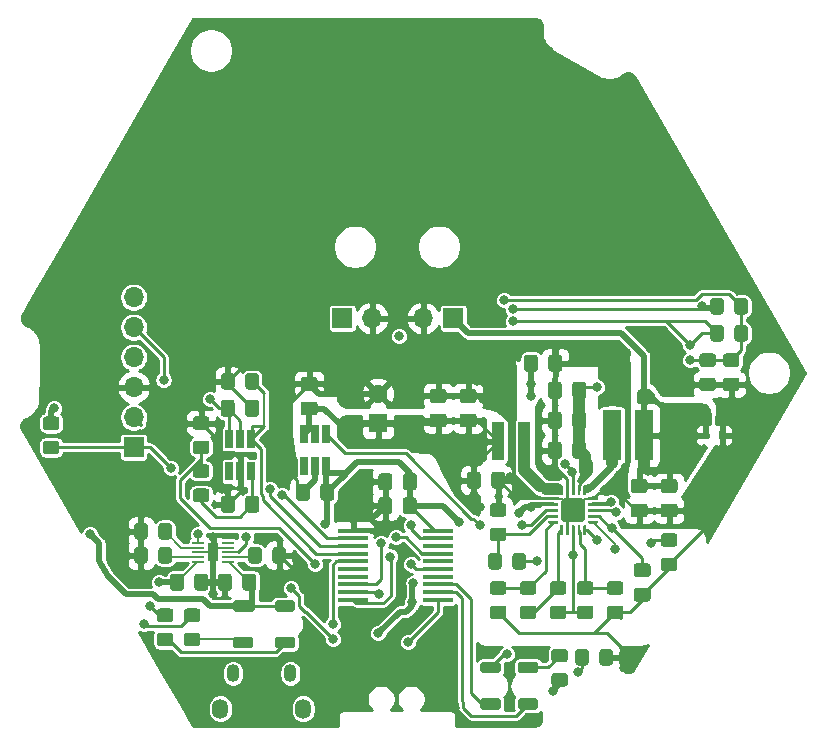
<source format=gbl>
G04 #@! TF.GenerationSoftware,KiCad,Pcbnew,(5.1.6)-1*
G04 #@! TF.CreationDate,2021-11-15T16:50:44+01:00*
G04 #@! TF.ProjectId,Power_module_v1,506f7765-725f-46d6-9f64-756c655f7631,rev?*
G04 #@! TF.SameCoordinates,Original*
G04 #@! TF.FileFunction,Copper,L2,Bot*
G04 #@! TF.FilePolarity,Positive*
%FSLAX46Y46*%
G04 Gerber Fmt 4.6, Leading zero omitted, Abs format (unit mm)*
G04 Created by KiCad (PCBNEW (5.1.6)-1) date 2021-11-15 16:50:44*
%MOMM*%
%LPD*%
G01*
G04 APERTURE LIST*
G04 #@! TA.AperFunction,SMDPad,CuDef*
%ADD10R,1.000000X0.200000*%
G04 #@! TD*
G04 #@! TA.AperFunction,SMDPad,CuDef*
%ADD11R,0.900000X1.500000*%
G04 #@! TD*
G04 #@! TA.AperFunction,SMDPad,CuDef*
%ADD12R,2.500000X0.450000*%
G04 #@! TD*
G04 #@! TA.AperFunction,SMDPad,CuDef*
%ADD13R,0.600000X0.700000*%
G04 #@! TD*
G04 #@! TA.AperFunction,ComponentPad*
%ADD14R,1.700000X1.700000*%
G04 #@! TD*
G04 #@! TA.AperFunction,ComponentPad*
%ADD15O,1.700000X1.700000*%
G04 #@! TD*
G04 #@! TA.AperFunction,ComponentPad*
%ADD16O,1.350000X1.700000*%
G04 #@! TD*
G04 #@! TA.AperFunction,ComponentPad*
%ADD17O,1.100000X1.500000*%
G04 #@! TD*
G04 #@! TA.AperFunction,SMDPad,CuDef*
%ADD18R,1.600000X4.300000*%
G04 #@! TD*
G04 #@! TA.AperFunction,SMDPad,CuDef*
%ADD19R,1.000000X3.200000*%
G04 #@! TD*
G04 #@! TA.AperFunction,SMDPad,CuDef*
%ADD20R,0.650000X1.560000*%
G04 #@! TD*
G04 #@! TA.AperFunction,ComponentPad*
%ADD21R,1.600000X1.600000*%
G04 #@! TD*
G04 #@! TA.AperFunction,ComponentPad*
%ADD22C,1.600000*%
G04 #@! TD*
G04 #@! TA.AperFunction,ViaPad*
%ADD23C,0.800000*%
G04 #@! TD*
G04 #@! TA.AperFunction,ViaPad*
%ADD24C,0.400000*%
G04 #@! TD*
G04 #@! TA.AperFunction,Conductor*
%ADD25C,0.254000*%
G04 #@! TD*
G04 #@! TA.AperFunction,Conductor*
%ADD26C,0.200000*%
G04 #@! TD*
G04 #@! TA.AperFunction,Conductor*
%ADD27C,0.250000*%
G04 #@! TD*
G04 #@! TA.AperFunction,Conductor*
%ADD28C,0.500000*%
G04 #@! TD*
G04 #@! TA.AperFunction,Conductor*
%ADD29C,0.300000*%
G04 #@! TD*
G04 #@! TA.AperFunction,Conductor*
%ADD30C,1.000000*%
G04 #@! TD*
G04 APERTURE END LIST*
G04 #@! TA.AperFunction,SMDPad,CuDef*
G36*
G01*
X123005000Y-87724000D02*
X123005000Y-86774000D01*
G75*
G02*
X123255000Y-86524000I250000J0D01*
G01*
X123930000Y-86524000D01*
G75*
G02*
X124180000Y-86774000I0J-250000D01*
G01*
X124180000Y-87724000D01*
G75*
G02*
X123930000Y-87974000I-250000J0D01*
G01*
X123255000Y-87974000D01*
G75*
G02*
X123005000Y-87724000I0J250000D01*
G01*
G37*
G04 #@! TD.AperFunction*
G04 #@! TA.AperFunction,SMDPad,CuDef*
G36*
G01*
X120930000Y-87724000D02*
X120930000Y-86774000D01*
G75*
G02*
X121180000Y-86524000I250000J0D01*
G01*
X121855000Y-86524000D01*
G75*
G02*
X122105000Y-86774000I0J-250000D01*
G01*
X122105000Y-87724000D01*
G75*
G02*
X121855000Y-87974000I-250000J0D01*
G01*
X121180000Y-87974000D01*
G75*
G02*
X120930000Y-87724000I0J250000D01*
G01*
G37*
G04 #@! TD.AperFunction*
D10*
X105684000Y-94018000D03*
X105684000Y-93618000D03*
X105684000Y-93218000D03*
X105684000Y-92818000D03*
X105684000Y-92418000D03*
X108184000Y-92418000D03*
X108184000Y-92818000D03*
X108184000Y-93218000D03*
X108184000Y-93618000D03*
X108184000Y-94018000D03*
D11*
X106934000Y-93218000D03*
G04 #@! TA.AperFunction,SMDPad,CuDef*
G36*
G01*
X129744000Y-105596000D02*
X131114000Y-105596000D01*
G75*
G02*
X131304000Y-105786000I0J-190000D01*
G01*
X131304000Y-106356000D01*
G75*
G02*
X131114000Y-106546000I-190000J0D01*
G01*
X129744000Y-106546000D01*
G75*
G02*
X129554000Y-106356000I0J190000D01*
G01*
X129554000Y-105786000D01*
G75*
G02*
X129744000Y-105596000I190000J0D01*
G01*
G37*
G04 #@! TD.AperFunction*
G04 #@! TA.AperFunction,SMDPad,CuDef*
G36*
G01*
X129744000Y-102496000D02*
X131114000Y-102496000D01*
G75*
G02*
X131304000Y-102686000I0J-190000D01*
G01*
X131304000Y-103256000D01*
G75*
G02*
X131114000Y-103446000I-190000J0D01*
G01*
X129744000Y-103446000D01*
G75*
G02*
X129554000Y-103256000I0J190000D01*
G01*
X129554000Y-102686000D01*
G75*
G02*
X129744000Y-102496000I190000J0D01*
G01*
G37*
G04 #@! TD.AperFunction*
G04 #@! TA.AperFunction,SMDPad,CuDef*
G36*
G01*
X132919000Y-105596000D02*
X134289000Y-105596000D01*
G75*
G02*
X134479000Y-105786000I0J-190000D01*
G01*
X134479000Y-106356000D01*
G75*
G02*
X134289000Y-106546000I-190000J0D01*
G01*
X132919000Y-106546000D01*
G75*
G02*
X132729000Y-106356000I0J190000D01*
G01*
X132729000Y-105786000D01*
G75*
G02*
X132919000Y-105596000I190000J0D01*
G01*
G37*
G04 #@! TD.AperFunction*
G04 #@! TA.AperFunction,SMDPad,CuDef*
G36*
G01*
X132919000Y-102496000D02*
X134289000Y-102496000D01*
G75*
G02*
X134479000Y-102686000I0J-190000D01*
G01*
X134479000Y-103256000D01*
G75*
G02*
X134289000Y-103446000I-190000J0D01*
G01*
X132919000Y-103446000D01*
G75*
G02*
X132729000Y-103256000I0J190000D01*
G01*
X132729000Y-102686000D01*
G75*
G02*
X132919000Y-102496000I190000J0D01*
G01*
G37*
G04 #@! TD.AperFunction*
G04 #@! TA.AperFunction,SMDPad,CuDef*
G36*
G01*
X113715000Y-98239000D02*
X112345000Y-98239000D01*
G75*
G02*
X112155000Y-98049000I0J190000D01*
G01*
X112155000Y-97479000D01*
G75*
G02*
X112345000Y-97289000I190000J0D01*
G01*
X113715000Y-97289000D01*
G75*
G02*
X113905000Y-97479000I0J-190000D01*
G01*
X113905000Y-98049000D01*
G75*
G02*
X113715000Y-98239000I-190000J0D01*
G01*
G37*
G04 #@! TD.AperFunction*
G04 #@! TA.AperFunction,SMDPad,CuDef*
G36*
G01*
X113715000Y-101339000D02*
X112345000Y-101339000D01*
G75*
G02*
X112155000Y-101149000I0J190000D01*
G01*
X112155000Y-100579000D01*
G75*
G02*
X112345000Y-100389000I190000J0D01*
G01*
X113715000Y-100389000D01*
G75*
G02*
X113905000Y-100579000I0J-190000D01*
G01*
X113905000Y-101149000D01*
G75*
G02*
X113715000Y-101339000I-190000J0D01*
G01*
G37*
G04 #@! TD.AperFunction*
G04 #@! TA.AperFunction,SMDPad,CuDef*
G36*
G01*
X110159000Y-98239000D02*
X108789000Y-98239000D01*
G75*
G02*
X108599000Y-98049000I0J190000D01*
G01*
X108599000Y-97479000D01*
G75*
G02*
X108789000Y-97289000I190000J0D01*
G01*
X110159000Y-97289000D01*
G75*
G02*
X110349000Y-97479000I0J-190000D01*
G01*
X110349000Y-98049000D01*
G75*
G02*
X110159000Y-98239000I-190000J0D01*
G01*
G37*
G04 #@! TD.AperFunction*
G04 #@! TA.AperFunction,SMDPad,CuDef*
G36*
G01*
X110159000Y-101339000D02*
X108789000Y-101339000D01*
G75*
G02*
X108599000Y-101149000I0J190000D01*
G01*
X108599000Y-100579000D01*
G75*
G02*
X108789000Y-100389000I190000J0D01*
G01*
X110159000Y-100389000D01*
G75*
G02*
X110349000Y-100579000I0J-190000D01*
G01*
X110349000Y-101149000D01*
G75*
G02*
X110159000Y-101339000I-190000J0D01*
G01*
G37*
G04 #@! TD.AperFunction*
D12*
X125984000Y-91380000D03*
X125984000Y-92030000D03*
X125984000Y-92680000D03*
X125984000Y-93330000D03*
X125984000Y-93980000D03*
X125984000Y-94630000D03*
X125984000Y-95280000D03*
X125984000Y-95930000D03*
X125984000Y-96580000D03*
X125984000Y-97230000D03*
X118784000Y-97230000D03*
X118784000Y-96580000D03*
X118784000Y-95930000D03*
X118784000Y-95280000D03*
X118784000Y-94630000D03*
X118784000Y-93980000D03*
X118784000Y-93330000D03*
X118784000Y-92680000D03*
X118784000Y-92030000D03*
X118784000Y-91380000D03*
G04 #@! TA.AperFunction,SMDPad,CuDef*
G36*
G01*
X148349999Y-78428000D02*
X149250001Y-78428000D01*
G75*
G02*
X149500000Y-78677999I0J-249999D01*
G01*
X149500000Y-79328001D01*
G75*
G02*
X149250001Y-79578000I-249999J0D01*
G01*
X148349999Y-79578000D01*
G75*
G02*
X148100000Y-79328001I0J249999D01*
G01*
X148100000Y-78677999D01*
G75*
G02*
X148349999Y-78428000I249999J0D01*
G01*
G37*
G04 #@! TD.AperFunction*
G04 #@! TA.AperFunction,SMDPad,CuDef*
G36*
G01*
X148349999Y-76378000D02*
X149250001Y-76378000D01*
G75*
G02*
X149500000Y-76627999I0J-249999D01*
G01*
X149500000Y-77278001D01*
G75*
G02*
X149250001Y-77528000I-249999J0D01*
G01*
X148349999Y-77528000D01*
G75*
G02*
X148100000Y-77278001I0J249999D01*
G01*
X148100000Y-76627999D01*
G75*
G02*
X148349999Y-76378000I249999J0D01*
G01*
G37*
G04 #@! TD.AperFunction*
G04 #@! TA.AperFunction,SMDPad,CuDef*
G36*
G01*
X150349999Y-78428000D02*
X151250001Y-78428000D01*
G75*
G02*
X151500000Y-78677999I0J-249999D01*
G01*
X151500000Y-79328001D01*
G75*
G02*
X151250001Y-79578000I-249999J0D01*
G01*
X150349999Y-79578000D01*
G75*
G02*
X150100000Y-79328001I0J249999D01*
G01*
X150100000Y-78677999D01*
G75*
G02*
X150349999Y-78428000I249999J0D01*
G01*
G37*
G04 #@! TD.AperFunction*
G04 #@! TA.AperFunction,SMDPad,CuDef*
G36*
G01*
X150349999Y-76378000D02*
X151250001Y-76378000D01*
G75*
G02*
X151500000Y-76627999I0J-249999D01*
G01*
X151500000Y-77278001D01*
G75*
G02*
X151250001Y-77528000I-249999J0D01*
G01*
X150349999Y-77528000D01*
G75*
G02*
X150100000Y-77278001I0J249999D01*
G01*
X150100000Y-76627999D01*
G75*
G02*
X150349999Y-76378000I249999J0D01*
G01*
G37*
G04 #@! TD.AperFunction*
G04 #@! TA.AperFunction,SMDPad,CuDef*
G36*
G01*
X150172000Y-71939999D02*
X150172000Y-72840001D01*
G75*
G02*
X149922001Y-73090000I-249999J0D01*
G01*
X149271999Y-73090000D01*
G75*
G02*
X149022000Y-72840001I0J249999D01*
G01*
X149022000Y-71939999D01*
G75*
G02*
X149271999Y-71690000I249999J0D01*
G01*
X149922001Y-71690000D01*
G75*
G02*
X150172000Y-71939999I0J-249999D01*
G01*
G37*
G04 #@! TD.AperFunction*
G04 #@! TA.AperFunction,SMDPad,CuDef*
G36*
G01*
X152222000Y-71939999D02*
X152222000Y-72840001D01*
G75*
G02*
X151972001Y-73090000I-249999J0D01*
G01*
X151321999Y-73090000D01*
G75*
G02*
X151072000Y-72840001I0J249999D01*
G01*
X151072000Y-71939999D01*
G75*
G02*
X151321999Y-71690000I249999J0D01*
G01*
X151972001Y-71690000D01*
G75*
G02*
X152222000Y-71939999I0J-249999D01*
G01*
G37*
G04 #@! TD.AperFunction*
G04 #@! TA.AperFunction,SMDPad,CuDef*
G36*
G01*
X150172000Y-74225999D02*
X150172000Y-75126001D01*
G75*
G02*
X149922001Y-75376000I-249999J0D01*
G01*
X149271999Y-75376000D01*
G75*
G02*
X149022000Y-75126001I0J249999D01*
G01*
X149022000Y-74225999D01*
G75*
G02*
X149271999Y-73976000I249999J0D01*
G01*
X149922001Y-73976000D01*
G75*
G02*
X150172000Y-74225999I0J-249999D01*
G01*
G37*
G04 #@! TD.AperFunction*
G04 #@! TA.AperFunction,SMDPad,CuDef*
G36*
G01*
X152222000Y-74225999D02*
X152222000Y-75126001D01*
G75*
G02*
X151972001Y-75376000I-249999J0D01*
G01*
X151321999Y-75376000D01*
G75*
G02*
X151072000Y-75126001I0J249999D01*
G01*
X151072000Y-74225999D01*
G75*
G02*
X151321999Y-73976000I249999J0D01*
G01*
X151972001Y-73976000D01*
G75*
G02*
X152222000Y-74225999I0J-249999D01*
G01*
G37*
G04 #@! TD.AperFunction*
D13*
X148652000Y-83312000D03*
X150052000Y-83312000D03*
G04 #@! TA.AperFunction,SMDPad,CuDef*
G36*
G01*
X104705999Y-100027000D02*
X105606001Y-100027000D01*
G75*
G02*
X105856000Y-100276999I0J-249999D01*
G01*
X105856000Y-100927001D01*
G75*
G02*
X105606001Y-101177000I-249999J0D01*
G01*
X104705999Y-101177000D01*
G75*
G02*
X104456000Y-100927001I0J249999D01*
G01*
X104456000Y-100276999D01*
G75*
G02*
X104705999Y-100027000I249999J0D01*
G01*
G37*
G04 #@! TD.AperFunction*
G04 #@! TA.AperFunction,SMDPad,CuDef*
G36*
G01*
X104705999Y-97977000D02*
X105606001Y-97977000D01*
G75*
G02*
X105856000Y-98226999I0J-249999D01*
G01*
X105856000Y-98877001D01*
G75*
G02*
X105606001Y-99127000I-249999J0D01*
G01*
X104705999Y-99127000D01*
G75*
G02*
X104456000Y-98877001I0J249999D01*
G01*
X104456000Y-98226999D01*
G75*
G02*
X104705999Y-97977000I249999J0D01*
G01*
G37*
G04 #@! TD.AperFunction*
G04 #@! TA.AperFunction,SMDPad,CuDef*
G36*
G01*
X102419999Y-100027000D02*
X103320001Y-100027000D01*
G75*
G02*
X103570000Y-100276999I0J-249999D01*
G01*
X103570000Y-100927001D01*
G75*
G02*
X103320001Y-101177000I-249999J0D01*
G01*
X102419999Y-101177000D01*
G75*
G02*
X102170000Y-100927001I0J249999D01*
G01*
X102170000Y-100276999D01*
G75*
G02*
X102419999Y-100027000I249999J0D01*
G01*
G37*
G04 #@! TD.AperFunction*
G04 #@! TA.AperFunction,SMDPad,CuDef*
G36*
G01*
X102419999Y-97977000D02*
X103320001Y-97977000D01*
G75*
G02*
X103570000Y-98226999I0J-249999D01*
G01*
X103570000Y-98877001D01*
G75*
G02*
X103320001Y-99127000I-249999J0D01*
G01*
X102419999Y-99127000D01*
G75*
G02*
X102170000Y-98877001I0J249999D01*
G01*
X102170000Y-98226999D01*
G75*
G02*
X102419999Y-97977000I249999J0D01*
G01*
G37*
G04 #@! TD.AperFunction*
D14*
X127254000Y-73406000D03*
D15*
X124714000Y-73406000D03*
G04 #@! TA.AperFunction,SMDPad,CuDef*
G36*
G01*
X136456000Y-81567000D02*
X136456000Y-82517000D01*
G75*
G02*
X136206000Y-82767000I-250000J0D01*
G01*
X135531000Y-82767000D01*
G75*
G02*
X135281000Y-82517000I0J250000D01*
G01*
X135281000Y-81567000D01*
G75*
G02*
X135531000Y-81317000I250000J0D01*
G01*
X136206000Y-81317000D01*
G75*
G02*
X136456000Y-81567000I0J-250000D01*
G01*
G37*
G04 #@! TD.AperFunction*
G04 #@! TA.AperFunction,SMDPad,CuDef*
G36*
G01*
X138531000Y-81567000D02*
X138531000Y-82517000D01*
G75*
G02*
X138281000Y-82767000I-250000J0D01*
G01*
X137606000Y-82767000D01*
G75*
G02*
X137356000Y-82517000I0J250000D01*
G01*
X137356000Y-81567000D01*
G75*
G02*
X137606000Y-81317000I250000J0D01*
G01*
X138281000Y-81317000D01*
G75*
G02*
X138531000Y-81567000I0J-250000D01*
G01*
G37*
G04 #@! TD.AperFunction*
G04 #@! TA.AperFunction,SMDPad,CuDef*
G36*
G01*
X142781000Y-96229500D02*
X143731000Y-96229500D01*
G75*
G02*
X143981000Y-96479500I0J-250000D01*
G01*
X143981000Y-97154500D01*
G75*
G02*
X143731000Y-97404500I-250000J0D01*
G01*
X142781000Y-97404500D01*
G75*
G02*
X142531000Y-97154500I0J250000D01*
G01*
X142531000Y-96479500D01*
G75*
G02*
X142781000Y-96229500I250000J0D01*
G01*
G37*
G04 #@! TD.AperFunction*
G04 #@! TA.AperFunction,SMDPad,CuDef*
G36*
G01*
X142781000Y-94154500D02*
X143731000Y-94154500D01*
G75*
G02*
X143981000Y-94404500I0J-250000D01*
G01*
X143981000Y-95079500D01*
G75*
G02*
X143731000Y-95329500I-250000J0D01*
G01*
X142781000Y-95329500D01*
G75*
G02*
X142531000Y-95079500I0J250000D01*
G01*
X142531000Y-94404500D01*
G75*
G02*
X142781000Y-94154500I250000J0D01*
G01*
G37*
G04 #@! TD.AperFunction*
G04 #@! TA.AperFunction,SMDPad,CuDef*
G36*
G01*
X126459000Y-80576000D02*
X125509000Y-80576000D01*
G75*
G02*
X125259000Y-80326000I0J250000D01*
G01*
X125259000Y-79651000D01*
G75*
G02*
X125509000Y-79401000I250000J0D01*
G01*
X126459000Y-79401000D01*
G75*
G02*
X126709000Y-79651000I0J-250000D01*
G01*
X126709000Y-80326000D01*
G75*
G02*
X126459000Y-80576000I-250000J0D01*
G01*
G37*
G04 #@! TD.AperFunction*
G04 #@! TA.AperFunction,SMDPad,CuDef*
G36*
G01*
X126459000Y-82651000D02*
X125509000Y-82651000D01*
G75*
G02*
X125259000Y-82401000I0J250000D01*
G01*
X125259000Y-81726000D01*
G75*
G02*
X125509000Y-81476000I250000J0D01*
G01*
X126459000Y-81476000D01*
G75*
G02*
X126709000Y-81726000I0J-250000D01*
G01*
X126709000Y-82401000D01*
G75*
G02*
X126459000Y-82651000I-250000J0D01*
G01*
G37*
G04 #@! TD.AperFunction*
G04 #@! TA.AperFunction,SMDPad,CuDef*
G36*
G01*
X142527000Y-89096000D02*
X143477000Y-89096000D01*
G75*
G02*
X143727000Y-89346000I0J-250000D01*
G01*
X143727000Y-90021000D01*
G75*
G02*
X143477000Y-90271000I-250000J0D01*
G01*
X142527000Y-90271000D01*
G75*
G02*
X142277000Y-90021000I0J250000D01*
G01*
X142277000Y-89346000D01*
G75*
G02*
X142527000Y-89096000I250000J0D01*
G01*
G37*
G04 #@! TD.AperFunction*
G04 #@! TA.AperFunction,SMDPad,CuDef*
G36*
G01*
X142527000Y-87021000D02*
X143477000Y-87021000D01*
G75*
G02*
X143727000Y-87271000I0J-250000D01*
G01*
X143727000Y-87946000D01*
G75*
G02*
X143477000Y-88196000I-250000J0D01*
G01*
X142527000Y-88196000D01*
G75*
G02*
X142277000Y-87946000I0J250000D01*
G01*
X142277000Y-87271000D01*
G75*
G02*
X142527000Y-87021000I250000J0D01*
G01*
G37*
G04 #@! TD.AperFunction*
G04 #@! TA.AperFunction,SMDPad,CuDef*
G36*
G01*
X136456000Y-84107000D02*
X136456000Y-85057000D01*
G75*
G02*
X136206000Y-85307000I-250000J0D01*
G01*
X135531000Y-85307000D01*
G75*
G02*
X135281000Y-85057000I0J250000D01*
G01*
X135281000Y-84107000D01*
G75*
G02*
X135531000Y-83857000I250000J0D01*
G01*
X136206000Y-83857000D01*
G75*
G02*
X136456000Y-84107000I0J-250000D01*
G01*
G37*
G04 #@! TD.AperFunction*
G04 #@! TA.AperFunction,SMDPad,CuDef*
G36*
G01*
X138531000Y-84107000D02*
X138531000Y-85057000D01*
G75*
G02*
X138281000Y-85307000I-250000J0D01*
G01*
X137606000Y-85307000D01*
G75*
G02*
X137356000Y-85057000I0J250000D01*
G01*
X137356000Y-84107000D01*
G75*
G02*
X137606000Y-83857000I250000J0D01*
G01*
X138281000Y-83857000D01*
G75*
G02*
X138531000Y-84107000I0J-250000D01*
G01*
G37*
G04 #@! TD.AperFunction*
G04 #@! TA.AperFunction,SMDPad,CuDef*
G36*
G01*
X122996000Y-89756000D02*
X122996000Y-88806000D01*
G75*
G02*
X123246000Y-88556000I250000J0D01*
G01*
X123921000Y-88556000D01*
G75*
G02*
X124171000Y-88806000I0J-250000D01*
G01*
X124171000Y-89756000D01*
G75*
G02*
X123921000Y-90006000I-250000J0D01*
G01*
X123246000Y-90006000D01*
G75*
G02*
X122996000Y-89756000I0J250000D01*
G01*
G37*
G04 #@! TD.AperFunction*
G04 #@! TA.AperFunction,SMDPad,CuDef*
G36*
G01*
X120921000Y-89756000D02*
X120921000Y-88806000D01*
G75*
G02*
X121171000Y-88556000I250000J0D01*
G01*
X121846000Y-88556000D01*
G75*
G02*
X122096000Y-88806000I0J-250000D01*
G01*
X122096000Y-89756000D01*
G75*
G02*
X121846000Y-90006000I-250000J0D01*
G01*
X121171000Y-90006000D01*
G75*
G02*
X120921000Y-89756000I0J250000D01*
G01*
G37*
G04 #@! TD.AperFunction*
G04 #@! TA.AperFunction,SMDPad,CuDef*
G36*
G01*
X109648500Y-81501000D02*
X109648500Y-80551000D01*
G75*
G02*
X109898500Y-80301000I250000J0D01*
G01*
X110573500Y-80301000D01*
G75*
G02*
X110823500Y-80551000I0J-250000D01*
G01*
X110823500Y-81501000D01*
G75*
G02*
X110573500Y-81751000I-250000J0D01*
G01*
X109898500Y-81751000D01*
G75*
G02*
X109648500Y-81501000I0J250000D01*
G01*
G37*
G04 #@! TD.AperFunction*
G04 #@! TA.AperFunction,SMDPad,CuDef*
G36*
G01*
X107573500Y-81501000D02*
X107573500Y-80551000D01*
G75*
G02*
X107823500Y-80301000I250000J0D01*
G01*
X108498500Y-80301000D01*
G75*
G02*
X108748500Y-80551000I0J-250000D01*
G01*
X108748500Y-81501000D01*
G75*
G02*
X108498500Y-81751000I-250000J0D01*
G01*
X107823500Y-81751000D01*
G75*
G02*
X107573500Y-81501000I0J250000D01*
G01*
G37*
G04 #@! TD.AperFunction*
G04 #@! TA.AperFunction,SMDPad,CuDef*
G36*
G01*
X115537000Y-79560000D02*
X114587000Y-79560000D01*
G75*
G02*
X114337000Y-79310000I0J250000D01*
G01*
X114337000Y-78635000D01*
G75*
G02*
X114587000Y-78385000I250000J0D01*
G01*
X115537000Y-78385000D01*
G75*
G02*
X115787000Y-78635000I0J-250000D01*
G01*
X115787000Y-79310000D01*
G75*
G02*
X115537000Y-79560000I-250000J0D01*
G01*
G37*
G04 #@! TD.AperFunction*
G04 #@! TA.AperFunction,SMDPad,CuDef*
G36*
G01*
X115537000Y-81635000D02*
X114587000Y-81635000D01*
G75*
G02*
X114337000Y-81385000I0J250000D01*
G01*
X114337000Y-80710000D01*
G75*
G02*
X114587000Y-80460000I250000J0D01*
G01*
X115537000Y-80460000D01*
G75*
G02*
X115787000Y-80710000I0J-250000D01*
G01*
X115787000Y-81385000D01*
G75*
G02*
X115537000Y-81635000I-250000J0D01*
G01*
G37*
G04 #@! TD.AperFunction*
G04 #@! TA.AperFunction,SMDPad,CuDef*
G36*
G01*
X108770000Y-88679000D02*
X108770000Y-89629000D01*
G75*
G02*
X108520000Y-89879000I-250000J0D01*
G01*
X107845000Y-89879000D01*
G75*
G02*
X107595000Y-89629000I0J250000D01*
G01*
X107595000Y-88679000D01*
G75*
G02*
X107845000Y-88429000I250000J0D01*
G01*
X108520000Y-88429000D01*
G75*
G02*
X108770000Y-88679000I0J-250000D01*
G01*
G37*
G04 #@! TD.AperFunction*
G04 #@! TA.AperFunction,SMDPad,CuDef*
G36*
G01*
X110845000Y-88679000D02*
X110845000Y-89629000D01*
G75*
G02*
X110595000Y-89879000I-250000J0D01*
G01*
X109920000Y-89879000D01*
G75*
G02*
X109670000Y-89629000I0J250000D01*
G01*
X109670000Y-88679000D01*
G75*
G02*
X109920000Y-88429000I250000J0D01*
G01*
X110595000Y-88429000D01*
G75*
G02*
X110845000Y-88679000I0J-250000D01*
G01*
G37*
G04 #@! TD.AperFunction*
G04 #@! TA.AperFunction,SMDPad,CuDef*
G36*
G01*
X115120000Y-87663000D02*
X115120000Y-88613000D01*
G75*
G02*
X114870000Y-88863000I-250000J0D01*
G01*
X114195000Y-88863000D01*
G75*
G02*
X113945000Y-88613000I0J250000D01*
G01*
X113945000Y-87663000D01*
G75*
G02*
X114195000Y-87413000I250000J0D01*
G01*
X114870000Y-87413000D01*
G75*
G02*
X115120000Y-87663000I0J-250000D01*
G01*
G37*
G04 #@! TD.AperFunction*
G04 #@! TA.AperFunction,SMDPad,CuDef*
G36*
G01*
X117195000Y-87663000D02*
X117195000Y-88613000D01*
G75*
G02*
X116945000Y-88863000I-250000J0D01*
G01*
X116270000Y-88863000D01*
G75*
G02*
X116020000Y-88613000I0J250000D01*
G01*
X116020000Y-87663000D01*
G75*
G02*
X116270000Y-87413000I250000J0D01*
G01*
X116945000Y-87413000D01*
G75*
G02*
X117195000Y-87663000I0J-250000D01*
G01*
G37*
G04 #@! TD.AperFunction*
G04 #@! TA.AperFunction,SMDPad,CuDef*
G36*
G01*
X108516000Y-95283000D02*
X108516000Y-96233000D01*
G75*
G02*
X108266000Y-96483000I-250000J0D01*
G01*
X107591000Y-96483000D01*
G75*
G02*
X107341000Y-96233000I0J250000D01*
G01*
X107341000Y-95283000D01*
G75*
G02*
X107591000Y-95033000I250000J0D01*
G01*
X108266000Y-95033000D01*
G75*
G02*
X108516000Y-95283000I0J-250000D01*
G01*
G37*
G04 #@! TD.AperFunction*
G04 #@! TA.AperFunction,SMDPad,CuDef*
G36*
G01*
X110591000Y-95283000D02*
X110591000Y-96233000D01*
G75*
G02*
X110341000Y-96483000I-250000J0D01*
G01*
X109666000Y-96483000D01*
G75*
G02*
X109416000Y-96233000I0J250000D01*
G01*
X109416000Y-95283000D01*
G75*
G02*
X109666000Y-95033000I250000J0D01*
G01*
X110341000Y-95033000D01*
G75*
G02*
X110591000Y-95283000I0J-250000D01*
G01*
G37*
G04 #@! TD.AperFunction*
G04 #@! TA.AperFunction,SMDPad,CuDef*
G36*
G01*
X105352000Y-96233000D02*
X105352000Y-95283000D01*
G75*
G02*
X105602000Y-95033000I250000J0D01*
G01*
X106277000Y-95033000D01*
G75*
G02*
X106527000Y-95283000I0J-250000D01*
G01*
X106527000Y-96233000D01*
G75*
G02*
X106277000Y-96483000I-250000J0D01*
G01*
X105602000Y-96483000D01*
G75*
G02*
X105352000Y-96233000I0J250000D01*
G01*
G37*
G04 #@! TD.AperFunction*
G04 #@! TA.AperFunction,SMDPad,CuDef*
G36*
G01*
X103277000Y-96233000D02*
X103277000Y-95283000D01*
G75*
G02*
X103527000Y-95033000I250000J0D01*
G01*
X104202000Y-95033000D01*
G75*
G02*
X104452000Y-95283000I0J-250000D01*
G01*
X104452000Y-96233000D01*
G75*
G02*
X104202000Y-96483000I-250000J0D01*
G01*
X103527000Y-96483000D01*
G75*
G02*
X103277000Y-96233000I0J250000D01*
G01*
G37*
G04 #@! TD.AperFunction*
G04 #@! TA.AperFunction,SMDPad,CuDef*
G36*
G01*
X128423000Y-87597000D02*
X128423000Y-86647000D01*
G75*
G02*
X128673000Y-86397000I250000J0D01*
G01*
X129348000Y-86397000D01*
G75*
G02*
X129598000Y-86647000I0J-250000D01*
G01*
X129598000Y-87597000D01*
G75*
G02*
X129348000Y-87847000I-250000J0D01*
G01*
X128673000Y-87847000D01*
G75*
G02*
X128423000Y-87597000I0J250000D01*
G01*
G37*
G04 #@! TD.AperFunction*
G04 #@! TA.AperFunction,SMDPad,CuDef*
G36*
G01*
X130498000Y-87597000D02*
X130498000Y-86647000D01*
G75*
G02*
X130748000Y-86397000I250000J0D01*
G01*
X131423000Y-86397000D01*
G75*
G02*
X131673000Y-86647000I0J-250000D01*
G01*
X131673000Y-87597000D01*
G75*
G02*
X131423000Y-87847000I-250000J0D01*
G01*
X130748000Y-87847000D01*
G75*
G02*
X130498000Y-87597000I0J250000D01*
G01*
G37*
G04 #@! TD.AperFunction*
G04 #@! TA.AperFunction,SMDPad,CuDef*
G36*
G01*
X145067000Y-87021000D02*
X146017000Y-87021000D01*
G75*
G02*
X146267000Y-87271000I0J-250000D01*
G01*
X146267000Y-87946000D01*
G75*
G02*
X146017000Y-88196000I-250000J0D01*
G01*
X145067000Y-88196000D01*
G75*
G02*
X144817000Y-87946000I0J250000D01*
G01*
X144817000Y-87271000D01*
G75*
G02*
X145067000Y-87021000I250000J0D01*
G01*
G37*
G04 #@! TD.AperFunction*
G04 #@! TA.AperFunction,SMDPad,CuDef*
G36*
G01*
X145067000Y-89096000D02*
X146017000Y-89096000D01*
G75*
G02*
X146267000Y-89346000I0J-250000D01*
G01*
X146267000Y-90021000D01*
G75*
G02*
X146017000Y-90271000I-250000J0D01*
G01*
X145067000Y-90271000D01*
G75*
G02*
X144817000Y-90021000I0J250000D01*
G01*
X144817000Y-89346000D01*
G75*
G02*
X145067000Y-89096000I250000J0D01*
G01*
G37*
G04 #@! TD.AperFunction*
G04 #@! TA.AperFunction,SMDPad,CuDef*
G36*
G01*
X136456000Y-79027000D02*
X136456000Y-79977000D01*
G75*
G02*
X136206000Y-80227000I-250000J0D01*
G01*
X135531000Y-80227000D01*
G75*
G02*
X135281000Y-79977000I0J250000D01*
G01*
X135281000Y-79027000D01*
G75*
G02*
X135531000Y-78777000I250000J0D01*
G01*
X136206000Y-78777000D01*
G75*
G02*
X136456000Y-79027000I0J-250000D01*
G01*
G37*
G04 #@! TD.AperFunction*
G04 #@! TA.AperFunction,SMDPad,CuDef*
G36*
G01*
X138531000Y-79027000D02*
X138531000Y-79977000D01*
G75*
G02*
X138281000Y-80227000I-250000J0D01*
G01*
X137606000Y-80227000D01*
G75*
G02*
X137356000Y-79977000I0J250000D01*
G01*
X137356000Y-79027000D01*
G75*
G02*
X137606000Y-78777000I250000J0D01*
G01*
X138281000Y-78777000D01*
G75*
G02*
X138531000Y-79027000I0J-250000D01*
G01*
G37*
G04 #@! TD.AperFunction*
G04 #@! TA.AperFunction,SMDPad,CuDef*
G36*
G01*
X135324000Y-77691000D02*
X135324000Y-76741000D01*
G75*
G02*
X135574000Y-76491000I250000J0D01*
G01*
X136249000Y-76491000D01*
G75*
G02*
X136499000Y-76741000I0J-250000D01*
G01*
X136499000Y-77691000D01*
G75*
G02*
X136249000Y-77941000I-250000J0D01*
G01*
X135574000Y-77941000D01*
G75*
G02*
X135324000Y-77691000I0J250000D01*
G01*
G37*
G04 #@! TD.AperFunction*
G04 #@! TA.AperFunction,SMDPad,CuDef*
G36*
G01*
X133249000Y-77691000D02*
X133249000Y-76741000D01*
G75*
G02*
X133499000Y-76491000I250000J0D01*
G01*
X134174000Y-76491000D01*
G75*
G02*
X134424000Y-76741000I0J-250000D01*
G01*
X134424000Y-77691000D01*
G75*
G02*
X134174000Y-77941000I-250000J0D01*
G01*
X133499000Y-77941000D01*
G75*
G02*
X133249000Y-77691000I0J250000D01*
G01*
G37*
G04 #@! TD.AperFunction*
G04 #@! TA.AperFunction,SMDPad,CuDef*
G36*
G01*
X128999000Y-80576000D02*
X128049000Y-80576000D01*
G75*
G02*
X127799000Y-80326000I0J250000D01*
G01*
X127799000Y-79651000D01*
G75*
G02*
X128049000Y-79401000I250000J0D01*
G01*
X128999000Y-79401000D01*
G75*
G02*
X129249000Y-79651000I0J-250000D01*
G01*
X129249000Y-80326000D01*
G75*
G02*
X128999000Y-80576000I-250000J0D01*
G01*
G37*
G04 #@! TD.AperFunction*
G04 #@! TA.AperFunction,SMDPad,CuDef*
G36*
G01*
X128999000Y-82651000D02*
X128049000Y-82651000D01*
G75*
G02*
X127799000Y-82401000I0J250000D01*
G01*
X127799000Y-81726000D01*
G75*
G02*
X128049000Y-81476000I250000J0D01*
G01*
X128999000Y-81476000D01*
G75*
G02*
X129249000Y-81726000I0J-250000D01*
G01*
X129249000Y-82401000D01*
G75*
G02*
X128999000Y-82651000I-250000J0D01*
G01*
G37*
G04 #@! TD.AperFunction*
D16*
X114554000Y-106476740D03*
D17*
X108634000Y-103476740D03*
X113474000Y-103476740D03*
D16*
X107554000Y-106476740D03*
D15*
X120396000Y-73406000D03*
D14*
X117856000Y-73406000D03*
D15*
X100203000Y-71628000D03*
X100203000Y-74168000D03*
X100203000Y-76708000D03*
X100203000Y-79248000D03*
X100203000Y-81788000D03*
D14*
X100203000Y-84328000D03*
D18*
X140716000Y-83312000D03*
X143416000Y-83312000D03*
D19*
X131064000Y-83820000D03*
X133264000Y-83820000D03*
G04 #@! TA.AperFunction,SMDPad,CuDef*
G36*
G01*
X145091999Y-91618000D02*
X145992001Y-91618000D01*
G75*
G02*
X146242000Y-91867999I0J-249999D01*
G01*
X146242000Y-92518001D01*
G75*
G02*
X145992001Y-92768000I-249999J0D01*
G01*
X145091999Y-92768000D01*
G75*
G02*
X144842000Y-92518001I0J249999D01*
G01*
X144842000Y-91867999D01*
G75*
G02*
X145091999Y-91618000I249999J0D01*
G01*
G37*
G04 #@! TD.AperFunction*
G04 #@! TA.AperFunction,SMDPad,CuDef*
G36*
G01*
X145091999Y-93668000D02*
X145992001Y-93668000D01*
G75*
G02*
X146242000Y-93917999I0J-249999D01*
G01*
X146242000Y-94568001D01*
G75*
G02*
X145992001Y-94818000I-249999J0D01*
G01*
X145091999Y-94818000D01*
G75*
G02*
X144842000Y-94568001I0J249999D01*
G01*
X144842000Y-93917999D01*
G75*
G02*
X145091999Y-93668000I249999J0D01*
G01*
G37*
G04 #@! TD.AperFunction*
G04 #@! TA.AperFunction,SMDPad,CuDef*
G36*
G01*
X101404000Y-93021999D02*
X101404000Y-93922001D01*
G75*
G02*
X101154001Y-94172000I-249999J0D01*
G01*
X100503999Y-94172000D01*
G75*
G02*
X100254000Y-93922001I0J249999D01*
G01*
X100254000Y-93021999D01*
G75*
G02*
X100503999Y-92772000I249999J0D01*
G01*
X101154001Y-92772000D01*
G75*
G02*
X101404000Y-93021999I0J-249999D01*
G01*
G37*
G04 #@! TD.AperFunction*
G04 #@! TA.AperFunction,SMDPad,CuDef*
G36*
G01*
X103454000Y-93021999D02*
X103454000Y-93922001D01*
G75*
G02*
X103204001Y-94172000I-249999J0D01*
G01*
X102553999Y-94172000D01*
G75*
G02*
X102304000Y-93922001I0J249999D01*
G01*
X102304000Y-93021999D01*
G75*
G02*
X102553999Y-92772000I249999J0D01*
G01*
X103204001Y-92772000D01*
G75*
G02*
X103454000Y-93021999I0J-249999D01*
G01*
G37*
G04 #@! TD.AperFunction*
G04 #@! TA.AperFunction,SMDPad,CuDef*
G36*
G01*
X103454000Y-90989999D02*
X103454000Y-91890001D01*
G75*
G02*
X103204001Y-92140000I-249999J0D01*
G01*
X102553999Y-92140000D01*
G75*
G02*
X102304000Y-91890001I0J249999D01*
G01*
X102304000Y-90989999D01*
G75*
G02*
X102553999Y-90740000I249999J0D01*
G01*
X103204001Y-90740000D01*
G75*
G02*
X103454000Y-90989999I0J-249999D01*
G01*
G37*
G04 #@! TD.AperFunction*
G04 #@! TA.AperFunction,SMDPad,CuDef*
G36*
G01*
X101404000Y-90989999D02*
X101404000Y-91890001D01*
G75*
G02*
X101154001Y-92140000I-249999J0D01*
G01*
X100503999Y-92140000D01*
G75*
G02*
X100254000Y-91890001I0J249999D01*
G01*
X100254000Y-90989999D01*
G75*
G02*
X100503999Y-90740000I249999J0D01*
G01*
X101154001Y-90740000D01*
G75*
G02*
X101404000Y-90989999I0J-249999D01*
G01*
G37*
G04 #@! TD.AperFunction*
G04 #@! TA.AperFunction,SMDPad,CuDef*
G36*
G01*
X109906000Y-93922001D02*
X109906000Y-93021999D01*
G75*
G02*
X110155999Y-92772000I249999J0D01*
G01*
X110806001Y-92772000D01*
G75*
G02*
X111056000Y-93021999I0J-249999D01*
G01*
X111056000Y-93922001D01*
G75*
G02*
X110806001Y-94172000I-249999J0D01*
G01*
X110155999Y-94172000D01*
G75*
G02*
X109906000Y-93922001I0J249999D01*
G01*
G37*
G04 #@! TD.AperFunction*
G04 #@! TA.AperFunction,SMDPad,CuDef*
G36*
G01*
X111956000Y-93922001D02*
X111956000Y-93021999D01*
G75*
G02*
X112205999Y-92772000I249999J0D01*
G01*
X112856001Y-92772000D01*
G75*
G02*
X113106000Y-93021999I0J-249999D01*
G01*
X113106000Y-93922001D01*
G75*
G02*
X112856001Y-94172000I-249999J0D01*
G01*
X112205999Y-94172000D01*
G75*
G02*
X111956000Y-93922001I0J249999D01*
G01*
G37*
G04 #@! TD.AperFunction*
G04 #@! TA.AperFunction,SMDPad,CuDef*
G36*
G01*
X106368001Y-86917000D02*
X105467999Y-86917000D01*
G75*
G02*
X105218000Y-86667001I0J249999D01*
G01*
X105218000Y-86016999D01*
G75*
G02*
X105467999Y-85767000I249999J0D01*
G01*
X106368001Y-85767000D01*
G75*
G02*
X106618000Y-86016999I0J-249999D01*
G01*
X106618000Y-86667001D01*
G75*
G02*
X106368001Y-86917000I-249999J0D01*
G01*
G37*
G04 #@! TD.AperFunction*
G04 #@! TA.AperFunction,SMDPad,CuDef*
G36*
G01*
X106368001Y-88967000D02*
X105467999Y-88967000D01*
G75*
G02*
X105218000Y-88717001I0J249999D01*
G01*
X105218000Y-88066999D01*
G75*
G02*
X105467999Y-87817000I249999J0D01*
G01*
X106368001Y-87817000D01*
G75*
G02*
X106618000Y-88066999I0J-249999D01*
G01*
X106618000Y-88717001D01*
G75*
G02*
X106368001Y-88967000I-249999J0D01*
G01*
G37*
G04 #@! TD.AperFunction*
G04 #@! TA.AperFunction,SMDPad,CuDef*
G36*
G01*
X106368001Y-84912000D02*
X105467999Y-84912000D01*
G75*
G02*
X105218000Y-84662001I0J249999D01*
G01*
X105218000Y-84011999D01*
G75*
G02*
X105467999Y-83762000I249999J0D01*
G01*
X106368001Y-83762000D01*
G75*
G02*
X106618000Y-84011999I0J-249999D01*
G01*
X106618000Y-84662001D01*
G75*
G02*
X106368001Y-84912000I-249999J0D01*
G01*
G37*
G04 #@! TD.AperFunction*
G04 #@! TA.AperFunction,SMDPad,CuDef*
G36*
G01*
X106368001Y-82862000D02*
X105467999Y-82862000D01*
G75*
G02*
X105218000Y-82612001I0J249999D01*
G01*
X105218000Y-81961999D01*
G75*
G02*
X105467999Y-81712000I249999J0D01*
G01*
X106368001Y-81712000D01*
G75*
G02*
X106618000Y-81961999I0J-249999D01*
G01*
X106618000Y-82612001D01*
G75*
G02*
X106368001Y-82862000I-249999J0D01*
G01*
G37*
G04 #@! TD.AperFunction*
G04 #@! TA.AperFunction,SMDPad,CuDef*
G36*
G01*
X92767999Y-83771000D02*
X93668001Y-83771000D01*
G75*
G02*
X93918000Y-84020999I0J-249999D01*
G01*
X93918000Y-84671001D01*
G75*
G02*
X93668001Y-84921000I-249999J0D01*
G01*
X92767999Y-84921000D01*
G75*
G02*
X92518000Y-84671001I0J249999D01*
G01*
X92518000Y-84020999D01*
G75*
G02*
X92767999Y-83771000I249999J0D01*
G01*
G37*
G04 #@! TD.AperFunction*
G04 #@! TA.AperFunction,SMDPad,CuDef*
G36*
G01*
X92767999Y-81721000D02*
X93668001Y-81721000D01*
G75*
G02*
X93918000Y-81970999I0J-249999D01*
G01*
X93918000Y-82621001D01*
G75*
G02*
X93668001Y-82871000I-249999J0D01*
G01*
X92767999Y-82871000D01*
G75*
G02*
X92518000Y-82621001I0J249999D01*
G01*
X92518000Y-81970999D01*
G75*
G02*
X92767999Y-81721000I249999J0D01*
G01*
G37*
G04 #@! TD.AperFunction*
G04 #@! TA.AperFunction,SMDPad,CuDef*
G36*
G01*
X135820999Y-103447000D02*
X136721001Y-103447000D01*
G75*
G02*
X136971000Y-103696999I0J-249999D01*
G01*
X136971000Y-104347001D01*
G75*
G02*
X136721001Y-104597000I-249999J0D01*
G01*
X135820999Y-104597000D01*
G75*
G02*
X135571000Y-104347001I0J249999D01*
G01*
X135571000Y-103696999D01*
G75*
G02*
X135820999Y-103447000I249999J0D01*
G01*
G37*
G04 #@! TD.AperFunction*
G04 #@! TA.AperFunction,SMDPad,CuDef*
G36*
G01*
X135820999Y-101397000D02*
X136721001Y-101397000D01*
G75*
G02*
X136971000Y-101646999I0J-249999D01*
G01*
X136971000Y-102297001D01*
G75*
G02*
X136721001Y-102547000I-249999J0D01*
G01*
X135820999Y-102547000D01*
G75*
G02*
X135571000Y-102297001I0J249999D01*
G01*
X135571000Y-101646999D01*
G75*
G02*
X135820999Y-101397000I249999J0D01*
G01*
G37*
G04 #@! TD.AperFunction*
G04 #@! TA.AperFunction,SMDPad,CuDef*
G36*
G01*
X137592000Y-102558001D02*
X137592000Y-101657999D01*
G75*
G02*
X137841999Y-101408000I249999J0D01*
G01*
X138492001Y-101408000D01*
G75*
G02*
X138742000Y-101657999I0J-249999D01*
G01*
X138742000Y-102558001D01*
G75*
G02*
X138492001Y-102808000I-249999J0D01*
G01*
X137841999Y-102808000D01*
G75*
G02*
X137592000Y-102558001I0J249999D01*
G01*
G37*
G04 #@! TD.AperFunction*
G04 #@! TA.AperFunction,SMDPad,CuDef*
G36*
G01*
X139642000Y-102558001D02*
X139642000Y-101657999D01*
G75*
G02*
X139891999Y-101408000I249999J0D01*
G01*
X140542001Y-101408000D01*
G75*
G02*
X140792000Y-101657999I0J-249999D01*
G01*
X140792000Y-102558001D01*
G75*
G02*
X140542001Y-102808000I-249999J0D01*
G01*
X139891999Y-102808000D01*
G75*
G02*
X139642000Y-102558001I0J249999D01*
G01*
G37*
G04 #@! TD.AperFunction*
G04 #@! TA.AperFunction,SMDPad,CuDef*
G36*
G01*
X136594001Y-96832000D02*
X135693999Y-96832000D01*
G75*
G02*
X135444000Y-96582001I0J249999D01*
G01*
X135444000Y-95931999D01*
G75*
G02*
X135693999Y-95682000I249999J0D01*
G01*
X136594001Y-95682000D01*
G75*
G02*
X136844000Y-95931999I0J-249999D01*
G01*
X136844000Y-96582001D01*
G75*
G02*
X136594001Y-96832000I-249999J0D01*
G01*
G37*
G04 #@! TD.AperFunction*
G04 #@! TA.AperFunction,SMDPad,CuDef*
G36*
G01*
X136594001Y-98882000D02*
X135693999Y-98882000D01*
G75*
G02*
X135444000Y-98632001I0J249999D01*
G01*
X135444000Y-97981999D01*
G75*
G02*
X135693999Y-97732000I249999J0D01*
G01*
X136594001Y-97732000D01*
G75*
G02*
X136844000Y-97981999I0J-249999D01*
G01*
X136844000Y-98632001D01*
G75*
G02*
X136594001Y-98882000I-249999J0D01*
G01*
G37*
G04 #@! TD.AperFunction*
G04 #@! TA.AperFunction,SMDPad,CuDef*
G36*
G01*
X134054001Y-98882000D02*
X133153999Y-98882000D01*
G75*
G02*
X132904000Y-98632001I0J249999D01*
G01*
X132904000Y-97981999D01*
G75*
G02*
X133153999Y-97732000I249999J0D01*
G01*
X134054001Y-97732000D01*
G75*
G02*
X134304000Y-97981999I0J-249999D01*
G01*
X134304000Y-98632001D01*
G75*
G02*
X134054001Y-98882000I-249999J0D01*
G01*
G37*
G04 #@! TD.AperFunction*
G04 #@! TA.AperFunction,SMDPad,CuDef*
G36*
G01*
X134054001Y-96832000D02*
X133153999Y-96832000D01*
G75*
G02*
X132904000Y-96582001I0J249999D01*
G01*
X132904000Y-95931999D01*
G75*
G02*
X133153999Y-95682000I249999J0D01*
G01*
X134054001Y-95682000D01*
G75*
G02*
X134304000Y-95931999I0J-249999D01*
G01*
X134304000Y-96582001D01*
G75*
G02*
X134054001Y-96832000I-249999J0D01*
G01*
G37*
G04 #@! TD.AperFunction*
G04 #@! TA.AperFunction,SMDPad,CuDef*
G36*
G01*
X130613999Y-97732000D02*
X131514001Y-97732000D01*
G75*
G02*
X131764000Y-97981999I0J-249999D01*
G01*
X131764000Y-98632001D01*
G75*
G02*
X131514001Y-98882000I-249999J0D01*
G01*
X130613999Y-98882000D01*
G75*
G02*
X130364000Y-98632001I0J249999D01*
G01*
X130364000Y-97981999D01*
G75*
G02*
X130613999Y-97732000I249999J0D01*
G01*
G37*
G04 #@! TD.AperFunction*
G04 #@! TA.AperFunction,SMDPad,CuDef*
G36*
G01*
X130613999Y-95682000D02*
X131514001Y-95682000D01*
G75*
G02*
X131764000Y-95931999I0J-249999D01*
G01*
X131764000Y-96582001D01*
G75*
G02*
X131514001Y-96832000I-249999J0D01*
G01*
X130613999Y-96832000D01*
G75*
G02*
X130364000Y-96582001I0J249999D01*
G01*
X130364000Y-95931999D01*
G75*
G02*
X130613999Y-95682000I249999J0D01*
G01*
G37*
G04 #@! TD.AperFunction*
G04 #@! TA.AperFunction,SMDPad,CuDef*
G36*
G01*
X133426000Y-93529999D02*
X133426000Y-94430001D01*
G75*
G02*
X133176001Y-94680000I-249999J0D01*
G01*
X132525999Y-94680000D01*
G75*
G02*
X132276000Y-94430001I0J249999D01*
G01*
X132276000Y-93529999D01*
G75*
G02*
X132525999Y-93280000I249999J0D01*
G01*
X133176001Y-93280000D01*
G75*
G02*
X133426000Y-93529999I0J-249999D01*
G01*
G37*
G04 #@! TD.AperFunction*
G04 #@! TA.AperFunction,SMDPad,CuDef*
G36*
G01*
X131376000Y-93529999D02*
X131376000Y-94430001D01*
G75*
G02*
X131126001Y-94680000I-249999J0D01*
G01*
X130475999Y-94680000D01*
G75*
G02*
X130226000Y-94430001I0J249999D01*
G01*
X130226000Y-93529999D01*
G75*
G02*
X130475999Y-93280000I249999J0D01*
G01*
X131126001Y-93280000D01*
G75*
G02*
X131376000Y-93529999I0J-249999D01*
G01*
G37*
G04 #@! TD.AperFunction*
G04 #@! TA.AperFunction,SMDPad,CuDef*
G36*
G01*
X131514001Y-90228000D02*
X130613999Y-90228000D01*
G75*
G02*
X130364000Y-89978001I0J249999D01*
G01*
X130364000Y-89327999D01*
G75*
G02*
X130613999Y-89078000I249999J0D01*
G01*
X131514001Y-89078000D01*
G75*
G02*
X131764000Y-89327999I0J-249999D01*
G01*
X131764000Y-89978001D01*
G75*
G02*
X131514001Y-90228000I-249999J0D01*
G01*
G37*
G04 #@! TD.AperFunction*
G04 #@! TA.AperFunction,SMDPad,CuDef*
G36*
G01*
X131514001Y-92278000D02*
X130613999Y-92278000D01*
G75*
G02*
X130364000Y-92028001I0J249999D01*
G01*
X130364000Y-91377999D01*
G75*
G02*
X130613999Y-91128000I249999J0D01*
G01*
X131514001Y-91128000D01*
G75*
G02*
X131764000Y-91377999I0J-249999D01*
G01*
X131764000Y-92028001D01*
G75*
G02*
X131514001Y-92278000I-249999J0D01*
G01*
G37*
G04 #@! TD.AperFunction*
G04 #@! TA.AperFunction,SMDPad,CuDef*
G36*
G01*
X138880001Y-96832000D02*
X137979999Y-96832000D01*
G75*
G02*
X137730000Y-96582001I0J249999D01*
G01*
X137730000Y-95931999D01*
G75*
G02*
X137979999Y-95682000I249999J0D01*
G01*
X138880001Y-95682000D01*
G75*
G02*
X139130000Y-95931999I0J-249999D01*
G01*
X139130000Y-96582001D01*
G75*
G02*
X138880001Y-96832000I-249999J0D01*
G01*
G37*
G04 #@! TD.AperFunction*
G04 #@! TA.AperFunction,SMDPad,CuDef*
G36*
G01*
X138880001Y-98882000D02*
X137979999Y-98882000D01*
G75*
G02*
X137730000Y-98632001I0J249999D01*
G01*
X137730000Y-97981999D01*
G75*
G02*
X137979999Y-97732000I249999J0D01*
G01*
X138880001Y-97732000D01*
G75*
G02*
X139130000Y-97981999I0J-249999D01*
G01*
X139130000Y-98632001D01*
G75*
G02*
X138880001Y-98882000I-249999J0D01*
G01*
G37*
G04 #@! TD.AperFunction*
G04 #@! TA.AperFunction,SMDPad,CuDef*
G36*
G01*
X140519999Y-95682000D02*
X141420001Y-95682000D01*
G75*
G02*
X141670000Y-95931999I0J-249999D01*
G01*
X141670000Y-96582001D01*
G75*
G02*
X141420001Y-96832000I-249999J0D01*
G01*
X140519999Y-96832000D01*
G75*
G02*
X140270000Y-96582001I0J249999D01*
G01*
X140270000Y-95931999D01*
G75*
G02*
X140519999Y-95682000I249999J0D01*
G01*
G37*
G04 #@! TD.AperFunction*
G04 #@! TA.AperFunction,SMDPad,CuDef*
G36*
G01*
X140519999Y-97732000D02*
X141420001Y-97732000D01*
G75*
G02*
X141670000Y-97981999I0J-249999D01*
G01*
X141670000Y-98632001D01*
G75*
G02*
X141420001Y-98882000I-249999J0D01*
G01*
X140519999Y-98882000D01*
G75*
G02*
X140270000Y-98632001I0J249999D01*
G01*
X140270000Y-97981999D01*
G75*
G02*
X140519999Y-97732000I249999J0D01*
G01*
G37*
G04 #@! TD.AperFunction*
D20*
X109220000Y-83660000D03*
X110170000Y-83660000D03*
X108270000Y-83660000D03*
X108270000Y-86360000D03*
X109220000Y-86360000D03*
X110170000Y-86360000D03*
G04 #@! TA.AperFunction,SMDPad,CuDef*
G36*
G01*
X138539000Y-87599500D02*
X138539000Y-88349500D01*
G75*
G02*
X138476500Y-88412000I-62500J0D01*
G01*
X138351500Y-88412000D01*
G75*
G02*
X138289000Y-88349500I0J62500D01*
G01*
X138289000Y-87599500D01*
G75*
G02*
X138351500Y-87537000I62500J0D01*
G01*
X138476500Y-87537000D01*
G75*
G02*
X138539000Y-87599500I0J-62500D01*
G01*
G37*
G04 #@! TD.AperFunction*
G04 #@! TA.AperFunction,SMDPad,CuDef*
G36*
G01*
X138039000Y-87599500D02*
X138039000Y-88349500D01*
G75*
G02*
X137976500Y-88412000I-62500J0D01*
G01*
X137851500Y-88412000D01*
G75*
G02*
X137789000Y-88349500I0J62500D01*
G01*
X137789000Y-87599500D01*
G75*
G02*
X137851500Y-87537000I62500J0D01*
G01*
X137976500Y-87537000D01*
G75*
G02*
X138039000Y-87599500I0J-62500D01*
G01*
G37*
G04 #@! TD.AperFunction*
G04 #@! TA.AperFunction,SMDPad,CuDef*
G36*
G01*
X137539000Y-87599500D02*
X137539000Y-88349500D01*
G75*
G02*
X137476500Y-88412000I-62500J0D01*
G01*
X137351500Y-88412000D01*
G75*
G02*
X137289000Y-88349500I0J62500D01*
G01*
X137289000Y-87599500D01*
G75*
G02*
X137351500Y-87537000I62500J0D01*
G01*
X137476500Y-87537000D01*
G75*
G02*
X137539000Y-87599500I0J-62500D01*
G01*
G37*
G04 #@! TD.AperFunction*
G04 #@! TA.AperFunction,SMDPad,CuDef*
G36*
G01*
X137039000Y-87599500D02*
X137039000Y-88349500D01*
G75*
G02*
X136976500Y-88412000I-62500J0D01*
G01*
X136851500Y-88412000D01*
G75*
G02*
X136789000Y-88349500I0J62500D01*
G01*
X136789000Y-87599500D01*
G75*
G02*
X136851500Y-87537000I62500J0D01*
G01*
X136976500Y-87537000D01*
G75*
G02*
X137039000Y-87599500I0J-62500D01*
G01*
G37*
G04 #@! TD.AperFunction*
G04 #@! TA.AperFunction,SMDPad,CuDef*
G36*
G01*
X136539000Y-87599500D02*
X136539000Y-88349500D01*
G75*
G02*
X136476500Y-88412000I-62500J0D01*
G01*
X136351500Y-88412000D01*
G75*
G02*
X136289000Y-88349500I0J62500D01*
G01*
X136289000Y-87599500D01*
G75*
G02*
X136351500Y-87537000I62500J0D01*
G01*
X136476500Y-87537000D01*
G75*
G02*
X136539000Y-87599500I0J-62500D01*
G01*
G37*
G04 #@! TD.AperFunction*
G04 #@! TA.AperFunction,SMDPad,CuDef*
G36*
G01*
X136164000Y-88599500D02*
X136164000Y-88724500D01*
G75*
G02*
X136101500Y-88787000I-62500J0D01*
G01*
X135351500Y-88787000D01*
G75*
G02*
X135289000Y-88724500I0J62500D01*
G01*
X135289000Y-88599500D01*
G75*
G02*
X135351500Y-88537000I62500J0D01*
G01*
X136101500Y-88537000D01*
G75*
G02*
X136164000Y-88599500I0J-62500D01*
G01*
G37*
G04 #@! TD.AperFunction*
G04 #@! TA.AperFunction,SMDPad,CuDef*
G36*
G01*
X136164000Y-89099500D02*
X136164000Y-89224500D01*
G75*
G02*
X136101500Y-89287000I-62500J0D01*
G01*
X135351500Y-89287000D01*
G75*
G02*
X135289000Y-89224500I0J62500D01*
G01*
X135289000Y-89099500D01*
G75*
G02*
X135351500Y-89037000I62500J0D01*
G01*
X136101500Y-89037000D01*
G75*
G02*
X136164000Y-89099500I0J-62500D01*
G01*
G37*
G04 #@! TD.AperFunction*
G04 #@! TA.AperFunction,SMDPad,CuDef*
G36*
G01*
X136164000Y-89599500D02*
X136164000Y-89724500D01*
G75*
G02*
X136101500Y-89787000I-62500J0D01*
G01*
X135351500Y-89787000D01*
G75*
G02*
X135289000Y-89724500I0J62500D01*
G01*
X135289000Y-89599500D01*
G75*
G02*
X135351500Y-89537000I62500J0D01*
G01*
X136101500Y-89537000D01*
G75*
G02*
X136164000Y-89599500I0J-62500D01*
G01*
G37*
G04 #@! TD.AperFunction*
G04 #@! TA.AperFunction,SMDPad,CuDef*
G36*
G01*
X136164000Y-90099500D02*
X136164000Y-90224500D01*
G75*
G02*
X136101500Y-90287000I-62500J0D01*
G01*
X135351500Y-90287000D01*
G75*
G02*
X135289000Y-90224500I0J62500D01*
G01*
X135289000Y-90099500D01*
G75*
G02*
X135351500Y-90037000I62500J0D01*
G01*
X136101500Y-90037000D01*
G75*
G02*
X136164000Y-90099500I0J-62500D01*
G01*
G37*
G04 #@! TD.AperFunction*
G04 #@! TA.AperFunction,SMDPad,CuDef*
G36*
G01*
X136164000Y-90599500D02*
X136164000Y-90724500D01*
G75*
G02*
X136101500Y-90787000I-62500J0D01*
G01*
X135351500Y-90787000D01*
G75*
G02*
X135289000Y-90724500I0J62500D01*
G01*
X135289000Y-90599500D01*
G75*
G02*
X135351500Y-90537000I62500J0D01*
G01*
X136101500Y-90537000D01*
G75*
G02*
X136164000Y-90599500I0J-62500D01*
G01*
G37*
G04 #@! TD.AperFunction*
G04 #@! TA.AperFunction,SMDPad,CuDef*
G36*
G01*
X136539000Y-90974500D02*
X136539000Y-91724500D01*
G75*
G02*
X136476500Y-91787000I-62500J0D01*
G01*
X136351500Y-91787000D01*
G75*
G02*
X136289000Y-91724500I0J62500D01*
G01*
X136289000Y-90974500D01*
G75*
G02*
X136351500Y-90912000I62500J0D01*
G01*
X136476500Y-90912000D01*
G75*
G02*
X136539000Y-90974500I0J-62500D01*
G01*
G37*
G04 #@! TD.AperFunction*
G04 #@! TA.AperFunction,SMDPad,CuDef*
G36*
G01*
X137039000Y-90974500D02*
X137039000Y-91724500D01*
G75*
G02*
X136976500Y-91787000I-62500J0D01*
G01*
X136851500Y-91787000D01*
G75*
G02*
X136789000Y-91724500I0J62500D01*
G01*
X136789000Y-90974500D01*
G75*
G02*
X136851500Y-90912000I62500J0D01*
G01*
X136976500Y-90912000D01*
G75*
G02*
X137039000Y-90974500I0J-62500D01*
G01*
G37*
G04 #@! TD.AperFunction*
G04 #@! TA.AperFunction,SMDPad,CuDef*
G36*
G01*
X137539000Y-90974500D02*
X137539000Y-91724500D01*
G75*
G02*
X137476500Y-91787000I-62500J0D01*
G01*
X137351500Y-91787000D01*
G75*
G02*
X137289000Y-91724500I0J62500D01*
G01*
X137289000Y-90974500D01*
G75*
G02*
X137351500Y-90912000I62500J0D01*
G01*
X137476500Y-90912000D01*
G75*
G02*
X137539000Y-90974500I0J-62500D01*
G01*
G37*
G04 #@! TD.AperFunction*
G04 #@! TA.AperFunction,SMDPad,CuDef*
G36*
G01*
X138039000Y-90974500D02*
X138039000Y-91724500D01*
G75*
G02*
X137976500Y-91787000I-62500J0D01*
G01*
X137851500Y-91787000D01*
G75*
G02*
X137789000Y-91724500I0J62500D01*
G01*
X137789000Y-90974500D01*
G75*
G02*
X137851500Y-90912000I62500J0D01*
G01*
X137976500Y-90912000D01*
G75*
G02*
X138039000Y-90974500I0J-62500D01*
G01*
G37*
G04 #@! TD.AperFunction*
G04 #@! TA.AperFunction,SMDPad,CuDef*
G36*
G01*
X138539000Y-90974500D02*
X138539000Y-91724500D01*
G75*
G02*
X138476500Y-91787000I-62500J0D01*
G01*
X138351500Y-91787000D01*
G75*
G02*
X138289000Y-91724500I0J62500D01*
G01*
X138289000Y-90974500D01*
G75*
G02*
X138351500Y-90912000I62500J0D01*
G01*
X138476500Y-90912000D01*
G75*
G02*
X138539000Y-90974500I0J-62500D01*
G01*
G37*
G04 #@! TD.AperFunction*
G04 #@! TA.AperFunction,SMDPad,CuDef*
G36*
G01*
X139539000Y-90599500D02*
X139539000Y-90724500D01*
G75*
G02*
X139476500Y-90787000I-62500J0D01*
G01*
X138726500Y-90787000D01*
G75*
G02*
X138664000Y-90724500I0J62500D01*
G01*
X138664000Y-90599500D01*
G75*
G02*
X138726500Y-90537000I62500J0D01*
G01*
X139476500Y-90537000D01*
G75*
G02*
X139539000Y-90599500I0J-62500D01*
G01*
G37*
G04 #@! TD.AperFunction*
G04 #@! TA.AperFunction,SMDPad,CuDef*
G36*
G01*
X139539000Y-90099500D02*
X139539000Y-90224500D01*
G75*
G02*
X139476500Y-90287000I-62500J0D01*
G01*
X138726500Y-90287000D01*
G75*
G02*
X138664000Y-90224500I0J62500D01*
G01*
X138664000Y-90099500D01*
G75*
G02*
X138726500Y-90037000I62500J0D01*
G01*
X139476500Y-90037000D01*
G75*
G02*
X139539000Y-90099500I0J-62500D01*
G01*
G37*
G04 #@! TD.AperFunction*
G04 #@! TA.AperFunction,SMDPad,CuDef*
G36*
G01*
X139539000Y-89599500D02*
X139539000Y-89724500D01*
G75*
G02*
X139476500Y-89787000I-62500J0D01*
G01*
X138726500Y-89787000D01*
G75*
G02*
X138664000Y-89724500I0J62500D01*
G01*
X138664000Y-89599500D01*
G75*
G02*
X138726500Y-89537000I62500J0D01*
G01*
X139476500Y-89537000D01*
G75*
G02*
X139539000Y-89599500I0J-62500D01*
G01*
G37*
G04 #@! TD.AperFunction*
G04 #@! TA.AperFunction,SMDPad,CuDef*
G36*
G01*
X139539000Y-89099500D02*
X139539000Y-89224500D01*
G75*
G02*
X139476500Y-89287000I-62500J0D01*
G01*
X138726500Y-89287000D01*
G75*
G02*
X138664000Y-89224500I0J62500D01*
G01*
X138664000Y-89099500D01*
G75*
G02*
X138726500Y-89037000I62500J0D01*
G01*
X139476500Y-89037000D01*
G75*
G02*
X139539000Y-89099500I0J-62500D01*
G01*
G37*
G04 #@! TD.AperFunction*
G04 #@! TA.AperFunction,SMDPad,CuDef*
G36*
G01*
X139539000Y-88599500D02*
X139539000Y-88724500D01*
G75*
G02*
X139476500Y-88787000I-62500J0D01*
G01*
X138726500Y-88787000D01*
G75*
G02*
X138664000Y-88724500I0J62500D01*
G01*
X138664000Y-88599500D01*
G75*
G02*
X138726500Y-88537000I62500J0D01*
G01*
X139476500Y-88537000D01*
G75*
G02*
X139539000Y-88599500I0J-62500D01*
G01*
G37*
G04 #@! TD.AperFunction*
G04 #@! TA.AperFunction,SMDPad,CuDef*
G36*
G01*
X138414000Y-88912000D02*
X138414000Y-90412000D01*
G75*
G02*
X138164000Y-90662000I-250000J0D01*
G01*
X136664000Y-90662000D01*
G75*
G02*
X136414000Y-90412000I0J250000D01*
G01*
X136414000Y-88912000D01*
G75*
G02*
X136664000Y-88662000I250000J0D01*
G01*
X138164000Y-88662000D01*
G75*
G02*
X138414000Y-88912000I0J-250000D01*
G01*
G37*
G04 #@! TD.AperFunction*
D21*
X120904000Y-82296000D03*
D22*
X120904000Y-79796000D03*
G04 #@! TA.AperFunction,SMDPad,CuDef*
G36*
G01*
X110811000Y-78289999D02*
X110811000Y-79190001D01*
G75*
G02*
X110561001Y-79440000I-249999J0D01*
G01*
X109910999Y-79440000D01*
G75*
G02*
X109661000Y-79190001I0J249999D01*
G01*
X109661000Y-78289999D01*
G75*
G02*
X109910999Y-78040000I249999J0D01*
G01*
X110561001Y-78040000D01*
G75*
G02*
X110811000Y-78289999I0J-249999D01*
G01*
G37*
G04 #@! TD.AperFunction*
G04 #@! TA.AperFunction,SMDPad,CuDef*
G36*
G01*
X108761000Y-78289999D02*
X108761000Y-79190001D01*
G75*
G02*
X108511001Y-79440000I-249999J0D01*
G01*
X107860999Y-79440000D01*
G75*
G02*
X107611000Y-79190001I0J249999D01*
G01*
X107611000Y-78289999D01*
G75*
G02*
X107860999Y-78040000I249999J0D01*
G01*
X108511001Y-78040000D01*
G75*
G02*
X108761000Y-78289999I0J-249999D01*
G01*
G37*
G04 #@! TD.AperFunction*
D20*
X116520000Y-85932000D03*
X115570000Y-85932000D03*
X114620000Y-85932000D03*
X114620000Y-83232000D03*
X116520000Y-83232000D03*
X115570000Y-83232000D03*
D23*
X127381000Y-106426000D03*
X130810000Y-78740000D03*
X129794000Y-80264000D03*
X112268000Y-71120000D03*
X153670000Y-74930000D03*
D24*
X106934000Y-93726000D03*
X106934000Y-92710000D03*
X136652000Y-88900000D03*
X138176000Y-88900000D03*
X136652000Y-89662000D03*
X136652000Y-90424000D03*
X138176000Y-89662000D03*
X138176000Y-90424000D03*
X137414000Y-88900000D03*
X137414000Y-89662000D03*
X137414000Y-90424000D03*
D23*
X141224000Y-87884000D03*
X132334000Y-88392000D03*
X132080000Y-86868000D03*
X132842000Y-87630000D03*
X133604000Y-88392000D03*
X140208000Y-87884000D03*
X141478000Y-86868000D03*
X102870000Y-81026000D03*
X115062000Y-97536000D03*
X93700000Y-77400000D03*
X95250000Y-88900000D03*
X129286000Y-78740000D03*
X148336000Y-90170000D03*
X150368000Y-86868000D03*
X113030000Y-78740000D03*
X143510000Y-71120000D03*
X137160000Y-71120000D03*
X130810000Y-71120000D03*
X124460000Y-71120000D03*
X118110000Y-71120000D03*
X106680000Y-71120000D03*
X91100000Y-82500000D03*
X93218000Y-70358000D03*
X91400000Y-73200000D03*
X147320000Y-78994000D03*
X119380000Y-90170000D03*
X123444000Y-80010000D03*
X123444000Y-78486000D03*
X127000000Y-99568000D03*
X127000000Y-101346000D03*
X127000000Y-102870000D03*
X118110000Y-101854000D03*
X118110000Y-103124000D03*
X109474000Y-74676000D03*
X103632000Y-74676000D03*
X116078000Y-74930000D03*
X122682000Y-74930000D03*
X152400000Y-83312000D03*
X105918000Y-107188000D03*
X151638000Y-70866000D03*
X112522000Y-85090000D03*
X112522000Y-81788000D03*
X99822000Y-86868000D03*
X119126000Y-88138000D03*
X124460000Y-79248000D03*
X134366000Y-101600000D03*
X130302000Y-101600000D03*
X116586000Y-107188000D03*
X116586000Y-104394000D03*
X107696000Y-87884000D03*
X106934000Y-91948000D03*
X98343040Y-92156960D03*
X106934000Y-96774000D03*
X112268000Y-96266000D03*
X115824000Y-100330000D03*
X100838000Y-89916000D03*
X116332000Y-102108000D03*
X125730000Y-105664000D03*
X119126000Y-105410000D03*
X103378000Y-102870000D03*
X104648000Y-104902000D03*
X141986000Y-101727000D03*
X135736453Y-104953851D03*
X131572000Y-53340000D03*
X122428000Y-52832000D03*
X112776000Y-52832000D03*
X103124000Y-60960000D03*
X112776000Y-60960000D03*
X122428000Y-61468000D03*
X131572000Y-60960000D03*
X141732000Y-60960000D03*
X107188000Y-66548000D03*
X137160000Y-66548000D03*
X144018000Y-92456000D03*
X140970000Y-92927000D03*
X102362000Y-95758000D03*
X117094000Y-100584000D03*
X113538000Y-96266000D03*
X133858000Y-78994000D03*
X133858000Y-80010000D03*
X106680000Y-80264000D03*
X137330343Y-86387491D03*
X136753600Y-85725000D03*
X96520000Y-91694000D03*
X143764000Y-86360000D03*
X145034000Y-85852000D03*
X140617923Y-88937000D03*
X93472000Y-81026000D03*
X116446067Y-90817933D03*
X127762000Y-90678000D03*
X120904000Y-100076000D03*
X123893256Y-95816744D03*
X123786001Y-97447999D03*
X139446000Y-92202000D03*
X139446000Y-79248000D03*
X141032228Y-89848685D03*
X140716000Y-91186000D03*
X137795000Y-103378000D03*
X131826000Y-101854000D03*
X117094000Y-99314000D03*
X120988002Y-96774000D03*
X123444000Y-100838000D03*
X103378000Y-86106000D03*
X122428000Y-91948000D03*
X112776000Y-88392000D03*
X111760000Y-87884000D03*
X102736933Y-78619067D03*
X115570000Y-94234000D03*
X123704067Y-94240067D03*
X133096000Y-90932000D03*
X129540000Y-90932000D03*
X129540000Y-89408000D03*
X133858000Y-89387000D03*
X129032000Y-88392000D03*
X132842000Y-89895000D03*
X137414000Y-93472000D03*
X134366000Y-93980000D03*
X105664000Y-91694000D03*
X101092000Y-99314000D03*
X101600000Y-97790000D03*
X109728000Y-91948000D03*
X147320000Y-75692000D03*
X132334000Y-73660000D03*
X121920000Y-93582999D03*
X147320000Y-76962000D03*
X123698000Y-90932000D03*
X131572000Y-71882000D03*
X148336000Y-72390000D03*
X132334000Y-72644000D03*
X121158000Y-92456000D03*
D25*
X121517500Y-88286500D02*
X121517500Y-88900500D01*
X121517500Y-89272000D02*
X121508500Y-89281000D01*
D26*
X135726500Y-88662000D02*
X136164000Y-88662000D01*
X136164000Y-88662000D02*
X136238990Y-88736990D01*
X136238990Y-88736990D02*
X136488990Y-88736990D01*
X136488990Y-88736990D02*
X137414000Y-89662000D01*
X139101500Y-88662000D02*
X138664000Y-88662000D01*
X138664000Y-88662000D02*
X138589010Y-88736990D01*
X138589010Y-88736990D02*
X138339010Y-88736990D01*
X138339010Y-88736990D02*
X137414000Y-89662000D01*
D27*
X136914000Y-87974500D02*
X136914000Y-87017002D01*
X136914000Y-87017002D02*
X135868500Y-85971502D01*
X135868500Y-85971502D02*
X135868500Y-84582000D01*
X136914000Y-87974500D02*
X136914000Y-89162000D01*
X136914000Y-89162000D02*
X137414000Y-89662000D01*
X136914000Y-91349500D02*
X136914000Y-90162000D01*
X136914000Y-90162000D02*
X137414000Y-89662000D01*
X142769500Y-89683500D02*
X141260999Y-88174999D01*
X141260999Y-88174999D02*
X139588501Y-88174999D01*
X139588501Y-88174999D02*
X139101500Y-88662000D01*
X143002000Y-89683500D02*
X142769500Y-89683500D01*
X135868500Y-82042000D02*
X135868500Y-79502000D01*
X126978500Y-79988500D02*
X125984000Y-79988500D01*
X128524000Y-79988500D02*
X126978500Y-79988500D01*
X135868500Y-82042000D02*
X135868500Y-84582000D01*
X145542000Y-89683500D02*
X143002000Y-89683500D01*
X135726500Y-88662000D02*
X132625500Y-88662000D01*
X132625500Y-88662000D02*
X131085500Y-87122000D01*
X131085500Y-87122000D02*
X131085500Y-89631500D01*
X131085500Y-89631500D02*
X131064000Y-89653000D01*
X140982500Y-98319500D02*
X140970000Y-98307000D01*
D26*
X121508500Y-89281000D02*
X120883000Y-89281000D01*
D25*
X143256000Y-96817000D02*
X143256000Y-97282000D01*
X142231000Y-98307000D02*
X140970000Y-98307000D01*
X143256000Y-97282000D02*
X142231000Y-98307000D01*
X145542000Y-94531000D02*
X143256000Y-96817000D01*
X145542000Y-94243000D02*
X145542000Y-94531000D01*
X109220000Y-88116500D02*
X109220000Y-86360000D01*
X108182500Y-89154000D02*
X109220000Y-88116500D01*
X108186000Y-78976000D02*
X110236000Y-81026000D01*
X108186000Y-78740000D02*
X108186000Y-78976000D01*
X108182500Y-89154000D02*
X108182500Y-89640500D01*
X141478000Y-98815000D02*
X140970000Y-98307000D01*
D28*
X115885500Y-79796000D02*
X115062000Y-78972500D01*
X120904000Y-79796000D02*
X115885500Y-79796000D01*
X115570000Y-87100500D02*
X114532500Y-88138000D01*
X115570000Y-85932000D02*
X115570000Y-87100500D01*
D25*
X107617999Y-83986999D02*
X105918000Y-82287000D01*
X107617999Y-84701601D02*
X107617999Y-83986999D01*
X107683399Y-84767001D02*
X107617999Y-84701601D01*
X108661001Y-84767001D02*
X107683399Y-84767001D01*
X109220000Y-85326000D02*
X108661001Y-84767001D01*
X109220000Y-86360000D02*
X109220000Y-85326000D01*
X105918000Y-79950038D02*
X105918000Y-81280000D01*
X107128038Y-78740000D02*
X105918000Y-79950038D01*
X108186000Y-78740000D02*
X107128038Y-78740000D01*
X105918000Y-81008000D02*
X105918000Y-81280000D01*
X105918000Y-81280000D02*
X105918000Y-82287000D01*
X114011001Y-87849001D02*
X114011001Y-87087001D01*
X114532500Y-88138000D02*
X114300000Y-88138000D01*
X114300000Y-88138000D02*
X114011001Y-87849001D01*
X114011001Y-87087001D02*
X113538000Y-86614000D01*
X113538000Y-80496500D02*
X115062000Y-78972500D01*
X113538000Y-86614000D02*
X113538000Y-80496500D01*
X109213010Y-77712990D02*
X108186000Y-78740000D01*
X110800008Y-77712990D02*
X109213010Y-77712990D01*
X113538000Y-80450982D02*
X110800008Y-77712990D01*
X113538000Y-80496500D02*
X113538000Y-80450982D01*
X132824000Y-100067000D02*
X131064000Y-98307000D01*
X139210000Y-100067000D02*
X132824000Y-100067000D01*
X140970000Y-98307000D02*
X139210000Y-100067000D01*
X145542000Y-94243000D02*
X148336000Y-91449000D01*
X148336000Y-91449000D02*
X148336000Y-90170000D01*
X104105001Y-79790999D02*
X105758961Y-79790999D01*
X105758961Y-79790999D02*
X105918000Y-79950038D01*
X102870000Y-81026000D02*
X104105001Y-79790999D01*
X148336000Y-90170000D02*
X148336000Y-90170000D01*
X149343000Y-78994000D02*
X149352000Y-79003000D01*
D28*
X120619500Y-90170000D02*
X121508500Y-89281000D01*
X119380000Y-90170000D02*
X120619500Y-90170000D01*
D25*
X118784000Y-90766000D02*
X119380000Y-90170000D01*
X118784000Y-91380000D02*
X118784000Y-90766000D01*
D28*
X135911500Y-77216000D02*
X135911500Y-75713500D01*
D27*
X108182500Y-88370500D02*
X107696000Y-87884000D01*
X108182500Y-89154000D02*
X108182500Y-88370500D01*
X107928500Y-95758000D02*
X106934000Y-95758000D01*
X106934000Y-93218000D02*
X106934000Y-91948000D01*
D26*
X105684000Y-93218000D02*
X106934000Y-93218000D01*
X107334000Y-92818000D02*
X106934000Y-93218000D01*
X108184000Y-92818000D02*
X107334000Y-92818000D01*
X100829000Y-91440000D02*
X100829000Y-93472000D01*
X99060000Y-91440000D02*
X98343040Y-92156960D01*
X100829000Y-91440000D02*
X99060000Y-91440000D01*
X99658080Y-93472000D02*
X98343040Y-92156960D01*
X100829000Y-93472000D02*
X99658080Y-93472000D01*
D27*
X106934000Y-93218000D02*
X106934000Y-95758000D01*
X106934000Y-95758000D02*
X105939500Y-95758000D01*
D28*
X106934000Y-93218000D02*
X106934000Y-96774000D01*
X107928500Y-95758000D02*
X105939500Y-95758000D01*
D25*
X121517500Y-88286500D02*
X121517500Y-89272000D01*
X121517500Y-87249000D02*
X121517500Y-88286500D01*
X114808000Y-95749000D02*
X112531000Y-93472000D01*
X114808000Y-97282000D02*
X114808000Y-95749000D01*
X115062000Y-97536000D02*
X114808000Y-97282000D01*
X150800000Y-79003000D02*
X148800000Y-79003000D01*
X147329000Y-79003000D02*
X147320000Y-78994000D01*
X148800000Y-79003000D02*
X147329000Y-79003000D01*
D27*
X139210000Y-100067000D02*
X140326000Y-100067000D01*
X140326000Y-100067000D02*
X141986000Y-101727000D01*
X136271000Y-104022000D02*
X136271000Y-104419304D01*
X136271000Y-104419304D02*
X135736453Y-104953851D01*
X141605000Y-102108000D02*
X141986000Y-101727000D01*
X140217000Y-102108000D02*
X141605000Y-102108000D01*
D26*
X145533000Y-92456000D02*
X145542000Y-92447000D01*
X139101500Y-90662000D02*
X140970000Y-92530500D01*
X140970000Y-92530500D02*
X140970000Y-92927000D01*
D25*
X144281000Y-92193000D02*
X144018000Y-92456000D01*
X145542000Y-92193000D02*
X144281000Y-92193000D01*
D26*
X105604500Y-94018000D02*
X103864500Y-95758000D01*
X105684000Y-94018000D02*
X105604500Y-94018000D01*
D28*
X102362000Y-95758000D02*
X103864500Y-95758000D01*
D25*
X114232010Y-96960010D02*
X113538000Y-96266000D01*
X114232010Y-97781972D02*
X114232010Y-96960010D01*
X114832963Y-98263001D02*
X114713039Y-98263001D01*
X114713039Y-98263001D02*
X114232010Y-97781972D01*
X117094000Y-100524038D02*
X114832963Y-98263001D01*
X117094000Y-100584000D02*
X117094000Y-100524038D01*
D28*
X133858000Y-78994000D02*
X133858000Y-77237500D01*
D26*
X133858000Y-77237500D02*
X133836500Y-77216000D01*
D28*
X133858000Y-80010000D02*
X133858000Y-78486000D01*
D25*
X109220000Y-82085000D02*
X108161000Y-81026000D01*
X109220000Y-83660000D02*
X109220000Y-82085000D01*
X108270000Y-81135000D02*
X108161000Y-81026000D01*
X108270000Y-83660000D02*
X108270000Y-81135000D01*
X108161000Y-81026000D02*
X107442000Y-81026000D01*
X107442000Y-81026000D02*
X106680000Y-80264000D01*
X137414000Y-87974500D02*
X137414000Y-86385400D01*
D29*
X137414000Y-86385400D02*
X137083800Y-86055200D01*
X137083800Y-86055200D02*
X136753600Y-85725000D01*
D26*
X108263500Y-94018000D02*
X110003500Y-95758000D01*
X108184000Y-94018000D02*
X108263500Y-94018000D01*
D28*
X96622078Y-91694000D02*
X96520000Y-91694000D01*
X97282000Y-92456000D02*
X96520000Y-91694000D01*
X101842002Y-96774000D02*
X99568000Y-96774000D01*
X98037969Y-95243969D02*
X97282000Y-93934600D01*
X102242001Y-97173999D02*
X101842002Y-96774000D01*
X97282000Y-93934600D02*
X97282000Y-92456000D01*
X106089999Y-97173999D02*
X102242001Y-97173999D01*
X99568000Y-96774000D02*
X98037969Y-95243969D01*
X110236000Y-95990500D02*
X110236000Y-98018000D01*
X110003500Y-95758000D02*
X110236000Y-95990500D01*
D25*
X109474000Y-97764000D02*
X113030000Y-97764000D01*
D28*
X106089999Y-97173999D02*
X106089999Y-97199999D01*
X106654000Y-97764000D02*
X109474000Y-97764000D01*
X106089999Y-97199999D02*
X106654000Y-97764000D01*
D27*
X143764000Y-86360000D02*
X143764000Y-83660000D01*
X143764000Y-83660000D02*
X143416000Y-83312000D01*
D29*
X139101500Y-89162000D02*
X140454000Y-89162000D01*
D27*
X143002000Y-87608500D02*
X145542000Y-87608500D01*
X143002000Y-87608500D02*
X143002000Y-83726000D01*
X143002000Y-83726000D02*
X143416000Y-83312000D01*
X145542000Y-84328000D02*
X145542000Y-87608500D01*
X143416000Y-83312000D02*
X144526000Y-83312000D01*
X140454000Y-89162000D02*
X140454000Y-89100923D01*
X140454000Y-89100923D02*
X140617923Y-88937000D01*
X144526000Y-83312000D02*
X145415000Y-84201000D01*
X145415000Y-84201000D02*
X145542000Y-84328000D01*
D28*
X127254000Y-73406000D02*
X128524000Y-74676000D01*
X128524000Y-74676000D02*
X141478000Y-74676000D01*
X143416000Y-76614000D02*
X143416000Y-83312000D01*
X141478000Y-74676000D02*
X143416000Y-76614000D01*
X123592500Y-87249000D02*
X123592500Y-89272000D01*
D25*
X123592500Y-89272000D02*
X123583500Y-89281000D01*
D27*
X123580000Y-89272000D02*
X123571000Y-89281000D01*
X123580000Y-86549000D02*
X123580000Y-87249000D01*
D25*
X100829000Y-82414000D02*
X100203000Y-81788000D01*
D26*
X123583500Y-89281000D02*
X123885000Y-89281000D01*
D28*
X116520000Y-88050500D02*
X116607500Y-88138000D01*
X123592500Y-87249000D02*
X123592500Y-86508500D01*
X123592500Y-86508500D02*
X122682000Y-85598000D01*
X118164002Y-86548000D02*
X116520000Y-86548000D01*
X122682000Y-85598000D02*
X119114002Y-85598000D01*
X116520000Y-85932000D02*
X116520000Y-86548000D01*
X116520000Y-86548000D02*
X116520000Y-88050500D01*
X118164002Y-86581498D02*
X116607500Y-88138000D01*
X118164002Y-86548000D02*
X118164002Y-86581498D01*
X119114002Y-85598000D02*
X118612001Y-86100001D01*
X118612001Y-86100001D02*
X118164002Y-86548000D01*
X93218000Y-81280000D02*
X93472000Y-81026000D01*
X93218000Y-82296000D02*
X93218000Y-81280000D01*
X126365000Y-89281000D02*
X124841000Y-89281000D01*
X125434001Y-89281000D02*
X124841000Y-89281000D01*
X127762000Y-90678000D02*
X126365000Y-89281000D01*
X124841000Y-89281000D02*
X123583500Y-89281000D01*
D25*
X125682500Y-91380000D02*
X123583500Y-89281000D01*
X125984000Y-91380000D02*
X125682500Y-91380000D01*
D28*
X116607500Y-90656500D02*
X116446067Y-90817933D01*
X116607500Y-88138000D02*
X116607500Y-90656500D01*
X123786001Y-97744001D02*
X123786001Y-97447999D01*
X123268121Y-98261881D02*
X123786001Y-97744001D01*
X123786001Y-97744001D02*
X123786001Y-97571000D01*
X122718119Y-98261881D02*
X123268121Y-98261881D01*
X120904000Y-100076000D02*
X122718119Y-98261881D01*
X123786001Y-95923999D02*
X123893256Y-95816744D01*
X123786001Y-97571000D02*
X123786001Y-95923999D01*
X123786001Y-97447999D02*
X123786001Y-97182001D01*
X138176000Y-87086990D02*
X138139210Y-87086990D01*
X138176000Y-86868000D02*
X138176000Y-87086990D01*
X138139210Y-87086990D02*
X138013100Y-87213100D01*
X138430000Y-86360000D02*
X138430000Y-86614000D01*
X138430000Y-86614000D02*
X138176000Y-86868000D01*
D30*
X138430000Y-85068500D02*
X138430000Y-86360000D01*
X137943500Y-84582000D02*
X138430000Y-85068500D01*
X137943500Y-82042000D02*
X137943500Y-84582000D01*
X137943500Y-79502000D02*
X137943500Y-82042000D01*
D27*
X138414000Y-91349500D02*
X138593500Y-91349500D01*
X138593500Y-91349500D02*
X139446000Y-92202000D01*
X139446000Y-79248000D02*
X138197500Y-79248000D01*
X138197500Y-79248000D02*
X137943500Y-79502000D01*
X139101500Y-89662000D02*
X140845543Y-89662000D01*
X140845543Y-89662000D02*
X141032228Y-89848685D01*
X138938000Y-86464978D02*
X138938000Y-85576500D01*
X138938000Y-85576500D02*
X137943500Y-84582000D01*
X137914000Y-87974500D02*
X137914000Y-87488978D01*
X137914000Y-87488978D02*
X138938000Y-86464978D01*
X139587022Y-90162000D02*
X140663511Y-91238489D01*
X140663511Y-91238489D02*
X140716000Y-91186000D01*
X139101500Y-90162000D02*
X139587022Y-90162000D01*
D25*
X143256000Y-93726000D02*
X140716000Y-91186000D01*
X143256000Y-94742000D02*
X143256000Y-93726000D01*
D26*
X109212000Y-100602000D02*
X109474000Y-100864000D01*
X105156000Y-100602000D02*
X109212000Y-100602000D01*
D27*
X127484000Y-96580000D02*
X125984000Y-96580000D01*
X128016000Y-97112000D02*
X127484000Y-96580000D01*
X128106001Y-105881001D02*
X128016000Y-105791000D01*
X128106001Y-106389001D02*
X128106001Y-105881001D01*
X128778000Y-107061000D02*
X128106001Y-106389001D01*
X132614000Y-107061000D02*
X128778000Y-107061000D01*
X133604000Y-106071000D02*
X132614000Y-107061000D01*
X128016000Y-105791000D02*
X128016000Y-97112000D01*
X135272000Y-102971000D02*
X133604000Y-102971000D01*
X136271000Y-101972000D02*
X135272000Y-102971000D01*
X127484000Y-95930000D02*
X128741000Y-97187000D01*
X125984000Y-95930000D02*
X127484000Y-95930000D01*
X129693000Y-106071000D02*
X128741000Y-105119000D01*
X130429000Y-106071000D02*
X129693000Y-106071000D01*
X128741000Y-97187000D02*
X128741000Y-105119000D01*
X138167000Y-102108000D02*
X138167000Y-103006000D01*
X138167000Y-103006000D02*
X137795000Y-103378000D01*
X131546000Y-101854000D02*
X130429000Y-102971000D01*
X131826000Y-101854000D02*
X131546000Y-101854000D01*
D25*
X117370398Y-93980000D02*
X118784000Y-93980000D01*
X117094000Y-94256398D02*
X117094000Y-99314000D01*
X117370398Y-93980000D02*
X117094000Y-94256398D01*
X118784000Y-96580000D02*
X120798990Y-96580000D01*
X120798990Y-96584988D02*
X120988002Y-96774000D01*
X120798990Y-96580000D02*
X120798990Y-96584988D01*
X125984000Y-97230000D02*
X125528000Y-97230000D01*
X125984000Y-97230000D02*
X125468038Y-97230000D01*
X125984000Y-98298000D02*
X125984000Y-97230000D01*
X123444000Y-100838000D02*
X125984000Y-98298000D01*
D28*
X114688100Y-106476740D02*
X114688100Y-106316740D01*
D25*
X100339000Y-84464000D02*
X100203000Y-84328000D01*
X100185000Y-84346000D02*
X100203000Y-84328000D01*
X93218000Y-84346000D02*
X100185000Y-84346000D01*
X125984000Y-93330000D02*
X124631962Y-93330000D01*
X101600000Y-84328000D02*
X100203000Y-84328000D01*
X103378000Y-86106000D02*
X101600000Y-84328000D01*
X124631962Y-93330000D02*
X123249962Y-91948000D01*
X123249962Y-91948000D02*
X122428000Y-91948000D01*
X118784000Y-92030000D02*
X116582172Y-92030000D01*
X112944172Y-88392000D02*
X112776000Y-88392000D01*
X116582172Y-92030000D02*
X112944172Y-88392000D01*
X111760000Y-88451962D02*
X111760000Y-87884000D01*
X118784000Y-92680000D02*
X115988038Y-92680000D01*
X115988038Y-92680000D02*
X111760000Y-88451962D01*
X102736933Y-76701933D02*
X100203000Y-74168000D01*
X102736933Y-78619067D02*
X102736933Y-76701933D01*
D28*
X140716000Y-85962000D02*
X138993000Y-87685000D01*
X138993000Y-87685000D02*
X138703500Y-87974500D01*
X138993000Y-87685000D02*
X138703500Y-87685000D01*
X138489010Y-87899490D02*
X138489010Y-87974500D01*
X138703500Y-87685000D02*
X138489010Y-87899490D01*
D30*
X140716000Y-83312000D02*
X140716000Y-85672500D01*
D28*
X138703500Y-87974500D02*
X138489010Y-87974500D01*
X140716000Y-83312000D02*
X140716000Y-85962000D01*
D27*
X138414000Y-87974500D02*
X140716000Y-85672500D01*
D28*
X136338990Y-87974500D02*
X136338990Y-87824990D01*
X134620000Y-87630000D02*
X135076990Y-88086990D01*
X136226500Y-88086990D02*
X136338990Y-87974500D01*
X136338990Y-87824990D02*
X136144000Y-87630000D01*
X135076990Y-88086990D02*
X136226500Y-88086990D01*
X136144000Y-87630000D02*
X134620000Y-87630000D01*
D30*
X133264000Y-86274000D02*
X134620000Y-87630000D01*
X133264000Y-83820000D02*
X133264000Y-86274000D01*
X133264000Y-83820000D02*
X133264000Y-84750000D01*
D26*
X103025000Y-93618000D02*
X102879000Y-93472000D01*
X105684000Y-93618000D02*
X103025000Y-93618000D01*
X104257000Y-92818000D02*
X102879000Y-91440000D01*
X105684000Y-92818000D02*
X104257000Y-92818000D01*
X110335000Y-93618000D02*
X110481000Y-93472000D01*
X108184000Y-93618000D02*
X110335000Y-93618000D01*
D25*
X125984000Y-94630000D02*
X124480000Y-94630000D01*
X105918000Y-84337000D02*
X105918000Y-85344000D01*
X105918000Y-85344000D02*
X105918000Y-86342000D01*
X115570000Y-94234000D02*
X112510990Y-91174990D01*
D27*
X104140000Y-88646000D02*
X106668990Y-91174990D01*
X104140000Y-87122000D02*
X104140000Y-88646000D01*
D25*
X112510990Y-91174990D02*
X106668990Y-91174990D01*
X105918000Y-85344000D02*
X104140000Y-87122000D01*
X124094000Y-94630000D02*
X123704067Y-94240067D01*
X124480000Y-94630000D02*
X124094000Y-94630000D01*
D27*
X133604000Y-98307000D02*
X134094000Y-98307000D01*
X134094000Y-98307000D02*
X136144000Y-96257000D01*
D25*
X136144000Y-91619500D02*
X136414000Y-91349500D01*
X136144000Y-96257000D02*
X136144000Y-91619500D01*
X135636000Y-90752500D02*
X135726500Y-90662000D01*
D27*
X133694500Y-96166500D02*
X133604000Y-96257000D01*
X131064000Y-96257000D02*
X133604000Y-96257000D01*
X133604000Y-96257000D02*
X133114000Y-96257000D01*
D25*
X135093001Y-91295499D02*
X135636000Y-90752500D01*
X135093001Y-94767999D02*
X135093001Y-91295499D01*
X133604000Y-96257000D02*
X135093001Y-94767999D01*
X135726500Y-90162000D02*
X135238148Y-90162000D01*
X135238148Y-90162000D02*
X133697148Y-91703000D01*
X133697148Y-91703000D02*
X132071000Y-91703000D01*
D27*
X132071000Y-91703000D02*
X131064000Y-91703000D01*
X131064000Y-91703000D02*
X131064000Y-93717000D01*
X131064000Y-93717000D02*
X130801000Y-93980000D01*
D25*
X110264000Y-83566000D02*
X110170000Y-83660000D01*
X110236000Y-83594000D02*
X110170000Y-83660000D01*
X110236000Y-82550000D02*
X110236000Y-83594000D01*
X111252000Y-82550000D02*
X111266000Y-82564000D01*
X110170000Y-83660000D02*
X111266000Y-82564000D01*
X110236000Y-82550000D02*
X111252000Y-82550000D01*
D26*
X111252000Y-82550000D02*
X111252000Y-79756000D01*
D25*
X111252000Y-79756000D02*
X110236000Y-78740000D01*
X110998000Y-84488000D02*
X110170000Y-83660000D01*
X110998000Y-88265982D02*
X110998000Y-84488000D01*
D27*
X111170010Y-88437992D02*
X110998000Y-88265982D01*
X111170010Y-88818010D02*
X111170010Y-88437992D01*
X115682000Y-93330000D02*
X111170010Y-88818010D01*
X118784000Y-93330000D02*
X115682000Y-93330000D01*
D25*
X133826082Y-90932000D02*
X133096000Y-90932000D01*
X135096082Y-89662000D02*
X133826082Y-90932000D01*
X135726500Y-89662000D02*
X135096082Y-89662000D01*
X116520000Y-83232000D02*
X116520000Y-83246000D01*
X123247685Y-84836000D02*
X118110000Y-84836000D01*
X128778000Y-90366315D02*
X123247685Y-84836000D01*
X116520000Y-83246000D02*
X118110000Y-84836000D01*
X128974315Y-90366315D02*
X129540000Y-90932000D01*
X128778000Y-90366315D02*
X128974315Y-90366315D01*
D28*
X133858000Y-89387000D02*
X133879000Y-89387000D01*
X133879000Y-89387000D02*
X134028990Y-89237010D01*
X133371000Y-89387000D02*
X132842000Y-89916000D01*
X133858000Y-89387000D02*
X133371000Y-89387000D01*
X129540000Y-89408000D02*
X129010500Y-88878500D01*
X129010500Y-88878500D02*
X129010500Y-87122000D01*
D27*
X128524000Y-82063500D02*
X129307500Y-82063500D01*
X129307500Y-82063500D02*
X131064000Y-83820000D01*
X125984000Y-82063500D02*
X128524000Y-82063500D01*
X129010500Y-87122000D02*
X129010500Y-85873500D01*
X129010500Y-85873500D02*
X131064000Y-83820000D01*
X129032000Y-87143500D02*
X129010500Y-87122000D01*
D28*
X125751500Y-82296000D02*
X125984000Y-82063500D01*
X120904000Y-82296000D02*
X125751500Y-82296000D01*
X120904000Y-82296000D02*
X117602000Y-82296000D01*
X116353500Y-81047500D02*
X115062000Y-81047500D01*
X117602000Y-82296000D02*
X116353500Y-81047500D01*
X115062000Y-82790000D02*
X114620000Y-83232000D01*
X115570000Y-83058000D02*
X115062000Y-82550000D01*
X115570000Y-83232000D02*
X115570000Y-83058000D01*
X115062000Y-81047500D02*
X115062000Y-82550000D01*
X115062000Y-82550000D02*
X115062000Y-82790000D01*
D25*
X134083000Y-89162000D02*
X133858000Y-89387000D01*
D29*
X135726500Y-89162000D02*
X134083000Y-89162000D01*
D28*
X134044990Y-89237010D02*
X134628000Y-89237010D01*
X133858000Y-89387000D02*
X133895000Y-89387000D01*
X133895000Y-89387000D02*
X134044990Y-89237010D01*
D25*
X110257500Y-86447500D02*
X110170000Y-86360000D01*
X110257500Y-89154000D02*
X110257500Y-86447500D01*
X105918000Y-88967000D02*
X105918000Y-88392000D01*
X107157010Y-90206010D02*
X105918000Y-88967000D01*
X109205490Y-90206010D02*
X107157010Y-90206010D01*
X110257500Y-89154000D02*
X109205490Y-90206010D01*
D27*
X137405000Y-98307000D02*
X138430000Y-98307000D01*
D25*
X137402990Y-98304990D02*
X137405000Y-98307000D01*
D27*
X137169000Y-98307000D02*
X137405000Y-98307000D01*
D25*
X137414000Y-95681982D02*
X137402990Y-95692992D01*
X137402990Y-95692992D02*
X137402990Y-98304990D01*
D27*
X132851000Y-93980000D02*
X134366000Y-93980000D01*
X137414000Y-93472000D02*
X137414000Y-91349500D01*
X136144000Y-98307000D02*
X137169000Y-98307000D01*
D25*
X137402990Y-93483010D02*
X137414000Y-93472000D01*
X137402990Y-95692992D02*
X137402990Y-93483010D01*
D27*
X138430000Y-96257000D02*
X140970000Y-96257000D01*
X137914000Y-91349500D02*
X137914000Y-91432000D01*
X137914000Y-91432000D02*
X137963990Y-91481990D01*
X137963990Y-91481990D02*
X137963990Y-92497990D01*
D25*
X138430000Y-92964000D02*
X137963990Y-92497990D01*
X138430000Y-96257000D02*
X138430000Y-92964000D01*
D27*
X112229990Y-101664010D02*
X113030000Y-100864000D01*
X104186010Y-101664010D02*
X112229990Y-101664010D01*
X103124000Y-100602000D02*
X104186010Y-101664010D01*
X102870000Y-100602000D02*
X103124000Y-100602000D01*
D26*
X105684000Y-91714000D02*
X105664000Y-91694000D01*
X105684000Y-92418000D02*
X105684000Y-91714000D01*
D25*
X101232010Y-99454010D02*
X101092000Y-99314000D01*
X104253990Y-99454010D02*
X101232010Y-99454010D01*
X105156000Y-98552000D02*
X104253990Y-99454010D01*
X102362000Y-98552000D02*
X101600000Y-97790000D01*
X102870000Y-98552000D02*
X102362000Y-98552000D01*
X109728000Y-92513685D02*
X109050695Y-93190990D01*
X109728000Y-91948000D02*
X109728000Y-92513685D01*
D26*
X109023685Y-93218000D02*
X109050695Y-93190990D01*
X108184000Y-93218000D02*
X109023685Y-93218000D01*
D25*
X118784000Y-97230000D02*
X118670000Y-97230000D01*
X149597000Y-74676000D02*
X148336000Y-74676000D01*
X148336000Y-74676000D02*
X147320000Y-75692000D01*
X148581000Y-73660000D02*
X149597000Y-74676000D01*
X145288000Y-73660000D02*
X144780000Y-73660000D01*
X147320000Y-75692000D02*
X145288000Y-73660000D01*
X132334000Y-73660000D02*
X144780000Y-73660000D01*
X144780000Y-73660000D02*
X148581000Y-73660000D01*
X119055001Y-97501001D02*
X118784000Y-97230000D01*
X121336963Y-97501001D02*
X119055001Y-97501001D01*
X121954999Y-96882965D02*
X121336963Y-97501001D01*
X121954999Y-93617998D02*
X121954999Y-96882965D01*
X121920000Y-93582999D02*
X121954999Y-93617998D01*
X149343000Y-76962000D02*
X149352000Y-76953000D01*
X151647000Y-72390000D02*
X151647000Y-74676000D01*
X123698000Y-91248000D02*
X123698000Y-90932000D01*
X125984000Y-92030000D02*
X124480000Y-92030000D01*
X124480000Y-92030000D02*
X123698000Y-91248000D01*
X147803037Y-71847001D02*
X148287048Y-71362990D01*
X150619990Y-71362990D02*
X151647000Y-72390000D01*
X148287048Y-71362990D02*
X150619990Y-71362990D01*
X132045001Y-71847001D02*
X147803037Y-71847001D01*
X132045001Y-71847001D02*
X131606999Y-71847001D01*
X131606999Y-71847001D02*
X131572000Y-71882000D01*
X150800000Y-76953000D02*
X148800000Y-76953000D01*
X147329000Y-76953000D02*
X147320000Y-76962000D01*
X148800000Y-76953000D02*
X147329000Y-76953000D01*
X151647000Y-76106000D02*
X150800000Y-76953000D01*
X151647000Y-74676000D02*
X151647000Y-76106000D01*
X149597000Y-72390000D02*
X148336000Y-72390000D01*
D26*
X148252000Y-72306000D02*
X148336000Y-72390000D01*
D25*
X118784000Y-95930000D02*
X120288000Y-95930000D01*
X149343000Y-72644000D02*
X149597000Y-72390000D01*
X148336000Y-72390000D02*
X148082000Y-72644000D01*
X132334000Y-72644000D02*
X148082000Y-72644000D01*
X148082000Y-72644000D02*
X149343000Y-72644000D01*
X120288000Y-95930000D02*
X120295601Y-95937601D01*
X120295601Y-95937601D02*
X120712265Y-95937601D01*
X120712265Y-95937601D02*
X120724399Y-95937601D01*
X121158000Y-95504000D02*
X121158000Y-92456000D01*
X120724399Y-95937601D02*
X121158000Y-95504000D01*
G36*
X138229250Y-85942000D02*
G01*
X138531000Y-85945072D01*
X138655482Y-85932812D01*
X138775180Y-85896502D01*
X138811000Y-85877356D01*
X138811000Y-86149851D01*
X138796367Y-86298266D01*
X138754853Y-86434964D01*
X138687441Y-86560925D01*
X138596732Y-86671289D01*
X138481352Y-86765797D01*
X138267142Y-86908604D01*
X138217463Y-86927252D01*
X138177435Y-86914126D01*
X138155307Y-86911563D01*
X138135696Y-86899363D01*
X138091027Y-86841149D01*
X138060505Y-86767463D01*
X138050326Y-86690149D01*
X138081330Y-86615300D01*
X138111343Y-86464413D01*
X138111343Y-86310569D01*
X138081330Y-86159682D01*
X138022456Y-86017549D01*
X137971976Y-85942000D01*
X138070502Y-85942000D01*
X138070502Y-85783252D01*
X138229250Y-85942000D01*
G37*
X138229250Y-85942000D02*
X138531000Y-85945072D01*
X138655482Y-85932812D01*
X138775180Y-85896502D01*
X138811000Y-85877356D01*
X138811000Y-86149851D01*
X138796367Y-86298266D01*
X138754853Y-86434964D01*
X138687441Y-86560925D01*
X138596732Y-86671289D01*
X138481352Y-86765797D01*
X138267142Y-86908604D01*
X138217463Y-86927252D01*
X138177435Y-86914126D01*
X138155307Y-86911563D01*
X138135696Y-86899363D01*
X138091027Y-86841149D01*
X138060505Y-86767463D01*
X138050326Y-86690149D01*
X138081330Y-86615300D01*
X138111343Y-86464413D01*
X138111343Y-86310569D01*
X138081330Y-86159682D01*
X138022456Y-86017549D01*
X137971976Y-85942000D01*
X138070502Y-85942000D01*
X138070502Y-85783252D01*
X138229250Y-85942000D01*
G36*
X138070500Y-79375000D02*
G01*
X138090500Y-79375000D01*
X138090500Y-79629000D01*
X138070500Y-79629000D01*
X138070500Y-80703250D01*
X138139250Y-80772000D01*
X138070500Y-80840750D01*
X138070500Y-81915000D01*
X138090500Y-81915000D01*
X138090500Y-82169000D01*
X138070500Y-82169000D01*
X138070500Y-83243250D01*
X138139250Y-83312000D01*
X138070500Y-83380750D01*
X138070500Y-84455000D01*
X138090500Y-84455000D01*
X138090500Y-84709000D01*
X138070500Y-84709000D01*
X138070500Y-84729000D01*
X137816500Y-84729000D01*
X137816500Y-84709000D01*
X137796500Y-84709000D01*
X137796500Y-84455000D01*
X137816500Y-84455000D01*
X137816500Y-83380750D01*
X137747750Y-83312000D01*
X137816500Y-83243250D01*
X137816500Y-82169000D01*
X137796500Y-82169000D01*
X137796500Y-81915000D01*
X137816500Y-81915000D01*
X137816500Y-80840750D01*
X137747750Y-80772000D01*
X137816500Y-80703250D01*
X137816500Y-79629000D01*
X137796500Y-79629000D01*
X137796500Y-79375000D01*
X137816500Y-79375000D01*
X137816500Y-79355000D01*
X138070500Y-79355000D01*
X138070500Y-79375000D01*
G37*
X138070500Y-79375000D02*
X138090500Y-79375000D01*
X138090500Y-79629000D01*
X138070500Y-79629000D01*
X138070500Y-80703250D01*
X138139250Y-80772000D01*
X138070500Y-80840750D01*
X138070500Y-81915000D01*
X138090500Y-81915000D01*
X138090500Y-82169000D01*
X138070500Y-82169000D01*
X138070500Y-83243250D01*
X138139250Y-83312000D01*
X138070500Y-83380750D01*
X138070500Y-84455000D01*
X138090500Y-84455000D01*
X138090500Y-84709000D01*
X138070500Y-84709000D01*
X138070500Y-84729000D01*
X137816500Y-84729000D01*
X137816500Y-84709000D01*
X137796500Y-84709000D01*
X137796500Y-84455000D01*
X137816500Y-84455000D01*
X137816500Y-83380750D01*
X137747750Y-83312000D01*
X137816500Y-83243250D01*
X137816500Y-82169000D01*
X137796500Y-82169000D01*
X137796500Y-81915000D01*
X137816500Y-81915000D01*
X137816500Y-80840750D01*
X137747750Y-80772000D01*
X137816500Y-80703250D01*
X137816500Y-79629000D01*
X137796500Y-79629000D01*
X137796500Y-79375000D01*
X137816500Y-79375000D01*
X137816500Y-79355000D01*
X138070500Y-79355000D01*
X138070500Y-79375000D01*
G36*
X136038500Y-77089000D02*
G01*
X136058500Y-77089000D01*
X136058500Y-77343000D01*
X136038500Y-77343000D01*
X136038500Y-78257750D01*
X135995500Y-78300750D01*
X135995500Y-79375000D01*
X136015500Y-79375000D01*
X136015500Y-79629000D01*
X135995500Y-79629000D01*
X135995500Y-80703250D01*
X136064250Y-80772000D01*
X135995500Y-80840750D01*
X135995500Y-81915000D01*
X136015500Y-81915000D01*
X136015500Y-82169000D01*
X135995500Y-82169000D01*
X135995500Y-83243250D01*
X136064250Y-83312000D01*
X135995500Y-83380750D01*
X135995500Y-84455000D01*
X136015500Y-84455000D01*
X136015500Y-84709000D01*
X135995500Y-84709000D01*
X135995500Y-85342209D01*
X135994571Y-85344283D01*
X135986133Y-85370352D01*
X135953585Y-85526914D01*
X135950934Y-85554187D01*
X135952726Y-85714086D01*
X135955987Y-85741293D01*
X135988429Y-85881501D01*
X136002613Y-85952809D01*
X136061487Y-86094942D01*
X136146958Y-86222859D01*
X136192527Y-86268428D01*
X136326479Y-86486100D01*
X136371683Y-86593767D01*
X136381200Y-86700184D01*
X136357975Y-86804477D01*
X136304199Y-86896804D01*
X136224948Y-86968454D01*
X136160836Y-86997606D01*
X136144000Y-86995948D01*
X136113010Y-86999000D01*
X135509841Y-86999000D01*
X135405767Y-86983989D01*
X135230412Y-86918319D01*
X135073108Y-86816730D01*
X134936265Y-86679033D01*
X134434768Y-86052162D01*
X134326572Y-85880459D01*
X134261775Y-85695737D01*
X134239000Y-85494068D01*
X134239000Y-85307000D01*
X134642928Y-85307000D01*
X134655188Y-85431482D01*
X134691498Y-85551180D01*
X134750463Y-85661494D01*
X134829815Y-85758185D01*
X134926506Y-85837537D01*
X135036820Y-85896502D01*
X135156518Y-85932812D01*
X135281000Y-85945072D01*
X135582750Y-85942000D01*
X135741500Y-85783250D01*
X135741500Y-84709000D01*
X134804750Y-84709000D01*
X134646000Y-84867750D01*
X134642928Y-85307000D01*
X134239000Y-85307000D01*
X134239000Y-82767000D01*
X134642928Y-82767000D01*
X134655188Y-82891482D01*
X134691498Y-83011180D01*
X134750463Y-83121494D01*
X134829815Y-83218185D01*
X134926506Y-83297537D01*
X134953564Y-83312000D01*
X134926506Y-83326463D01*
X134829815Y-83405815D01*
X134750463Y-83502506D01*
X134691498Y-83612820D01*
X134655188Y-83732518D01*
X134642928Y-83857000D01*
X134646000Y-84296250D01*
X134804750Y-84455000D01*
X135741500Y-84455000D01*
X135741500Y-83380750D01*
X135672750Y-83312000D01*
X135741500Y-83243250D01*
X135741500Y-82169000D01*
X134804750Y-82169000D01*
X134646000Y-82327750D01*
X134642928Y-82767000D01*
X134239000Y-82767000D01*
X134239000Y-81112148D01*
X134259723Y-80919666D01*
X134318778Y-80742501D01*
X134417689Y-80576081D01*
X134647173Y-80270103D01*
X134655188Y-80351482D01*
X134691498Y-80471180D01*
X134750463Y-80581494D01*
X134829815Y-80678185D01*
X134926506Y-80757537D01*
X134953564Y-80772000D01*
X134926506Y-80786463D01*
X134829815Y-80865815D01*
X134750463Y-80962506D01*
X134691498Y-81072820D01*
X134655188Y-81192518D01*
X134642928Y-81317000D01*
X134646000Y-81756250D01*
X134804750Y-81915000D01*
X135741500Y-81915000D01*
X135741500Y-80840750D01*
X135672750Y-80772000D01*
X135741500Y-80703250D01*
X135741500Y-79629000D01*
X135721500Y-79629000D01*
X135721500Y-79375000D01*
X135741500Y-79375000D01*
X135741500Y-78460250D01*
X135784500Y-78417250D01*
X135784500Y-77343000D01*
X135764500Y-77343000D01*
X135764500Y-77089000D01*
X135784500Y-77089000D01*
X135784500Y-77069000D01*
X136038500Y-77069000D01*
X136038500Y-77089000D01*
G37*
X136038500Y-77089000D02*
X136058500Y-77089000D01*
X136058500Y-77343000D01*
X136038500Y-77343000D01*
X136038500Y-78257750D01*
X135995500Y-78300750D01*
X135995500Y-79375000D01*
X136015500Y-79375000D01*
X136015500Y-79629000D01*
X135995500Y-79629000D01*
X135995500Y-80703250D01*
X136064250Y-80772000D01*
X135995500Y-80840750D01*
X135995500Y-81915000D01*
X136015500Y-81915000D01*
X136015500Y-82169000D01*
X135995500Y-82169000D01*
X135995500Y-83243250D01*
X136064250Y-83312000D01*
X135995500Y-83380750D01*
X135995500Y-84455000D01*
X136015500Y-84455000D01*
X136015500Y-84709000D01*
X135995500Y-84709000D01*
X135995500Y-85342209D01*
X135994571Y-85344283D01*
X135986133Y-85370352D01*
X135953585Y-85526914D01*
X135950934Y-85554187D01*
X135952726Y-85714086D01*
X135955987Y-85741293D01*
X135988429Y-85881501D01*
X136002613Y-85952809D01*
X136061487Y-86094942D01*
X136146958Y-86222859D01*
X136192527Y-86268428D01*
X136326479Y-86486100D01*
X136371683Y-86593767D01*
X136381200Y-86700184D01*
X136357975Y-86804477D01*
X136304199Y-86896804D01*
X136224948Y-86968454D01*
X136160836Y-86997606D01*
X136144000Y-86995948D01*
X136113010Y-86999000D01*
X135509841Y-86999000D01*
X135405767Y-86983989D01*
X135230412Y-86918319D01*
X135073108Y-86816730D01*
X134936265Y-86679033D01*
X134434768Y-86052162D01*
X134326572Y-85880459D01*
X134261775Y-85695737D01*
X134239000Y-85494068D01*
X134239000Y-85307000D01*
X134642928Y-85307000D01*
X134655188Y-85431482D01*
X134691498Y-85551180D01*
X134750463Y-85661494D01*
X134829815Y-85758185D01*
X134926506Y-85837537D01*
X135036820Y-85896502D01*
X135156518Y-85932812D01*
X135281000Y-85945072D01*
X135582750Y-85942000D01*
X135741500Y-85783250D01*
X135741500Y-84709000D01*
X134804750Y-84709000D01*
X134646000Y-84867750D01*
X134642928Y-85307000D01*
X134239000Y-85307000D01*
X134239000Y-82767000D01*
X134642928Y-82767000D01*
X134655188Y-82891482D01*
X134691498Y-83011180D01*
X134750463Y-83121494D01*
X134829815Y-83218185D01*
X134926506Y-83297537D01*
X134953564Y-83312000D01*
X134926506Y-83326463D01*
X134829815Y-83405815D01*
X134750463Y-83502506D01*
X134691498Y-83612820D01*
X134655188Y-83732518D01*
X134642928Y-83857000D01*
X134646000Y-84296250D01*
X134804750Y-84455000D01*
X135741500Y-84455000D01*
X135741500Y-83380750D01*
X135672750Y-83312000D01*
X135741500Y-83243250D01*
X135741500Y-82169000D01*
X134804750Y-82169000D01*
X134646000Y-82327750D01*
X134642928Y-82767000D01*
X134239000Y-82767000D01*
X134239000Y-81112148D01*
X134259723Y-80919666D01*
X134318778Y-80742501D01*
X134417689Y-80576081D01*
X134647173Y-80270103D01*
X134655188Y-80351482D01*
X134691498Y-80471180D01*
X134750463Y-80581494D01*
X134829815Y-80678185D01*
X134926506Y-80757537D01*
X134953564Y-80772000D01*
X134926506Y-80786463D01*
X134829815Y-80865815D01*
X134750463Y-80962506D01*
X134691498Y-81072820D01*
X134655188Y-81192518D01*
X134642928Y-81317000D01*
X134646000Y-81756250D01*
X134804750Y-81915000D01*
X135741500Y-81915000D01*
X135741500Y-80840750D01*
X135672750Y-80772000D01*
X135741500Y-80703250D01*
X135741500Y-79629000D01*
X135721500Y-79629000D01*
X135721500Y-79375000D01*
X135741500Y-79375000D01*
X135741500Y-78460250D01*
X135784500Y-78417250D01*
X135784500Y-77343000D01*
X135764500Y-77343000D01*
X135764500Y-77089000D01*
X135784500Y-77089000D01*
X135784500Y-77069000D01*
X136038500Y-77069000D01*
X136038500Y-77089000D01*
G36*
X119469000Y-82010250D02*
G01*
X119627750Y-82169000D01*
X120777000Y-82169000D01*
X120777000Y-82149000D01*
X121031000Y-82149000D01*
X121031000Y-82169000D01*
X122180250Y-82169000D01*
X122339000Y-82010250D01*
X122341086Y-81661000D01*
X124622811Y-81661000D01*
X124624000Y-81777750D01*
X124782750Y-81936500D01*
X125857000Y-81936500D01*
X125857000Y-81916500D01*
X126111000Y-81916500D01*
X126111000Y-81936500D01*
X127185250Y-81936500D01*
X127254000Y-81867750D01*
X127322750Y-81936500D01*
X128397000Y-81936500D01*
X128397000Y-81916500D01*
X128651000Y-81916500D01*
X128651000Y-81936500D01*
X129725250Y-81936500D01*
X129778505Y-81883245D01*
X129978229Y-81968841D01*
X129974498Y-81975820D01*
X129938188Y-82095518D01*
X129925928Y-82220000D01*
X129929000Y-83534250D01*
X130087750Y-83693000D01*
X130937000Y-83693000D01*
X130937000Y-83947000D01*
X130087750Y-83947000D01*
X129929000Y-84105750D01*
X129926206Y-85301144D01*
X129903813Y-85311928D01*
X129759333Y-85402710D01*
X129737098Y-85420441D01*
X129616441Y-85541098D01*
X129598710Y-85563333D01*
X129507928Y-85707813D01*
X129495589Y-85733435D01*
X129486271Y-85760065D01*
X129296250Y-85762000D01*
X129137500Y-85920750D01*
X129137500Y-86995000D01*
X129157500Y-86995000D01*
X129157500Y-87249000D01*
X129137500Y-87249000D01*
X129137500Y-88323250D01*
X129296250Y-88482000D01*
X129413000Y-88483189D01*
X129413000Y-89844172D01*
X129396795Y-89967262D01*
X129366594Y-90040174D01*
X129351170Y-90024750D01*
X129335263Y-90005367D01*
X129257910Y-89941886D01*
X129169658Y-89894714D01*
X129073900Y-89865666D01*
X128999262Y-89858315D01*
X128999259Y-89858315D01*
X128987237Y-89857131D01*
X127429951Y-88299845D01*
X127193237Y-87847000D01*
X127784928Y-87847000D01*
X127797188Y-87971482D01*
X127833498Y-88091180D01*
X127892463Y-88201494D01*
X127971815Y-88298185D01*
X128068506Y-88377537D01*
X128178820Y-88436502D01*
X128298518Y-88472812D01*
X128423000Y-88485072D01*
X128724750Y-88482000D01*
X128883500Y-88323250D01*
X128883500Y-87249000D01*
X127946750Y-87249000D01*
X127788000Y-87407750D01*
X127784928Y-87847000D01*
X127193237Y-87847000D01*
X126435282Y-86397000D01*
X127784928Y-86397000D01*
X127788000Y-86836250D01*
X127946750Y-86995000D01*
X128883500Y-86995000D01*
X128883500Y-85920750D01*
X128724750Y-85762000D01*
X128423000Y-85758928D01*
X128298518Y-85771188D01*
X128178820Y-85807498D01*
X128068506Y-85866463D01*
X127971815Y-85945815D01*
X127892463Y-86042506D01*
X127833498Y-86152820D01*
X127797188Y-86272518D01*
X127784928Y-86397000D01*
X126435282Y-86397000D01*
X125859324Y-85295168D01*
X125852482Y-85283612D01*
X125735435Y-85107832D01*
X125718296Y-85087202D01*
X125566944Y-84939922D01*
X125545855Y-84923352D01*
X125366949Y-84811140D01*
X125342850Y-84799368D01*
X125144369Y-84727230D01*
X125118335Y-84720781D01*
X124909131Y-84691933D01*
X124895750Y-84690805D01*
X123786238Y-84656133D01*
X123624540Y-84494435D01*
X123608633Y-84475052D01*
X123531280Y-84411571D01*
X123443028Y-84364399D01*
X123347270Y-84335351D01*
X123272632Y-84328000D01*
X123272629Y-84328000D01*
X123247685Y-84325543D01*
X123222741Y-84328000D01*
X118320420Y-84328000D01*
X117475000Y-83482580D01*
X117475000Y-83096000D01*
X119465928Y-83096000D01*
X119478188Y-83220482D01*
X119514498Y-83340180D01*
X119573463Y-83450494D01*
X119652815Y-83547185D01*
X119749506Y-83626537D01*
X119859820Y-83685502D01*
X119979518Y-83721812D01*
X120104000Y-83734072D01*
X120618250Y-83731000D01*
X120777000Y-83572250D01*
X120777000Y-82423000D01*
X121031000Y-82423000D01*
X121031000Y-83572250D01*
X121189750Y-83731000D01*
X121704000Y-83734072D01*
X121828482Y-83721812D01*
X121948180Y-83685502D01*
X122058494Y-83626537D01*
X122155185Y-83547185D01*
X122234537Y-83450494D01*
X122293502Y-83340180D01*
X122329812Y-83220482D01*
X122342072Y-83096000D01*
X122339414Y-82651000D01*
X124620928Y-82651000D01*
X124633188Y-82775482D01*
X124669498Y-82895180D01*
X124728463Y-83005494D01*
X124807815Y-83102185D01*
X124904506Y-83181537D01*
X125014820Y-83240502D01*
X125134518Y-83276812D01*
X125259000Y-83289072D01*
X125698250Y-83286000D01*
X125857000Y-83127250D01*
X125857000Y-82190500D01*
X126111000Y-82190500D01*
X126111000Y-83127250D01*
X126269750Y-83286000D01*
X126709000Y-83289072D01*
X126833482Y-83276812D01*
X126953180Y-83240502D01*
X127063494Y-83181537D01*
X127160185Y-83102185D01*
X127239537Y-83005494D01*
X127254000Y-82978436D01*
X127268463Y-83005494D01*
X127347815Y-83102185D01*
X127444506Y-83181537D01*
X127554820Y-83240502D01*
X127674518Y-83276812D01*
X127799000Y-83289072D01*
X128238250Y-83286000D01*
X128397000Y-83127250D01*
X128397000Y-82190500D01*
X128651000Y-82190500D01*
X128651000Y-83127250D01*
X128809750Y-83286000D01*
X129249000Y-83289072D01*
X129373482Y-83276812D01*
X129493180Y-83240502D01*
X129603494Y-83181537D01*
X129700185Y-83102185D01*
X129779537Y-83005494D01*
X129838502Y-82895180D01*
X129874812Y-82775482D01*
X129887072Y-82651000D01*
X129884000Y-82349250D01*
X129725250Y-82190500D01*
X128651000Y-82190500D01*
X128397000Y-82190500D01*
X127322750Y-82190500D01*
X127254000Y-82259250D01*
X127185250Y-82190500D01*
X126111000Y-82190500D01*
X125857000Y-82190500D01*
X124782750Y-82190500D01*
X124624000Y-82349250D01*
X124620928Y-82651000D01*
X122339414Y-82651000D01*
X122339000Y-82581750D01*
X122180250Y-82423000D01*
X121031000Y-82423000D01*
X120777000Y-82423000D01*
X119627750Y-82423000D01*
X119469000Y-82581750D01*
X119465928Y-83096000D01*
X117475000Y-83096000D01*
X117475000Y-82540234D01*
X117492376Y-82363811D01*
X117542022Y-82200150D01*
X117622638Y-82049328D01*
X117731130Y-81917130D01*
X117863328Y-81808638D01*
X118014150Y-81728022D01*
X118177811Y-81678376D01*
X118354234Y-81661000D01*
X119466914Y-81661000D01*
X119469000Y-82010250D01*
G37*
X119469000Y-82010250D02*
X119627750Y-82169000D01*
X120777000Y-82169000D01*
X120777000Y-82149000D01*
X121031000Y-82149000D01*
X121031000Y-82169000D01*
X122180250Y-82169000D01*
X122339000Y-82010250D01*
X122341086Y-81661000D01*
X124622811Y-81661000D01*
X124624000Y-81777750D01*
X124782750Y-81936500D01*
X125857000Y-81936500D01*
X125857000Y-81916500D01*
X126111000Y-81916500D01*
X126111000Y-81936500D01*
X127185250Y-81936500D01*
X127254000Y-81867750D01*
X127322750Y-81936500D01*
X128397000Y-81936500D01*
X128397000Y-81916500D01*
X128651000Y-81916500D01*
X128651000Y-81936500D01*
X129725250Y-81936500D01*
X129778505Y-81883245D01*
X129978229Y-81968841D01*
X129974498Y-81975820D01*
X129938188Y-82095518D01*
X129925928Y-82220000D01*
X129929000Y-83534250D01*
X130087750Y-83693000D01*
X130937000Y-83693000D01*
X130937000Y-83947000D01*
X130087750Y-83947000D01*
X129929000Y-84105750D01*
X129926206Y-85301144D01*
X129903813Y-85311928D01*
X129759333Y-85402710D01*
X129737098Y-85420441D01*
X129616441Y-85541098D01*
X129598710Y-85563333D01*
X129507928Y-85707813D01*
X129495589Y-85733435D01*
X129486271Y-85760065D01*
X129296250Y-85762000D01*
X129137500Y-85920750D01*
X129137500Y-86995000D01*
X129157500Y-86995000D01*
X129157500Y-87249000D01*
X129137500Y-87249000D01*
X129137500Y-88323250D01*
X129296250Y-88482000D01*
X129413000Y-88483189D01*
X129413000Y-89844172D01*
X129396795Y-89967262D01*
X129366594Y-90040174D01*
X129351170Y-90024750D01*
X129335263Y-90005367D01*
X129257910Y-89941886D01*
X129169658Y-89894714D01*
X129073900Y-89865666D01*
X128999262Y-89858315D01*
X128999259Y-89858315D01*
X128987237Y-89857131D01*
X127429951Y-88299845D01*
X127193237Y-87847000D01*
X127784928Y-87847000D01*
X127797188Y-87971482D01*
X127833498Y-88091180D01*
X127892463Y-88201494D01*
X127971815Y-88298185D01*
X128068506Y-88377537D01*
X128178820Y-88436502D01*
X128298518Y-88472812D01*
X128423000Y-88485072D01*
X128724750Y-88482000D01*
X128883500Y-88323250D01*
X128883500Y-87249000D01*
X127946750Y-87249000D01*
X127788000Y-87407750D01*
X127784928Y-87847000D01*
X127193237Y-87847000D01*
X126435282Y-86397000D01*
X127784928Y-86397000D01*
X127788000Y-86836250D01*
X127946750Y-86995000D01*
X128883500Y-86995000D01*
X128883500Y-85920750D01*
X128724750Y-85762000D01*
X128423000Y-85758928D01*
X128298518Y-85771188D01*
X128178820Y-85807498D01*
X128068506Y-85866463D01*
X127971815Y-85945815D01*
X127892463Y-86042506D01*
X127833498Y-86152820D01*
X127797188Y-86272518D01*
X127784928Y-86397000D01*
X126435282Y-86397000D01*
X125859324Y-85295168D01*
X125852482Y-85283612D01*
X125735435Y-85107832D01*
X125718296Y-85087202D01*
X125566944Y-84939922D01*
X125545855Y-84923352D01*
X125366949Y-84811140D01*
X125342850Y-84799368D01*
X125144369Y-84727230D01*
X125118335Y-84720781D01*
X124909131Y-84691933D01*
X124895750Y-84690805D01*
X123786238Y-84656133D01*
X123624540Y-84494435D01*
X123608633Y-84475052D01*
X123531280Y-84411571D01*
X123443028Y-84364399D01*
X123347270Y-84335351D01*
X123272632Y-84328000D01*
X123272629Y-84328000D01*
X123247685Y-84325543D01*
X123222741Y-84328000D01*
X118320420Y-84328000D01*
X117475000Y-83482580D01*
X117475000Y-83096000D01*
X119465928Y-83096000D01*
X119478188Y-83220482D01*
X119514498Y-83340180D01*
X119573463Y-83450494D01*
X119652815Y-83547185D01*
X119749506Y-83626537D01*
X119859820Y-83685502D01*
X119979518Y-83721812D01*
X120104000Y-83734072D01*
X120618250Y-83731000D01*
X120777000Y-83572250D01*
X120777000Y-82423000D01*
X121031000Y-82423000D01*
X121031000Y-83572250D01*
X121189750Y-83731000D01*
X121704000Y-83734072D01*
X121828482Y-83721812D01*
X121948180Y-83685502D01*
X122058494Y-83626537D01*
X122155185Y-83547185D01*
X122234537Y-83450494D01*
X122293502Y-83340180D01*
X122329812Y-83220482D01*
X122342072Y-83096000D01*
X122339414Y-82651000D01*
X124620928Y-82651000D01*
X124633188Y-82775482D01*
X124669498Y-82895180D01*
X124728463Y-83005494D01*
X124807815Y-83102185D01*
X124904506Y-83181537D01*
X125014820Y-83240502D01*
X125134518Y-83276812D01*
X125259000Y-83289072D01*
X125698250Y-83286000D01*
X125857000Y-83127250D01*
X125857000Y-82190500D01*
X126111000Y-82190500D01*
X126111000Y-83127250D01*
X126269750Y-83286000D01*
X126709000Y-83289072D01*
X126833482Y-83276812D01*
X126953180Y-83240502D01*
X127063494Y-83181537D01*
X127160185Y-83102185D01*
X127239537Y-83005494D01*
X127254000Y-82978436D01*
X127268463Y-83005494D01*
X127347815Y-83102185D01*
X127444506Y-83181537D01*
X127554820Y-83240502D01*
X127674518Y-83276812D01*
X127799000Y-83289072D01*
X128238250Y-83286000D01*
X128397000Y-83127250D01*
X128397000Y-82190500D01*
X128651000Y-82190500D01*
X128651000Y-83127250D01*
X128809750Y-83286000D01*
X129249000Y-83289072D01*
X129373482Y-83276812D01*
X129493180Y-83240502D01*
X129603494Y-83181537D01*
X129700185Y-83102185D01*
X129779537Y-83005494D01*
X129838502Y-82895180D01*
X129874812Y-82775482D01*
X129887072Y-82651000D01*
X129884000Y-82349250D01*
X129725250Y-82190500D01*
X128651000Y-82190500D01*
X128397000Y-82190500D01*
X127322750Y-82190500D01*
X127254000Y-82259250D01*
X127185250Y-82190500D01*
X126111000Y-82190500D01*
X125857000Y-82190500D01*
X124782750Y-82190500D01*
X124624000Y-82349250D01*
X124620928Y-82651000D01*
X122339414Y-82651000D01*
X122339000Y-82581750D01*
X122180250Y-82423000D01*
X121031000Y-82423000D01*
X120777000Y-82423000D01*
X119627750Y-82423000D01*
X119469000Y-82581750D01*
X119465928Y-83096000D01*
X117475000Y-83096000D01*
X117475000Y-82540234D01*
X117492376Y-82363811D01*
X117542022Y-82200150D01*
X117622638Y-82049328D01*
X117731130Y-81917130D01*
X117863328Y-81808638D01*
X118014150Y-81728022D01*
X118177811Y-81678376D01*
X118354234Y-81661000D01*
X119466914Y-81661000D01*
X119469000Y-82010250D01*
G36*
X141651188Y-90395482D02*
G01*
X141687498Y-90515180D01*
X141746463Y-90625494D01*
X141825815Y-90722185D01*
X141922506Y-90801537D01*
X141928985Y-90805000D01*
X141400724Y-90805000D01*
X141322642Y-90688141D01*
X141238464Y-90603963D01*
X141260037Y-90599672D01*
X141402170Y-90540798D01*
X141530087Y-90455327D01*
X141638870Y-90346544D01*
X141645405Y-90336764D01*
X141651188Y-90395482D01*
G37*
X141651188Y-90395482D02*
X141687498Y-90515180D01*
X141746463Y-90625494D01*
X141825815Y-90722185D01*
X141922506Y-90801537D01*
X141928985Y-90805000D01*
X141400724Y-90805000D01*
X141322642Y-90688141D01*
X141238464Y-90603963D01*
X141260037Y-90599672D01*
X141402170Y-90540798D01*
X141530087Y-90455327D01*
X141638870Y-90346544D01*
X141645405Y-90336764D01*
X141651188Y-90395482D01*
G36*
X144286463Y-90625494D02*
G01*
X144365815Y-90722185D01*
X144462506Y-90801537D01*
X144468985Y-90805000D01*
X144075015Y-90805000D01*
X144081494Y-90801537D01*
X144178185Y-90722185D01*
X144257537Y-90625494D01*
X144272000Y-90598436D01*
X144286463Y-90625494D01*
G37*
X144286463Y-90625494D02*
X144365815Y-90722185D01*
X144462506Y-90801537D01*
X144468985Y-90805000D01*
X144075015Y-90805000D01*
X144081494Y-90801537D01*
X144178185Y-90722185D01*
X144257537Y-90625494D01*
X144272000Y-90598436D01*
X144286463Y-90625494D01*
G36*
X142874998Y-90805000D02*
G01*
X142817250Y-90805000D01*
X142874998Y-90747252D01*
X142874998Y-90805000D01*
G37*
X142874998Y-90805000D02*
X142817250Y-90805000D01*
X142874998Y-90747252D01*
X142874998Y-90805000D01*
G36*
X145414998Y-90805000D02*
G01*
X145357250Y-90805000D01*
X145414998Y-90747252D01*
X145414998Y-90805000D01*
G37*
X145414998Y-90805000D02*
X145357250Y-90805000D01*
X145414998Y-90747252D01*
X145414998Y-90805000D01*
G36*
X151824189Y-81678376D02*
G01*
X151987850Y-81728022D01*
X152138672Y-81808638D01*
X152270870Y-81917130D01*
X152379362Y-82049328D01*
X152459978Y-82200150D01*
X152509624Y-82363811D01*
X152527000Y-82540234D01*
X152527000Y-84009208D01*
X152508640Y-84190514D01*
X152456227Y-84358299D01*
X152368120Y-84517822D01*
X148279314Y-90423875D01*
X148166736Y-90556972D01*
X148035526Y-90662142D01*
X147886576Y-90740185D01*
X147725425Y-90788200D01*
X147551912Y-90805000D01*
X146615015Y-90805000D01*
X146621494Y-90801537D01*
X146718185Y-90722185D01*
X146797537Y-90625494D01*
X146856502Y-90515180D01*
X146892812Y-90395482D01*
X146905072Y-90271000D01*
X146902000Y-89969250D01*
X146743250Y-89810500D01*
X145669000Y-89810500D01*
X145669000Y-89830500D01*
X145415000Y-89830500D01*
X145415000Y-89810500D01*
X144340750Y-89810500D01*
X144272000Y-89879250D01*
X144203250Y-89810500D01*
X143129000Y-89810500D01*
X143129000Y-89830500D01*
X142875000Y-89830500D01*
X142875000Y-89810500D01*
X142855000Y-89810500D01*
X142855000Y-89556500D01*
X142875000Y-89556500D01*
X142875000Y-89536500D01*
X143129000Y-89536500D01*
X143129000Y-89556500D01*
X144203250Y-89556500D01*
X144272000Y-89487750D01*
X144340750Y-89556500D01*
X145415000Y-89556500D01*
X145415000Y-89536500D01*
X145669000Y-89536500D01*
X145669000Y-89556500D01*
X146743250Y-89556500D01*
X146902000Y-89397750D01*
X146905072Y-89096000D01*
X146892812Y-88971518D01*
X146856502Y-88851820D01*
X146797537Y-88741506D01*
X146737244Y-88668038D01*
X146891569Y-88584081D01*
X146912454Y-88569858D01*
X147064948Y-88442053D01*
X147082604Y-88423975D01*
X147206776Y-88268509D01*
X147214168Y-88258244D01*
X149552195Y-84644930D01*
X149558301Y-84634424D01*
X149646327Y-84464757D01*
X149655396Y-84442239D01*
X149698924Y-84294845D01*
X149752000Y-84300072D01*
X149766250Y-84297000D01*
X149925000Y-84138250D01*
X149925000Y-83439000D01*
X150179000Y-83439000D01*
X150179000Y-84138250D01*
X150337750Y-84297000D01*
X150352000Y-84300072D01*
X150476482Y-84287812D01*
X150596180Y-84251502D01*
X150706494Y-84192537D01*
X150803185Y-84113185D01*
X150882537Y-84016494D01*
X150941502Y-83906180D01*
X150977812Y-83786482D01*
X150990072Y-83662000D01*
X150987000Y-83597750D01*
X150828250Y-83439000D01*
X150179000Y-83439000D01*
X149925000Y-83439000D01*
X149905000Y-83439000D01*
X149905000Y-83185000D01*
X149925000Y-83185000D01*
X149925000Y-82485750D01*
X150179000Y-82485750D01*
X150179000Y-83185000D01*
X150828250Y-83185000D01*
X150987000Y-83026250D01*
X150990072Y-82962000D01*
X150977812Y-82837518D01*
X150941502Y-82717820D01*
X150882537Y-82607506D01*
X150803185Y-82510815D01*
X150706494Y-82431463D01*
X150596180Y-82372498D01*
X150476482Y-82336188D01*
X150352000Y-82323928D01*
X150337750Y-82327000D01*
X150179000Y-82485750D01*
X149925000Y-82485750D01*
X149867567Y-82428317D01*
X149911689Y-82354081D01*
X150166065Y-82014914D01*
X150278535Y-81890802D01*
X150407246Y-81793136D01*
X150551762Y-81720878D01*
X150707121Y-81676508D01*
X150873889Y-81661000D01*
X151647766Y-81661000D01*
X151824189Y-81678376D01*
G37*
X151824189Y-81678376D02*
X151987850Y-81728022D01*
X152138672Y-81808638D01*
X152270870Y-81917130D01*
X152379362Y-82049328D01*
X152459978Y-82200150D01*
X152509624Y-82363811D01*
X152527000Y-82540234D01*
X152527000Y-84009208D01*
X152508640Y-84190514D01*
X152456227Y-84358299D01*
X152368120Y-84517822D01*
X148279314Y-90423875D01*
X148166736Y-90556972D01*
X148035526Y-90662142D01*
X147886576Y-90740185D01*
X147725425Y-90788200D01*
X147551912Y-90805000D01*
X146615015Y-90805000D01*
X146621494Y-90801537D01*
X146718185Y-90722185D01*
X146797537Y-90625494D01*
X146856502Y-90515180D01*
X146892812Y-90395482D01*
X146905072Y-90271000D01*
X146902000Y-89969250D01*
X146743250Y-89810500D01*
X145669000Y-89810500D01*
X145669000Y-89830500D01*
X145415000Y-89830500D01*
X145415000Y-89810500D01*
X144340750Y-89810500D01*
X144272000Y-89879250D01*
X144203250Y-89810500D01*
X143129000Y-89810500D01*
X143129000Y-89830500D01*
X142875000Y-89830500D01*
X142875000Y-89810500D01*
X142855000Y-89810500D01*
X142855000Y-89556500D01*
X142875000Y-89556500D01*
X142875000Y-89536500D01*
X143129000Y-89536500D01*
X143129000Y-89556500D01*
X144203250Y-89556500D01*
X144272000Y-89487750D01*
X144340750Y-89556500D01*
X145415000Y-89556500D01*
X145415000Y-89536500D01*
X145669000Y-89536500D01*
X145669000Y-89556500D01*
X146743250Y-89556500D01*
X146902000Y-89397750D01*
X146905072Y-89096000D01*
X146892812Y-88971518D01*
X146856502Y-88851820D01*
X146797537Y-88741506D01*
X146737244Y-88668038D01*
X146891569Y-88584081D01*
X146912454Y-88569858D01*
X147064948Y-88442053D01*
X147082604Y-88423975D01*
X147206776Y-88268509D01*
X147214168Y-88258244D01*
X149552195Y-84644930D01*
X149558301Y-84634424D01*
X149646327Y-84464757D01*
X149655396Y-84442239D01*
X149698924Y-84294845D01*
X149752000Y-84300072D01*
X149766250Y-84297000D01*
X149925000Y-84138250D01*
X149925000Y-83439000D01*
X150179000Y-83439000D01*
X150179000Y-84138250D01*
X150337750Y-84297000D01*
X150352000Y-84300072D01*
X150476482Y-84287812D01*
X150596180Y-84251502D01*
X150706494Y-84192537D01*
X150803185Y-84113185D01*
X150882537Y-84016494D01*
X150941502Y-83906180D01*
X150977812Y-83786482D01*
X150990072Y-83662000D01*
X150987000Y-83597750D01*
X150828250Y-83439000D01*
X150179000Y-83439000D01*
X149925000Y-83439000D01*
X149905000Y-83439000D01*
X149905000Y-83185000D01*
X149925000Y-83185000D01*
X149925000Y-82485750D01*
X150179000Y-82485750D01*
X150179000Y-83185000D01*
X150828250Y-83185000D01*
X150987000Y-83026250D01*
X150990072Y-82962000D01*
X150977812Y-82837518D01*
X150941502Y-82717820D01*
X150882537Y-82607506D01*
X150803185Y-82510815D01*
X150706494Y-82431463D01*
X150596180Y-82372498D01*
X150476482Y-82336188D01*
X150352000Y-82323928D01*
X150337750Y-82327000D01*
X150179000Y-82485750D01*
X149925000Y-82485750D01*
X149867567Y-82428317D01*
X149911689Y-82354081D01*
X150166065Y-82014914D01*
X150278535Y-81890802D01*
X150407246Y-81793136D01*
X150551762Y-81720878D01*
X150707121Y-81676508D01*
X150873889Y-81661000D01*
X151647766Y-81661000D01*
X151824189Y-81678376D01*
G36*
X143186750Y-90805000D02*
G01*
X143129002Y-90805000D01*
X143129002Y-90747252D01*
X143186750Y-90805000D01*
G37*
X143186750Y-90805000D02*
X143129002Y-90805000D01*
X143129002Y-90747252D01*
X143186750Y-90805000D01*
G36*
X145726750Y-90805000D02*
G01*
X145669002Y-90805000D01*
X145669002Y-90747252D01*
X145726750Y-90805000D01*
G37*
X145726750Y-90805000D02*
X145669002Y-90805000D01*
X145669002Y-90747252D01*
X145726750Y-90805000D01*
G36*
X137541000Y-89535000D02*
G01*
X137561000Y-89535000D01*
X137561000Y-89789000D01*
X137541000Y-89789000D01*
X137541000Y-89809000D01*
X137287000Y-89809000D01*
X137287000Y-89789000D01*
X137267000Y-89789000D01*
X137267000Y-89535000D01*
X137287000Y-89535000D01*
X137287000Y-89515000D01*
X137541000Y-89515000D01*
X137541000Y-89535000D01*
G37*
X137541000Y-89535000D02*
X137561000Y-89535000D01*
X137561000Y-89789000D01*
X137541000Y-89789000D01*
X137541000Y-89809000D01*
X137287000Y-89809000D01*
X137287000Y-89789000D01*
X137267000Y-89789000D01*
X137267000Y-89535000D01*
X137287000Y-89535000D01*
X137287000Y-89515000D01*
X137541000Y-89515000D01*
X137541000Y-89535000D01*
G36*
X131758189Y-76598376D02*
G01*
X131921850Y-76648022D01*
X132072672Y-76728638D01*
X132204870Y-76837130D01*
X132313362Y-76969328D01*
X132393978Y-77120150D01*
X132443624Y-77283811D01*
X132461000Y-77460234D01*
X132461000Y-81988634D01*
X132445678Y-82007304D01*
X132410299Y-82073492D01*
X132388513Y-82145311D01*
X132381157Y-82220000D01*
X132381157Y-85420000D01*
X132383001Y-85438720D01*
X132383001Y-86230720D01*
X132378738Y-86274000D01*
X132394216Y-86431137D01*
X132395749Y-86446706D01*
X132408638Y-86489196D01*
X132446125Y-86612774D01*
X132527932Y-86765825D01*
X132592375Y-86844349D01*
X132638026Y-86899975D01*
X132671640Y-86927561D01*
X134027637Y-88283559D01*
X134128174Y-88366068D01*
X134281225Y-88447875D01*
X134447294Y-88498251D01*
X134611487Y-88514423D01*
X134628647Y-88535333D01*
X134654000Y-88556140D01*
X134654000Y-88606010D01*
X134306638Y-88606010D01*
X134293549Y-88600588D01*
X134105956Y-88543683D01*
X134081538Y-88538827D01*
X133886448Y-88519612D01*
X133874000Y-88519000D01*
X133422323Y-88519000D01*
X133408992Y-88519702D01*
X133200209Y-88541740D01*
X133174134Y-88547306D01*
X132974553Y-88612448D01*
X132950214Y-88623337D01*
X132768633Y-88728713D01*
X132747104Y-88744442D01*
X132591525Y-88885407D01*
X132573756Y-88905284D01*
X132451036Y-89075624D01*
X132443812Y-89086851D01*
X132401186Y-89161447D01*
X132402072Y-89078000D01*
X132389812Y-88953518D01*
X132353502Y-88833820D01*
X132294537Y-88723506D01*
X132215185Y-88626815D01*
X132118494Y-88547463D01*
X132008180Y-88488498D01*
X131888482Y-88452188D01*
X131871110Y-88450477D01*
X131917180Y-88436502D01*
X132027494Y-88377537D01*
X132124185Y-88298185D01*
X132203537Y-88201494D01*
X132262502Y-88091180D01*
X132298812Y-87971482D01*
X132311072Y-87847000D01*
X132308000Y-87407750D01*
X132149250Y-87249000D01*
X131212500Y-87249000D01*
X131212500Y-88323250D01*
X131341000Y-88451750D01*
X131191000Y-88601750D01*
X131191000Y-89526000D01*
X131211000Y-89526000D01*
X131211000Y-89780000D01*
X131191000Y-89780000D01*
X131191000Y-89800000D01*
X130937000Y-89800000D01*
X130937000Y-89780000D01*
X130917000Y-89780000D01*
X130917000Y-89526000D01*
X130937000Y-89526000D01*
X130937000Y-88601750D01*
X130808500Y-88473250D01*
X130958500Y-88323250D01*
X130958500Y-87249000D01*
X130938500Y-87249000D01*
X130938500Y-86995000D01*
X130958500Y-86995000D01*
X130958500Y-86975000D01*
X131212500Y-86975000D01*
X131212500Y-86995000D01*
X132149250Y-86995000D01*
X132308000Y-86836250D01*
X132311072Y-86397000D01*
X132298812Y-86272518D01*
X132262502Y-86152820D01*
X132203537Y-86042506D01*
X132124185Y-85945815D01*
X132027494Y-85866463D01*
X131917180Y-85807498D01*
X131797482Y-85771188D01*
X131728010Y-85764346D01*
X131776696Y-85738322D01*
X131834711Y-85690711D01*
X131882322Y-85632696D01*
X131917701Y-85566508D01*
X131939487Y-85494689D01*
X131946843Y-85420000D01*
X131946843Y-82220000D01*
X131939487Y-82145311D01*
X131917701Y-82073492D01*
X131882322Y-82007304D01*
X131834711Y-81949289D01*
X131776696Y-81901678D01*
X131710508Y-81866299D01*
X131638689Y-81844513D01*
X131609849Y-81841673D01*
X131539479Y-81710185D01*
X131525619Y-81689471D01*
X131419006Y-81559756D01*
X131401369Y-81542148D01*
X131271476Y-81435752D01*
X131261447Y-81428330D01*
X131045048Y-81284064D01*
X131034410Y-81277699D01*
X130862393Y-81185869D01*
X130839513Y-81176392D01*
X130652945Y-81119691D01*
X130640923Y-81116669D01*
X129769740Y-80942432D01*
X129779537Y-80930494D01*
X129838502Y-80820180D01*
X129874812Y-80700482D01*
X129887072Y-80576000D01*
X129884000Y-80274250D01*
X129725250Y-80115500D01*
X128651000Y-80115500D01*
X128651000Y-80135500D01*
X128397000Y-80135500D01*
X128397000Y-80115500D01*
X127322750Y-80115500D01*
X127254000Y-80184250D01*
X127185250Y-80115500D01*
X126111000Y-80115500D01*
X126111000Y-80135500D01*
X125857000Y-80135500D01*
X125857000Y-80115500D01*
X124782750Y-80115500D01*
X124624000Y-80274250D01*
X124620928Y-80576000D01*
X124633188Y-80700482D01*
X124669498Y-80820180D01*
X124711629Y-80899000D01*
X121684734Y-80899000D01*
X121717097Y-80788702D01*
X120904000Y-79975605D01*
X120090903Y-80788702D01*
X120123266Y-80899000D01*
X118354234Y-80899000D01*
X118177811Y-80881624D01*
X118014150Y-80831978D01*
X117863328Y-80751362D01*
X117731130Y-80642870D01*
X117622638Y-80510672D01*
X117542022Y-80359850D01*
X117492376Y-80196189D01*
X117475000Y-80019766D01*
X117475000Y-79866512D01*
X119463783Y-79866512D01*
X119505213Y-80146130D01*
X119600397Y-80412292D01*
X119667329Y-80537514D01*
X119911298Y-80609097D01*
X120724395Y-79796000D01*
X121083605Y-79796000D01*
X121896702Y-80609097D01*
X122140671Y-80537514D01*
X122261571Y-80282004D01*
X122330300Y-80007816D01*
X122344217Y-79725488D01*
X122302787Y-79445870D01*
X122286741Y-79401000D01*
X124620928Y-79401000D01*
X124624000Y-79702750D01*
X124782750Y-79861500D01*
X125857000Y-79861500D01*
X125857000Y-78924750D01*
X126111000Y-78924750D01*
X126111000Y-79861500D01*
X127185250Y-79861500D01*
X127254000Y-79792750D01*
X127322750Y-79861500D01*
X128397000Y-79861500D01*
X128397000Y-78924750D01*
X128651000Y-78924750D01*
X128651000Y-79861500D01*
X129725250Y-79861500D01*
X129884000Y-79702750D01*
X129887072Y-79401000D01*
X129874812Y-79276518D01*
X129838502Y-79156820D01*
X129779537Y-79046506D01*
X129700185Y-78949815D01*
X129603494Y-78870463D01*
X129493180Y-78811498D01*
X129373482Y-78775188D01*
X129249000Y-78762928D01*
X128809750Y-78766000D01*
X128651000Y-78924750D01*
X128397000Y-78924750D01*
X128238250Y-78766000D01*
X127799000Y-78762928D01*
X127674518Y-78775188D01*
X127554820Y-78811498D01*
X127444506Y-78870463D01*
X127347815Y-78949815D01*
X127268463Y-79046506D01*
X127254000Y-79073564D01*
X127239537Y-79046506D01*
X127160185Y-78949815D01*
X127063494Y-78870463D01*
X126953180Y-78811498D01*
X126833482Y-78775188D01*
X126709000Y-78762928D01*
X126269750Y-78766000D01*
X126111000Y-78924750D01*
X125857000Y-78924750D01*
X125698250Y-78766000D01*
X125259000Y-78762928D01*
X125134518Y-78775188D01*
X125014820Y-78811498D01*
X124904506Y-78870463D01*
X124807815Y-78949815D01*
X124728463Y-79046506D01*
X124669498Y-79156820D01*
X124633188Y-79276518D01*
X124620928Y-79401000D01*
X122286741Y-79401000D01*
X122207603Y-79179708D01*
X122140671Y-79054486D01*
X121896702Y-78982903D01*
X121083605Y-79796000D01*
X120724395Y-79796000D01*
X119911298Y-78982903D01*
X119667329Y-79054486D01*
X119546429Y-79309996D01*
X119477700Y-79584184D01*
X119463783Y-79866512D01*
X117475000Y-79866512D01*
X117475000Y-78803298D01*
X120090903Y-78803298D01*
X120904000Y-79616395D01*
X121717097Y-78803298D01*
X121645514Y-78559329D01*
X121390004Y-78438429D01*
X121115816Y-78369700D01*
X120833488Y-78355783D01*
X120553870Y-78397213D01*
X120287708Y-78492397D01*
X120162486Y-78559329D01*
X120090903Y-78803298D01*
X117475000Y-78803298D01*
X117475000Y-77460234D01*
X117492376Y-77283811D01*
X117542022Y-77120150D01*
X117622638Y-76969328D01*
X117731130Y-76837130D01*
X117863328Y-76728638D01*
X118014150Y-76648022D01*
X118177811Y-76598376D01*
X118354234Y-76581000D01*
X131581766Y-76581000D01*
X131758189Y-76598376D01*
G37*
X131758189Y-76598376D02*
X131921850Y-76648022D01*
X132072672Y-76728638D01*
X132204870Y-76837130D01*
X132313362Y-76969328D01*
X132393978Y-77120150D01*
X132443624Y-77283811D01*
X132461000Y-77460234D01*
X132461000Y-81988634D01*
X132445678Y-82007304D01*
X132410299Y-82073492D01*
X132388513Y-82145311D01*
X132381157Y-82220000D01*
X132381157Y-85420000D01*
X132383001Y-85438720D01*
X132383001Y-86230720D01*
X132378738Y-86274000D01*
X132394216Y-86431137D01*
X132395749Y-86446706D01*
X132408638Y-86489196D01*
X132446125Y-86612774D01*
X132527932Y-86765825D01*
X132592375Y-86844349D01*
X132638026Y-86899975D01*
X132671640Y-86927561D01*
X134027637Y-88283559D01*
X134128174Y-88366068D01*
X134281225Y-88447875D01*
X134447294Y-88498251D01*
X134611487Y-88514423D01*
X134628647Y-88535333D01*
X134654000Y-88556140D01*
X134654000Y-88606010D01*
X134306638Y-88606010D01*
X134293549Y-88600588D01*
X134105956Y-88543683D01*
X134081538Y-88538827D01*
X133886448Y-88519612D01*
X133874000Y-88519000D01*
X133422323Y-88519000D01*
X133408992Y-88519702D01*
X133200209Y-88541740D01*
X133174134Y-88547306D01*
X132974553Y-88612448D01*
X132950214Y-88623337D01*
X132768633Y-88728713D01*
X132747104Y-88744442D01*
X132591525Y-88885407D01*
X132573756Y-88905284D01*
X132451036Y-89075624D01*
X132443812Y-89086851D01*
X132401186Y-89161447D01*
X132402072Y-89078000D01*
X132389812Y-88953518D01*
X132353502Y-88833820D01*
X132294537Y-88723506D01*
X132215185Y-88626815D01*
X132118494Y-88547463D01*
X132008180Y-88488498D01*
X131888482Y-88452188D01*
X131871110Y-88450477D01*
X131917180Y-88436502D01*
X132027494Y-88377537D01*
X132124185Y-88298185D01*
X132203537Y-88201494D01*
X132262502Y-88091180D01*
X132298812Y-87971482D01*
X132311072Y-87847000D01*
X132308000Y-87407750D01*
X132149250Y-87249000D01*
X131212500Y-87249000D01*
X131212500Y-88323250D01*
X131341000Y-88451750D01*
X131191000Y-88601750D01*
X131191000Y-89526000D01*
X131211000Y-89526000D01*
X131211000Y-89780000D01*
X131191000Y-89780000D01*
X131191000Y-89800000D01*
X130937000Y-89800000D01*
X130937000Y-89780000D01*
X130917000Y-89780000D01*
X130917000Y-89526000D01*
X130937000Y-89526000D01*
X130937000Y-88601750D01*
X130808500Y-88473250D01*
X130958500Y-88323250D01*
X130958500Y-87249000D01*
X130938500Y-87249000D01*
X130938500Y-86995000D01*
X130958500Y-86995000D01*
X130958500Y-86975000D01*
X131212500Y-86975000D01*
X131212500Y-86995000D01*
X132149250Y-86995000D01*
X132308000Y-86836250D01*
X132311072Y-86397000D01*
X132298812Y-86272518D01*
X132262502Y-86152820D01*
X132203537Y-86042506D01*
X132124185Y-85945815D01*
X132027494Y-85866463D01*
X131917180Y-85807498D01*
X131797482Y-85771188D01*
X131728010Y-85764346D01*
X131776696Y-85738322D01*
X131834711Y-85690711D01*
X131882322Y-85632696D01*
X131917701Y-85566508D01*
X131939487Y-85494689D01*
X131946843Y-85420000D01*
X131946843Y-82220000D01*
X131939487Y-82145311D01*
X131917701Y-82073492D01*
X131882322Y-82007304D01*
X131834711Y-81949289D01*
X131776696Y-81901678D01*
X131710508Y-81866299D01*
X131638689Y-81844513D01*
X131609849Y-81841673D01*
X131539479Y-81710185D01*
X131525619Y-81689471D01*
X131419006Y-81559756D01*
X131401369Y-81542148D01*
X131271476Y-81435752D01*
X131261447Y-81428330D01*
X131045048Y-81284064D01*
X131034410Y-81277699D01*
X130862393Y-81185869D01*
X130839513Y-81176392D01*
X130652945Y-81119691D01*
X130640923Y-81116669D01*
X129769740Y-80942432D01*
X129779537Y-80930494D01*
X129838502Y-80820180D01*
X129874812Y-80700482D01*
X129887072Y-80576000D01*
X129884000Y-80274250D01*
X129725250Y-80115500D01*
X128651000Y-80115500D01*
X128651000Y-80135500D01*
X128397000Y-80135500D01*
X128397000Y-80115500D01*
X127322750Y-80115500D01*
X127254000Y-80184250D01*
X127185250Y-80115500D01*
X126111000Y-80115500D01*
X126111000Y-80135500D01*
X125857000Y-80135500D01*
X125857000Y-80115500D01*
X124782750Y-80115500D01*
X124624000Y-80274250D01*
X124620928Y-80576000D01*
X124633188Y-80700482D01*
X124669498Y-80820180D01*
X124711629Y-80899000D01*
X121684734Y-80899000D01*
X121717097Y-80788702D01*
X120904000Y-79975605D01*
X120090903Y-80788702D01*
X120123266Y-80899000D01*
X118354234Y-80899000D01*
X118177811Y-80881624D01*
X118014150Y-80831978D01*
X117863328Y-80751362D01*
X117731130Y-80642870D01*
X117622638Y-80510672D01*
X117542022Y-80359850D01*
X117492376Y-80196189D01*
X117475000Y-80019766D01*
X117475000Y-79866512D01*
X119463783Y-79866512D01*
X119505213Y-80146130D01*
X119600397Y-80412292D01*
X119667329Y-80537514D01*
X119911298Y-80609097D01*
X120724395Y-79796000D01*
X121083605Y-79796000D01*
X121896702Y-80609097D01*
X122140671Y-80537514D01*
X122261571Y-80282004D01*
X122330300Y-80007816D01*
X122344217Y-79725488D01*
X122302787Y-79445870D01*
X122286741Y-79401000D01*
X124620928Y-79401000D01*
X124624000Y-79702750D01*
X124782750Y-79861500D01*
X125857000Y-79861500D01*
X125857000Y-78924750D01*
X126111000Y-78924750D01*
X126111000Y-79861500D01*
X127185250Y-79861500D01*
X127254000Y-79792750D01*
X127322750Y-79861500D01*
X128397000Y-79861500D01*
X128397000Y-78924750D01*
X128651000Y-78924750D01*
X128651000Y-79861500D01*
X129725250Y-79861500D01*
X129884000Y-79702750D01*
X129887072Y-79401000D01*
X129874812Y-79276518D01*
X129838502Y-79156820D01*
X129779537Y-79046506D01*
X129700185Y-78949815D01*
X129603494Y-78870463D01*
X129493180Y-78811498D01*
X129373482Y-78775188D01*
X129249000Y-78762928D01*
X128809750Y-78766000D01*
X128651000Y-78924750D01*
X128397000Y-78924750D01*
X128238250Y-78766000D01*
X127799000Y-78762928D01*
X127674518Y-78775188D01*
X127554820Y-78811498D01*
X127444506Y-78870463D01*
X127347815Y-78949815D01*
X127268463Y-79046506D01*
X127254000Y-79073564D01*
X127239537Y-79046506D01*
X127160185Y-78949815D01*
X127063494Y-78870463D01*
X126953180Y-78811498D01*
X126833482Y-78775188D01*
X126709000Y-78762928D01*
X126269750Y-78766000D01*
X126111000Y-78924750D01*
X125857000Y-78924750D01*
X125698250Y-78766000D01*
X125259000Y-78762928D01*
X125134518Y-78775188D01*
X125014820Y-78811498D01*
X124904506Y-78870463D01*
X124807815Y-78949815D01*
X124728463Y-79046506D01*
X124669498Y-79156820D01*
X124633188Y-79276518D01*
X124620928Y-79401000D01*
X122286741Y-79401000D01*
X122207603Y-79179708D01*
X122140671Y-79054486D01*
X121896702Y-78982903D01*
X121083605Y-79796000D01*
X120724395Y-79796000D01*
X119911298Y-78982903D01*
X119667329Y-79054486D01*
X119546429Y-79309996D01*
X119477700Y-79584184D01*
X119463783Y-79866512D01*
X117475000Y-79866512D01*
X117475000Y-78803298D01*
X120090903Y-78803298D01*
X120904000Y-79616395D01*
X121717097Y-78803298D01*
X121645514Y-78559329D01*
X121390004Y-78438429D01*
X121115816Y-78369700D01*
X120833488Y-78355783D01*
X120553870Y-78397213D01*
X120287708Y-78492397D01*
X120162486Y-78559329D01*
X120090903Y-78803298D01*
X117475000Y-78803298D01*
X117475000Y-77460234D01*
X117492376Y-77283811D01*
X117542022Y-77120150D01*
X117622638Y-76969328D01*
X117731130Y-76837130D01*
X117863328Y-76728638D01*
X118014150Y-76648022D01*
X118177811Y-76598376D01*
X118354234Y-76581000D01*
X131581766Y-76581000D01*
X131758189Y-76598376D01*
G36*
X141779649Y-86244967D02*
G01*
X141820043Y-86271957D01*
X141847033Y-86312351D01*
X141859000Y-86372510D01*
X141859000Y-87646000D01*
X141859612Y-87658448D01*
X141878827Y-87853538D01*
X141883683Y-87877956D01*
X141894157Y-87912485D01*
X141894157Y-87946000D01*
X141906317Y-88069462D01*
X141942329Y-88188179D01*
X142000810Y-88297589D01*
X142079512Y-88393488D01*
X142170780Y-88468389D01*
X142152518Y-88470188D01*
X142032820Y-88506498D01*
X141922506Y-88565463D01*
X141825815Y-88644815D01*
X141746463Y-88741506D01*
X141687498Y-88851820D01*
X141651188Y-88971518D01*
X141638928Y-89096000D01*
X141641563Y-89354857D01*
X141638870Y-89350826D01*
X141530087Y-89242043D01*
X141402170Y-89156572D01*
X141372955Y-89144471D01*
X141398923Y-89013922D01*
X141398923Y-88860078D01*
X141368910Y-88709191D01*
X141310036Y-88567058D01*
X141224565Y-88439141D01*
X141115782Y-88330358D01*
X140987865Y-88244887D01*
X140845732Y-88186013D01*
X140694845Y-88156000D01*
X140541001Y-88156000D01*
X140390114Y-88186013D01*
X140247981Y-88244887D01*
X140136013Y-88319702D01*
X140122898Y-88279709D01*
X140061484Y-88170740D01*
X139979990Y-88075846D01*
X139881550Y-87998674D01*
X139769946Y-87942189D01*
X139661322Y-87911872D01*
X141368389Y-86375511D01*
X141481391Y-86296417D01*
X141602861Y-86249805D01*
X141727227Y-86234539D01*
X141779649Y-86244967D01*
G37*
X141779649Y-86244967D02*
X141820043Y-86271957D01*
X141847033Y-86312351D01*
X141859000Y-86372510D01*
X141859000Y-87646000D01*
X141859612Y-87658448D01*
X141878827Y-87853538D01*
X141883683Y-87877956D01*
X141894157Y-87912485D01*
X141894157Y-87946000D01*
X141906317Y-88069462D01*
X141942329Y-88188179D01*
X142000810Y-88297589D01*
X142079512Y-88393488D01*
X142170780Y-88468389D01*
X142152518Y-88470188D01*
X142032820Y-88506498D01*
X141922506Y-88565463D01*
X141825815Y-88644815D01*
X141746463Y-88741506D01*
X141687498Y-88851820D01*
X141651188Y-88971518D01*
X141638928Y-89096000D01*
X141641563Y-89354857D01*
X141638870Y-89350826D01*
X141530087Y-89242043D01*
X141402170Y-89156572D01*
X141372955Y-89144471D01*
X141398923Y-89013922D01*
X141398923Y-88860078D01*
X141368910Y-88709191D01*
X141310036Y-88567058D01*
X141224565Y-88439141D01*
X141115782Y-88330358D01*
X140987865Y-88244887D01*
X140845732Y-88186013D01*
X140694845Y-88156000D01*
X140541001Y-88156000D01*
X140390114Y-88186013D01*
X140247981Y-88244887D01*
X140136013Y-88319702D01*
X140122898Y-88279709D01*
X140061484Y-88170740D01*
X139979990Y-88075846D01*
X139881550Y-87998674D01*
X139769946Y-87942189D01*
X139661322Y-87911872D01*
X141368389Y-86375511D01*
X141481391Y-86296417D01*
X141602861Y-86249805D01*
X141727227Y-86234539D01*
X141779649Y-86244967D01*
G36*
X139228500Y-88631000D02*
G01*
X139075416Y-88631000D01*
X139049272Y-88633575D01*
X139039812Y-88537518D01*
X139039655Y-88537000D01*
X139228500Y-88537000D01*
X139228500Y-88631000D01*
G37*
X139228500Y-88631000D02*
X139075416Y-88631000D01*
X139049272Y-88633575D01*
X139039812Y-88537518D01*
X139039655Y-88537000D01*
X139228500Y-88537000D01*
X139228500Y-88631000D01*
G36*
X143542693Y-79391520D02*
G01*
X143696125Y-79438574D01*
X143837272Y-79514943D01*
X143960599Y-79617631D01*
X144061272Y-79742614D01*
X144138255Y-79890596D01*
X144156639Y-79936557D01*
X144161890Y-79948003D01*
X144253295Y-80123705D01*
X144267056Y-80144760D01*
X144391297Y-80299003D01*
X144408938Y-80316933D01*
X144561140Y-80443664D01*
X144581968Y-80457765D01*
X144756162Y-80552015D01*
X144779362Y-80561736D01*
X144968714Y-80619806D01*
X144993374Y-80624763D01*
X145190457Y-80644376D01*
X145203033Y-80645000D01*
X148091766Y-80645000D01*
X148268189Y-80662376D01*
X148431850Y-80712022D01*
X148582672Y-80792638D01*
X148714870Y-80901130D01*
X148823362Y-81033328D01*
X148903978Y-81184150D01*
X148953624Y-81347811D01*
X148971000Y-81524234D01*
X148971000Y-82325799D01*
X148952000Y-82323928D01*
X148937750Y-82327000D01*
X148779000Y-82485750D01*
X148779000Y-83185000D01*
X148799000Y-83185000D01*
X148799000Y-83439000D01*
X148779000Y-83439000D01*
X148779000Y-83459000D01*
X148525000Y-83459000D01*
X148525000Y-83439000D01*
X147875750Y-83439000D01*
X147717000Y-83597750D01*
X147713928Y-83662000D01*
X147726188Y-83786482D01*
X147762498Y-83906180D01*
X147821463Y-84016494D01*
X147900815Y-84113185D01*
X147997506Y-84192537D01*
X148107820Y-84251502D01*
X148227518Y-84287812D01*
X148352000Y-84300072D01*
X148366250Y-84297000D01*
X148524998Y-84138252D01*
X148524998Y-84297000D01*
X148650110Y-84297000D01*
X146904368Y-87090189D01*
X146905072Y-87021000D01*
X146892812Y-86896518D01*
X146856502Y-86776820D01*
X146797537Y-86666506D01*
X146718185Y-86569815D01*
X146621494Y-86490463D01*
X146511180Y-86431498D01*
X146391482Y-86395188D01*
X146267000Y-86382928D01*
X145827750Y-86386000D01*
X145669000Y-86544750D01*
X145669000Y-87481500D01*
X145689000Y-87481500D01*
X145689000Y-87735500D01*
X145669000Y-87735500D01*
X145669000Y-87755500D01*
X145415000Y-87755500D01*
X145415000Y-87735500D01*
X144340750Y-87735500D01*
X144319250Y-87757000D01*
X144224750Y-87757000D01*
X144203250Y-87735500D01*
X143129000Y-87735500D01*
X143129000Y-87755418D01*
X143050999Y-87743064D01*
X142980637Y-87707212D01*
X142924788Y-87651363D01*
X142888936Y-87581001D01*
X142875000Y-87493008D01*
X142875000Y-86544750D01*
X143129000Y-86544750D01*
X143129000Y-87481500D01*
X144203250Y-87481500D01*
X144272000Y-87412750D01*
X144340750Y-87481500D01*
X145415000Y-87481500D01*
X145415000Y-86544750D01*
X145256250Y-86386000D01*
X144817000Y-86382928D01*
X144692518Y-86395188D01*
X144572820Y-86431498D01*
X144462506Y-86490463D01*
X144365815Y-86569815D01*
X144286463Y-86666506D01*
X144272000Y-86693564D01*
X144257537Y-86666506D01*
X144178185Y-86569815D01*
X144081494Y-86490463D01*
X143971180Y-86431498D01*
X143851482Y-86395188D01*
X143727000Y-86382928D01*
X143287750Y-86386000D01*
X143129000Y-86544750D01*
X142875000Y-86544750D01*
X142875000Y-86098525D01*
X143130250Y-86097000D01*
X143289000Y-85938250D01*
X143289000Y-83439000D01*
X143543000Y-83439000D01*
X143543000Y-85938250D01*
X143701750Y-86097000D01*
X144216000Y-86100072D01*
X144340482Y-86087812D01*
X144460180Y-86051502D01*
X144570494Y-85992537D01*
X144667185Y-85913185D01*
X144746537Y-85816494D01*
X144805502Y-85706180D01*
X144841812Y-85586482D01*
X144854072Y-85462000D01*
X144851000Y-83597750D01*
X144692250Y-83439000D01*
X143543000Y-83439000D01*
X143289000Y-83439000D01*
X143269000Y-83439000D01*
X143269000Y-83185000D01*
X143289000Y-83185000D01*
X143289000Y-80685750D01*
X143543000Y-80685750D01*
X143543000Y-83185000D01*
X144692250Y-83185000D01*
X144851000Y-83026250D01*
X144851105Y-82962000D01*
X147713928Y-82962000D01*
X147717000Y-83026250D01*
X147875750Y-83185000D01*
X148525000Y-83185000D01*
X148525000Y-82485750D01*
X148366250Y-82327000D01*
X148352000Y-82323928D01*
X148227518Y-82336188D01*
X148107820Y-82372498D01*
X147997506Y-82431463D01*
X147900815Y-82510815D01*
X147821463Y-82607506D01*
X147762498Y-82717820D01*
X147726188Y-82837518D01*
X147713928Y-82962000D01*
X144851105Y-82962000D01*
X144854072Y-81162000D01*
X144841812Y-81037518D01*
X144805502Y-80917820D01*
X144746537Y-80807506D01*
X144667185Y-80710815D01*
X144570494Y-80631463D01*
X144460180Y-80572498D01*
X144340482Y-80536188D01*
X144216000Y-80523928D01*
X143701750Y-80527000D01*
X143543000Y-80685750D01*
X143289000Y-80685750D01*
X143130250Y-80527000D01*
X142875000Y-80525475D01*
X142875000Y-79891328D01*
X142893369Y-79751803D01*
X142944010Y-79629546D01*
X143024564Y-79524564D01*
X143129546Y-79444010D01*
X143251803Y-79393369D01*
X143385028Y-79375829D01*
X143542693Y-79391520D01*
G37*
X143542693Y-79391520D02*
X143696125Y-79438574D01*
X143837272Y-79514943D01*
X143960599Y-79617631D01*
X144061272Y-79742614D01*
X144138255Y-79890596D01*
X144156639Y-79936557D01*
X144161890Y-79948003D01*
X144253295Y-80123705D01*
X144267056Y-80144760D01*
X144391297Y-80299003D01*
X144408938Y-80316933D01*
X144561140Y-80443664D01*
X144581968Y-80457765D01*
X144756162Y-80552015D01*
X144779362Y-80561736D01*
X144968714Y-80619806D01*
X144993374Y-80624763D01*
X145190457Y-80644376D01*
X145203033Y-80645000D01*
X148091766Y-80645000D01*
X148268189Y-80662376D01*
X148431850Y-80712022D01*
X148582672Y-80792638D01*
X148714870Y-80901130D01*
X148823362Y-81033328D01*
X148903978Y-81184150D01*
X148953624Y-81347811D01*
X148971000Y-81524234D01*
X148971000Y-82325799D01*
X148952000Y-82323928D01*
X148937750Y-82327000D01*
X148779000Y-82485750D01*
X148779000Y-83185000D01*
X148799000Y-83185000D01*
X148799000Y-83439000D01*
X148779000Y-83439000D01*
X148779000Y-83459000D01*
X148525000Y-83459000D01*
X148525000Y-83439000D01*
X147875750Y-83439000D01*
X147717000Y-83597750D01*
X147713928Y-83662000D01*
X147726188Y-83786482D01*
X147762498Y-83906180D01*
X147821463Y-84016494D01*
X147900815Y-84113185D01*
X147997506Y-84192537D01*
X148107820Y-84251502D01*
X148227518Y-84287812D01*
X148352000Y-84300072D01*
X148366250Y-84297000D01*
X148524998Y-84138252D01*
X148524998Y-84297000D01*
X148650110Y-84297000D01*
X146904368Y-87090189D01*
X146905072Y-87021000D01*
X146892812Y-86896518D01*
X146856502Y-86776820D01*
X146797537Y-86666506D01*
X146718185Y-86569815D01*
X146621494Y-86490463D01*
X146511180Y-86431498D01*
X146391482Y-86395188D01*
X146267000Y-86382928D01*
X145827750Y-86386000D01*
X145669000Y-86544750D01*
X145669000Y-87481500D01*
X145689000Y-87481500D01*
X145689000Y-87735500D01*
X145669000Y-87735500D01*
X145669000Y-87755500D01*
X145415000Y-87755500D01*
X145415000Y-87735500D01*
X144340750Y-87735500D01*
X144319250Y-87757000D01*
X144224750Y-87757000D01*
X144203250Y-87735500D01*
X143129000Y-87735500D01*
X143129000Y-87755418D01*
X143050999Y-87743064D01*
X142980637Y-87707212D01*
X142924788Y-87651363D01*
X142888936Y-87581001D01*
X142875000Y-87493008D01*
X142875000Y-86544750D01*
X143129000Y-86544750D01*
X143129000Y-87481500D01*
X144203250Y-87481500D01*
X144272000Y-87412750D01*
X144340750Y-87481500D01*
X145415000Y-87481500D01*
X145415000Y-86544750D01*
X145256250Y-86386000D01*
X144817000Y-86382928D01*
X144692518Y-86395188D01*
X144572820Y-86431498D01*
X144462506Y-86490463D01*
X144365815Y-86569815D01*
X144286463Y-86666506D01*
X144272000Y-86693564D01*
X144257537Y-86666506D01*
X144178185Y-86569815D01*
X144081494Y-86490463D01*
X143971180Y-86431498D01*
X143851482Y-86395188D01*
X143727000Y-86382928D01*
X143287750Y-86386000D01*
X143129000Y-86544750D01*
X142875000Y-86544750D01*
X142875000Y-86098525D01*
X143130250Y-86097000D01*
X143289000Y-85938250D01*
X143289000Y-83439000D01*
X143543000Y-83439000D01*
X143543000Y-85938250D01*
X143701750Y-86097000D01*
X144216000Y-86100072D01*
X144340482Y-86087812D01*
X144460180Y-86051502D01*
X144570494Y-85992537D01*
X144667185Y-85913185D01*
X144746537Y-85816494D01*
X144805502Y-85706180D01*
X144841812Y-85586482D01*
X144854072Y-85462000D01*
X144851000Y-83597750D01*
X144692250Y-83439000D01*
X143543000Y-83439000D01*
X143289000Y-83439000D01*
X143269000Y-83439000D01*
X143269000Y-83185000D01*
X143289000Y-83185000D01*
X143289000Y-80685750D01*
X143543000Y-80685750D01*
X143543000Y-83185000D01*
X144692250Y-83185000D01*
X144851000Y-83026250D01*
X144851105Y-82962000D01*
X147713928Y-82962000D01*
X147717000Y-83026250D01*
X147875750Y-83185000D01*
X148525000Y-83185000D01*
X148525000Y-82485750D01*
X148366250Y-82327000D01*
X148352000Y-82323928D01*
X148227518Y-82336188D01*
X148107820Y-82372498D01*
X147997506Y-82431463D01*
X147900815Y-82510815D01*
X147821463Y-82607506D01*
X147762498Y-82717820D01*
X147726188Y-82837518D01*
X147713928Y-82962000D01*
X144851105Y-82962000D01*
X144854072Y-81162000D01*
X144841812Y-81037518D01*
X144805502Y-80917820D01*
X144746537Y-80807506D01*
X144667185Y-80710815D01*
X144570494Y-80631463D01*
X144460180Y-80572498D01*
X144340482Y-80536188D01*
X144216000Y-80523928D01*
X143701750Y-80527000D01*
X143543000Y-80685750D01*
X143289000Y-80685750D01*
X143130250Y-80527000D01*
X142875000Y-80525475D01*
X142875000Y-79891328D01*
X142893369Y-79751803D01*
X142944010Y-79629546D01*
X143024564Y-79524564D01*
X143129546Y-79444010D01*
X143251803Y-79393369D01*
X143385028Y-79375829D01*
X143542693Y-79391520D01*
G36*
X141410189Y-76344376D02*
G01*
X141573850Y-76394022D01*
X141724672Y-76474638D01*
X141856870Y-76583130D01*
X141965362Y-76715328D01*
X142045978Y-76866150D01*
X142095624Y-77029811D01*
X142113000Y-77206234D01*
X142113000Y-85509994D01*
X142100260Y-85663929D01*
X141759072Y-87711059D01*
X141729341Y-87796255D01*
X141679721Y-87858000D01*
X141612301Y-87899579D01*
X141534853Y-87916202D01*
X141456306Y-87905950D01*
X141385719Y-87870008D01*
X141323645Y-87804515D01*
X141042237Y-87382402D01*
X140962204Y-87234031D01*
X140912906Y-87079070D01*
X140893222Y-86917646D01*
X140904227Y-86749432D01*
X140920092Y-86650277D01*
X141108952Y-86461417D01*
X141207825Y-86408568D01*
X141341975Y-86298475D01*
X141452068Y-86164325D01*
X141533875Y-86011275D01*
X141584252Y-85845206D01*
X141584957Y-85838052D01*
X141590689Y-85837487D01*
X141662508Y-85815701D01*
X141728696Y-85780322D01*
X141786711Y-85732711D01*
X141834322Y-85674696D01*
X141869701Y-85608508D01*
X141891487Y-85536689D01*
X141898843Y-85462000D01*
X141898843Y-81162000D01*
X141891487Y-81087311D01*
X141869701Y-81015492D01*
X141834322Y-80949304D01*
X141786711Y-80891289D01*
X141728696Y-80843678D01*
X141662508Y-80808299D01*
X141590689Y-80786513D01*
X141516000Y-80779157D01*
X141204914Y-80779157D01*
X141144366Y-80742825D01*
X141119485Y-80731343D01*
X140942300Y-80671785D01*
X140915537Y-80665907D01*
X140729701Y-80645741D01*
X140716000Y-80645000D01*
X140700000Y-80645000D01*
X140687552Y-80645612D01*
X140492462Y-80664827D01*
X140468044Y-80669683D01*
X140280451Y-80726588D01*
X140257450Y-80736116D01*
X140176926Y-80779157D01*
X139916000Y-80779157D01*
X139841311Y-80786513D01*
X139769492Y-80808299D01*
X139703304Y-80843678D01*
X139645289Y-80891289D01*
X139597678Y-80949304D01*
X139573000Y-80995472D01*
X139573000Y-80019039D01*
X139673809Y-79998987D01*
X139815942Y-79940113D01*
X139943859Y-79854642D01*
X140052642Y-79745859D01*
X140138113Y-79617942D01*
X140196987Y-79475809D01*
X140227000Y-79324922D01*
X140227000Y-79171078D01*
X140196987Y-79020191D01*
X140138113Y-78878058D01*
X140052642Y-78750141D01*
X139943859Y-78641358D01*
X139815942Y-78555887D01*
X139673809Y-78497013D01*
X139573000Y-78476961D01*
X139573000Y-77206234D01*
X139590376Y-77029811D01*
X139640022Y-76866150D01*
X139720638Y-76715328D01*
X139829130Y-76583130D01*
X139961328Y-76474638D01*
X140112150Y-76394022D01*
X140275811Y-76344376D01*
X140452234Y-76327000D01*
X141233766Y-76327000D01*
X141410189Y-76344376D01*
G37*
X141410189Y-76344376D02*
X141573850Y-76394022D01*
X141724672Y-76474638D01*
X141856870Y-76583130D01*
X141965362Y-76715328D01*
X142045978Y-76866150D01*
X142095624Y-77029811D01*
X142113000Y-77206234D01*
X142113000Y-85509994D01*
X142100260Y-85663929D01*
X141759072Y-87711059D01*
X141729341Y-87796255D01*
X141679721Y-87858000D01*
X141612301Y-87899579D01*
X141534853Y-87916202D01*
X141456306Y-87905950D01*
X141385719Y-87870008D01*
X141323645Y-87804515D01*
X141042237Y-87382402D01*
X140962204Y-87234031D01*
X140912906Y-87079070D01*
X140893222Y-86917646D01*
X140904227Y-86749432D01*
X140920092Y-86650277D01*
X141108952Y-86461417D01*
X141207825Y-86408568D01*
X141341975Y-86298475D01*
X141452068Y-86164325D01*
X141533875Y-86011275D01*
X141584252Y-85845206D01*
X141584957Y-85838052D01*
X141590689Y-85837487D01*
X141662508Y-85815701D01*
X141728696Y-85780322D01*
X141786711Y-85732711D01*
X141834322Y-85674696D01*
X141869701Y-85608508D01*
X141891487Y-85536689D01*
X141898843Y-85462000D01*
X141898843Y-81162000D01*
X141891487Y-81087311D01*
X141869701Y-81015492D01*
X141834322Y-80949304D01*
X141786711Y-80891289D01*
X141728696Y-80843678D01*
X141662508Y-80808299D01*
X141590689Y-80786513D01*
X141516000Y-80779157D01*
X141204914Y-80779157D01*
X141144366Y-80742825D01*
X141119485Y-80731343D01*
X140942300Y-80671785D01*
X140915537Y-80665907D01*
X140729701Y-80645741D01*
X140716000Y-80645000D01*
X140700000Y-80645000D01*
X140687552Y-80645612D01*
X140492462Y-80664827D01*
X140468044Y-80669683D01*
X140280451Y-80726588D01*
X140257450Y-80736116D01*
X140176926Y-80779157D01*
X139916000Y-80779157D01*
X139841311Y-80786513D01*
X139769492Y-80808299D01*
X139703304Y-80843678D01*
X139645289Y-80891289D01*
X139597678Y-80949304D01*
X139573000Y-80995472D01*
X139573000Y-80019039D01*
X139673809Y-79998987D01*
X139815942Y-79940113D01*
X139943859Y-79854642D01*
X140052642Y-79745859D01*
X140138113Y-79617942D01*
X140196987Y-79475809D01*
X140227000Y-79324922D01*
X140227000Y-79171078D01*
X140196987Y-79020191D01*
X140138113Y-78878058D01*
X140052642Y-78750141D01*
X139943859Y-78641358D01*
X139815942Y-78555887D01*
X139673809Y-78497013D01*
X139573000Y-78476961D01*
X139573000Y-77206234D01*
X139590376Y-77029811D01*
X139640022Y-76866150D01*
X139720638Y-76715328D01*
X139829130Y-76583130D01*
X139961328Y-76474638D01*
X140112150Y-76394022D01*
X140275811Y-76344376D01*
X140452234Y-76327000D01*
X141233766Y-76327000D01*
X141410189Y-76344376D01*
G36*
X124255112Y-93671571D02*
G01*
X124271014Y-93690948D01*
X124290391Y-93706850D01*
X124348366Y-93754429D01*
X124351157Y-93755921D01*
X124351157Y-93802743D01*
X124310709Y-93742208D01*
X124201926Y-93633425D01*
X124074009Y-93547954D01*
X123931876Y-93489080D01*
X123780989Y-93459067D01*
X123627145Y-93459067D01*
X123476258Y-93489080D01*
X123334125Y-93547954D01*
X123206208Y-93633425D01*
X123097425Y-93742208D01*
X123011954Y-93870125D01*
X122953080Y-94012258D01*
X122923067Y-94163145D01*
X122923067Y-94316989D01*
X122953080Y-94467876D01*
X123011954Y-94610009D01*
X123097425Y-94737926D01*
X123206208Y-94846709D01*
X123334125Y-94932180D01*
X123476258Y-94991054D01*
X123627145Y-95021067D01*
X123769753Y-95021067D01*
X123793235Y-95040339D01*
X123665447Y-95065757D01*
X123523314Y-95124631D01*
X123395397Y-95210102D01*
X123286614Y-95318885D01*
X123201143Y-95446802D01*
X123142269Y-95588935D01*
X123112256Y-95739822D01*
X123112256Y-95893666D01*
X123142269Y-96044553D01*
X123155002Y-96075293D01*
X123155001Y-96986594D01*
X123093888Y-97078057D01*
X123035014Y-97220190D01*
X123005001Y-97371077D01*
X123005001Y-97524921D01*
X123022871Y-97614762D01*
X123006753Y-97630881D01*
X122749109Y-97630881D01*
X122718119Y-97627829D01*
X122687128Y-97630881D01*
X122687121Y-97630881D01*
X122594421Y-97640011D01*
X122475477Y-97676092D01*
X122365858Y-97734685D01*
X122296750Y-97791401D01*
X122269776Y-97813538D01*
X122250018Y-97837613D01*
X120784079Y-99303553D01*
X120676191Y-99325013D01*
X120534058Y-99383887D01*
X120406141Y-99469358D01*
X120297358Y-99578141D01*
X120211887Y-99706058D01*
X120153013Y-99848191D01*
X120123000Y-99999078D01*
X120123000Y-100152922D01*
X120153013Y-100303809D01*
X120211887Y-100445942D01*
X120297358Y-100573859D01*
X120406141Y-100682642D01*
X120534058Y-100768113D01*
X120676191Y-100826987D01*
X120827078Y-100857000D01*
X120980922Y-100857000D01*
X121131809Y-100826987D01*
X121273942Y-100768113D01*
X121401859Y-100682642D01*
X121510642Y-100573859D01*
X121596113Y-100445942D01*
X121654987Y-100303809D01*
X121676447Y-100195921D01*
X122979488Y-98892881D01*
X123237131Y-98892881D01*
X123268121Y-98895933D01*
X123299111Y-98892881D01*
X123299119Y-98892881D01*
X123391819Y-98883751D01*
X123510763Y-98847670D01*
X123620382Y-98789077D01*
X123716464Y-98710224D01*
X123736226Y-98686144D01*
X124210270Y-98212101D01*
X124234344Y-98192344D01*
X124263524Y-98156789D01*
X124313197Y-98096262D01*
X124371790Y-97986643D01*
X124380469Y-97958032D01*
X124392643Y-97945858D01*
X124478114Y-97817941D01*
X124502864Y-97758189D01*
X124521304Y-97773322D01*
X124587492Y-97808701D01*
X124659311Y-97830487D01*
X124734000Y-97837843D01*
X125476000Y-97837843D01*
X125476000Y-98087579D01*
X123506580Y-100057000D01*
X123367078Y-100057000D01*
X123216191Y-100087013D01*
X123074058Y-100145887D01*
X122946141Y-100231358D01*
X122837358Y-100340141D01*
X122751887Y-100468058D01*
X122693013Y-100610191D01*
X122663000Y-100761078D01*
X122663000Y-100914922D01*
X122693013Y-101065809D01*
X122751887Y-101207942D01*
X122837358Y-101335859D01*
X122946141Y-101444642D01*
X123074058Y-101530113D01*
X123216191Y-101588987D01*
X123367078Y-101619000D01*
X123520922Y-101619000D01*
X123671809Y-101588987D01*
X123813942Y-101530113D01*
X123941859Y-101444642D01*
X124050642Y-101335859D01*
X124136113Y-101207942D01*
X124194987Y-101065809D01*
X124225000Y-100914922D01*
X124225000Y-100775420D01*
X126325571Y-98674850D01*
X126344948Y-98658948D01*
X126363624Y-98636190D01*
X126408429Y-98581596D01*
X126455600Y-98493345D01*
X126455601Y-98493342D01*
X126484649Y-98397585D01*
X126492000Y-98322947D01*
X126492000Y-98322945D01*
X126494457Y-98298001D01*
X126492000Y-98273057D01*
X126492000Y-97837843D01*
X127234000Y-97837843D01*
X127308689Y-97830487D01*
X127380508Y-97808701D01*
X127446696Y-97773322D01*
X127504711Y-97725711D01*
X127510001Y-97719265D01*
X127510000Y-105766154D01*
X127507553Y-105791000D01*
X127510000Y-105815846D01*
X127510000Y-105815853D01*
X127517322Y-105890192D01*
X127546255Y-105985574D01*
X127593241Y-106073479D01*
X127600002Y-106081717D01*
X127600001Y-106364154D01*
X127597554Y-106389001D01*
X127600001Y-106413847D01*
X127600001Y-106413854D01*
X127607323Y-106488193D01*
X127636256Y-106583575D01*
X127683242Y-106671480D01*
X127746474Y-106748528D01*
X127765786Y-106764377D01*
X128402628Y-107401220D01*
X128418473Y-107420527D01*
X128495521Y-107483759D01*
X128550751Y-107513280D01*
X128583425Y-107530745D01*
X128678806Y-107559678D01*
X128688694Y-107560652D01*
X128753146Y-107567000D01*
X128753153Y-107567000D01*
X128777999Y-107569447D01*
X128802845Y-107567000D01*
X132589154Y-107567000D01*
X132614000Y-107569447D01*
X132638846Y-107567000D01*
X132638854Y-107567000D01*
X132713193Y-107559678D01*
X132808575Y-107530745D01*
X132896479Y-107483759D01*
X132973527Y-107420527D01*
X132989376Y-107401215D01*
X133461748Y-106928843D01*
X134289000Y-106928843D01*
X134400756Y-106917836D01*
X134508218Y-106885238D01*
X134607255Y-106832302D01*
X134694061Y-106761061D01*
X134709141Y-106742686D01*
X134701998Y-106794793D01*
X134700580Y-106831606D01*
X134698653Y-106868311D01*
X134698948Y-106873973D01*
X134716291Y-107166370D01*
X134718215Y-107178524D01*
X134729736Y-107328252D01*
X134716050Y-107443027D01*
X134680329Y-107552961D01*
X134623942Y-107653855D01*
X134549026Y-107741881D01*
X134458439Y-107813680D01*
X134355633Y-107866515D01*
X134225899Y-107903714D01*
X134219420Y-107904886D01*
X134208111Y-107908102D01*
X127477440Y-107908098D01*
X127477441Y-107020623D01*
X127479405Y-107000682D01*
X127471566Y-106921092D01*
X127448351Y-106844561D01*
X127410651Y-106774029D01*
X127359915Y-106712208D01*
X127298094Y-106661472D01*
X127227562Y-106623772D01*
X127151031Y-106600557D01*
X127091382Y-106594682D01*
X127091371Y-106594682D01*
X127071441Y-106592719D01*
X127051508Y-106594682D01*
X124494073Y-106594682D01*
X124646413Y-106442342D01*
X124780036Y-106242360D01*
X124872078Y-106020153D01*
X124919000Y-105784258D01*
X124919000Y-105543742D01*
X124872078Y-105307847D01*
X124780036Y-105085640D01*
X124646413Y-104885658D01*
X124476342Y-104715587D01*
X124276360Y-104581964D01*
X124054153Y-104489922D01*
X123818258Y-104443000D01*
X123577742Y-104443000D01*
X123341847Y-104489922D01*
X123119640Y-104581964D01*
X122919658Y-104715587D01*
X122749587Y-104885658D01*
X122615964Y-105085640D01*
X122523922Y-105307847D01*
X122477000Y-105543742D01*
X122477000Y-105784258D01*
X122523922Y-106020153D01*
X122615964Y-106242360D01*
X122749587Y-106442342D01*
X122901927Y-106594682D01*
X121954073Y-106594682D01*
X122106413Y-106442342D01*
X122240036Y-106242360D01*
X122332078Y-106020153D01*
X122379000Y-105784258D01*
X122379000Y-105543742D01*
X122332078Y-105307847D01*
X122240036Y-105085640D01*
X122106413Y-104885658D01*
X121936342Y-104715587D01*
X121736360Y-104581964D01*
X121514153Y-104489922D01*
X121278258Y-104443000D01*
X121037742Y-104443000D01*
X120801847Y-104489922D01*
X120579640Y-104581964D01*
X120379658Y-104715587D01*
X120209587Y-104885658D01*
X120075964Y-105085640D01*
X119983922Y-105307847D01*
X119937000Y-105543742D01*
X119937000Y-105784258D01*
X119983922Y-106020153D01*
X120075964Y-106242360D01*
X120209587Y-106442342D01*
X120361927Y-106594682D01*
X117947381Y-106594682D01*
X117927440Y-106592718D01*
X117907500Y-106594682D01*
X117907499Y-106594682D01*
X117847850Y-106600557D01*
X117771319Y-106623772D01*
X117700787Y-106661472D01*
X117638966Y-106712208D01*
X117588230Y-106774029D01*
X117550530Y-106844561D01*
X117527315Y-106921092D01*
X117519476Y-107000682D01*
X117521441Y-107020633D01*
X117521440Y-107908100D01*
X105239803Y-107908100D01*
X104282418Y-106249869D01*
X106498000Y-106249869D01*
X106498000Y-106703612D01*
X106513280Y-106858752D01*
X106573663Y-107057809D01*
X106671720Y-107241261D01*
X106803684Y-107402057D01*
X106964480Y-107534020D01*
X107147932Y-107632077D01*
X107346989Y-107692460D01*
X107554000Y-107712849D01*
X107761012Y-107692460D01*
X107960069Y-107632077D01*
X108143521Y-107534020D01*
X108304317Y-107402057D01*
X108436280Y-107241261D01*
X108534337Y-107057808D01*
X108594720Y-106858751D01*
X108610000Y-106703611D01*
X108610000Y-106249869D01*
X113498000Y-106249869D01*
X113498000Y-106703612D01*
X113513280Y-106858752D01*
X113573663Y-107057809D01*
X113671720Y-107241261D01*
X113803684Y-107402057D01*
X113964480Y-107534020D01*
X114147932Y-107632077D01*
X114346989Y-107692460D01*
X114554000Y-107712849D01*
X114761012Y-107692460D01*
X114960069Y-107632077D01*
X115143521Y-107534020D01*
X115304317Y-107402057D01*
X115436280Y-107241261D01*
X115534337Y-107057808D01*
X115594720Y-106858751D01*
X115610000Y-106703611D01*
X115610000Y-106249868D01*
X115594720Y-106094728D01*
X115534337Y-105895671D01*
X115436280Y-105712219D01*
X115304317Y-105551423D01*
X115143521Y-105419460D01*
X114960068Y-105321403D01*
X114761011Y-105261020D01*
X114554000Y-105240631D01*
X114346988Y-105261020D01*
X114147931Y-105321403D01*
X113964479Y-105419460D01*
X113803683Y-105551423D01*
X113671720Y-105712219D01*
X113573663Y-105895672D01*
X113513280Y-106094729D01*
X113498000Y-106249869D01*
X108610000Y-106249869D01*
X108610000Y-106249868D01*
X108594720Y-106094728D01*
X108534337Y-105895671D01*
X108436280Y-105712219D01*
X108304317Y-105551423D01*
X108143521Y-105419460D01*
X107960068Y-105321403D01*
X107761011Y-105261020D01*
X107554000Y-105240631D01*
X107346988Y-105261020D01*
X107147931Y-105321403D01*
X106964479Y-105419460D01*
X106803683Y-105551423D01*
X106671720Y-105712219D01*
X106573663Y-105895672D01*
X106513280Y-106094729D01*
X106498000Y-106249869D01*
X104282418Y-106249869D01*
X102539468Y-103231010D01*
X107703000Y-103231010D01*
X107703000Y-103722471D01*
X107716471Y-103859248D01*
X107769707Y-104034742D01*
X107856157Y-104196478D01*
X107972500Y-104338241D01*
X108114263Y-104454583D01*
X108275999Y-104541033D01*
X108451493Y-104594269D01*
X108634000Y-104612244D01*
X108816508Y-104594269D01*
X108992002Y-104541033D01*
X109153738Y-104454583D01*
X109295501Y-104338241D01*
X109411843Y-104196478D01*
X109498293Y-104034742D01*
X109551529Y-103859248D01*
X109565000Y-103722470D01*
X109565000Y-103231010D01*
X112543000Y-103231010D01*
X112543000Y-103722471D01*
X112556471Y-103859248D01*
X112609707Y-104034742D01*
X112696157Y-104196478D01*
X112812500Y-104338241D01*
X112954263Y-104454583D01*
X113115999Y-104541033D01*
X113291493Y-104594269D01*
X113474000Y-104612244D01*
X113656508Y-104594269D01*
X113832002Y-104541033D01*
X113993738Y-104454583D01*
X114135501Y-104338241D01*
X114251843Y-104196478D01*
X114338293Y-104034742D01*
X114391529Y-103859248D01*
X114405000Y-103722470D01*
X114405000Y-103231009D01*
X114391529Y-103094232D01*
X114338293Y-102918738D01*
X114251843Y-102757002D01*
X114135501Y-102615239D01*
X113993737Y-102498897D01*
X113832001Y-102412447D01*
X113656507Y-102359211D01*
X113474000Y-102341236D01*
X113291492Y-102359211D01*
X113115998Y-102412447D01*
X112954262Y-102498897D01*
X112812499Y-102615239D01*
X112696157Y-102757003D01*
X112609707Y-102918739D01*
X112556471Y-103094233D01*
X112543000Y-103231010D01*
X109565000Y-103231010D01*
X109565000Y-103231009D01*
X109551529Y-103094232D01*
X109498293Y-102918738D01*
X109411843Y-102757002D01*
X109295501Y-102615239D01*
X109153737Y-102498897D01*
X108992001Y-102412447D01*
X108816507Y-102359211D01*
X108634000Y-102341236D01*
X108451492Y-102359211D01*
X108275998Y-102412447D01*
X108114262Y-102498897D01*
X107972499Y-102615239D01*
X107856157Y-102757003D01*
X107769707Y-102918739D01*
X107716471Y-103094233D01*
X107703000Y-103231010D01*
X102539468Y-103231010D01*
X100649614Y-99957708D01*
X100722058Y-100006113D01*
X100864191Y-100064987D01*
X101015078Y-100095000D01*
X101168922Y-100095000D01*
X101319809Y-100064987D01*
X101461942Y-100006113D01*
X101527947Y-99962010D01*
X101874247Y-99962010D01*
X101835329Y-100034821D01*
X101799317Y-100153538D01*
X101787157Y-100276999D01*
X101787157Y-100927001D01*
X101799317Y-101050462D01*
X101835329Y-101169179D01*
X101893810Y-101278589D01*
X101972512Y-101374488D01*
X102068411Y-101453190D01*
X102177821Y-101511671D01*
X102296538Y-101547683D01*
X102419999Y-101559843D01*
X103320001Y-101559843D01*
X103362105Y-101555696D01*
X103810638Y-102004230D01*
X103826483Y-102023537D01*
X103903531Y-102086769D01*
X103991435Y-102133755D01*
X104086817Y-102162688D01*
X104161156Y-102170010D01*
X104161164Y-102170010D01*
X104186010Y-102172457D01*
X104210856Y-102170010D01*
X112205144Y-102170010D01*
X112229990Y-102172457D01*
X112254836Y-102170010D01*
X112254844Y-102170010D01*
X112329183Y-102162688D01*
X112424565Y-102133755D01*
X112512469Y-102086769D01*
X112589517Y-102023537D01*
X112605366Y-102004225D01*
X112887748Y-101721843D01*
X113715000Y-101721843D01*
X113826756Y-101710836D01*
X113934218Y-101678238D01*
X114033255Y-101625302D01*
X114120061Y-101554061D01*
X114191302Y-101467255D01*
X114244238Y-101368218D01*
X114276836Y-101260756D01*
X114287843Y-101149000D01*
X114287843Y-100579000D01*
X114276836Y-100467244D01*
X114244238Y-100359782D01*
X114192624Y-100263219D01*
X114240186Y-100224186D01*
X114400266Y-100029129D01*
X114519216Y-99806589D01*
X114592465Y-99565120D01*
X114617198Y-99314000D01*
X114592465Y-99062880D01*
X114519216Y-98821411D01*
X114454864Y-98701018D01*
X114517696Y-98734602D01*
X114613454Y-98763650D01*
X114615382Y-98763840D01*
X116320569Y-100469027D01*
X116313000Y-100507078D01*
X116313000Y-100660922D01*
X116343013Y-100811809D01*
X116401887Y-100953942D01*
X116487358Y-101081859D01*
X116596141Y-101190642D01*
X116724058Y-101276113D01*
X116866191Y-101334987D01*
X117017078Y-101365000D01*
X117170922Y-101365000D01*
X117321809Y-101334987D01*
X117463942Y-101276113D01*
X117591859Y-101190642D01*
X117700642Y-101081859D01*
X117786113Y-100953942D01*
X117844987Y-100811809D01*
X117875000Y-100660922D01*
X117875000Y-100507078D01*
X117844987Y-100356191D01*
X117786113Y-100214058D01*
X117700642Y-100086141D01*
X117591859Y-99977358D01*
X117549418Y-99949000D01*
X117591859Y-99920642D01*
X117700642Y-99811859D01*
X117786113Y-99683942D01*
X117844987Y-99541809D01*
X117875000Y-99390922D01*
X117875000Y-99237078D01*
X117844987Y-99086191D01*
X117786113Y-98944058D01*
X117700642Y-98816141D01*
X117602000Y-98717499D01*
X117602000Y-97837843D01*
X118673423Y-97837843D01*
X118678146Y-97842566D01*
X118694053Y-97861949D01*
X118771406Y-97925430D01*
X118859658Y-97972602D01*
X118955416Y-98001650D01*
X119030054Y-98009001D01*
X119030056Y-98009001D01*
X119055000Y-98011458D01*
X119079944Y-98009001D01*
X121312019Y-98009001D01*
X121336963Y-98011458D01*
X121361907Y-98009001D01*
X121361910Y-98009001D01*
X121436548Y-98001650D01*
X121532306Y-97972602D01*
X121620558Y-97925430D01*
X121697911Y-97861949D01*
X121713818Y-97842566D01*
X122296564Y-97259820D01*
X122315947Y-97243913D01*
X122379428Y-97166560D01*
X122426600Y-97078308D01*
X122455648Y-96982550D01*
X122462999Y-96907912D01*
X122462999Y-96907909D01*
X122465456Y-96882965D01*
X122462999Y-96858021D01*
X122462999Y-94144501D01*
X122526642Y-94080858D01*
X122612113Y-93952941D01*
X122670987Y-93810808D01*
X122701000Y-93659921D01*
X122701000Y-93506077D01*
X122670987Y-93355190D01*
X122612113Y-93213057D01*
X122526642Y-93085140D01*
X122417859Y-92976357D01*
X122289942Y-92890886D01*
X122147809Y-92832012D01*
X121996922Y-92801999D01*
X121860031Y-92801999D01*
X121908987Y-92683809D01*
X121934147Y-92557319D01*
X122058058Y-92640113D01*
X122200191Y-92698987D01*
X122351078Y-92729000D01*
X122504922Y-92729000D01*
X122655809Y-92698987D01*
X122797942Y-92640113D01*
X122925859Y-92554642D01*
X123024501Y-92456000D01*
X123039542Y-92456000D01*
X124255112Y-93671571D01*
G37*
X124255112Y-93671571D02*
X124271014Y-93690948D01*
X124290391Y-93706850D01*
X124348366Y-93754429D01*
X124351157Y-93755921D01*
X124351157Y-93802743D01*
X124310709Y-93742208D01*
X124201926Y-93633425D01*
X124074009Y-93547954D01*
X123931876Y-93489080D01*
X123780989Y-93459067D01*
X123627145Y-93459067D01*
X123476258Y-93489080D01*
X123334125Y-93547954D01*
X123206208Y-93633425D01*
X123097425Y-93742208D01*
X123011954Y-93870125D01*
X122953080Y-94012258D01*
X122923067Y-94163145D01*
X122923067Y-94316989D01*
X122953080Y-94467876D01*
X123011954Y-94610009D01*
X123097425Y-94737926D01*
X123206208Y-94846709D01*
X123334125Y-94932180D01*
X123476258Y-94991054D01*
X123627145Y-95021067D01*
X123769753Y-95021067D01*
X123793235Y-95040339D01*
X123665447Y-95065757D01*
X123523314Y-95124631D01*
X123395397Y-95210102D01*
X123286614Y-95318885D01*
X123201143Y-95446802D01*
X123142269Y-95588935D01*
X123112256Y-95739822D01*
X123112256Y-95893666D01*
X123142269Y-96044553D01*
X123155002Y-96075293D01*
X123155001Y-96986594D01*
X123093888Y-97078057D01*
X123035014Y-97220190D01*
X123005001Y-97371077D01*
X123005001Y-97524921D01*
X123022871Y-97614762D01*
X123006753Y-97630881D01*
X122749109Y-97630881D01*
X122718119Y-97627829D01*
X122687128Y-97630881D01*
X122687121Y-97630881D01*
X122594421Y-97640011D01*
X122475477Y-97676092D01*
X122365858Y-97734685D01*
X122296750Y-97791401D01*
X122269776Y-97813538D01*
X122250018Y-97837613D01*
X120784079Y-99303553D01*
X120676191Y-99325013D01*
X120534058Y-99383887D01*
X120406141Y-99469358D01*
X120297358Y-99578141D01*
X120211887Y-99706058D01*
X120153013Y-99848191D01*
X120123000Y-99999078D01*
X120123000Y-100152922D01*
X120153013Y-100303809D01*
X120211887Y-100445942D01*
X120297358Y-100573859D01*
X120406141Y-100682642D01*
X120534058Y-100768113D01*
X120676191Y-100826987D01*
X120827078Y-100857000D01*
X120980922Y-100857000D01*
X121131809Y-100826987D01*
X121273942Y-100768113D01*
X121401859Y-100682642D01*
X121510642Y-100573859D01*
X121596113Y-100445942D01*
X121654987Y-100303809D01*
X121676447Y-100195921D01*
X122979488Y-98892881D01*
X123237131Y-98892881D01*
X123268121Y-98895933D01*
X123299111Y-98892881D01*
X123299119Y-98892881D01*
X123391819Y-98883751D01*
X123510763Y-98847670D01*
X123620382Y-98789077D01*
X123716464Y-98710224D01*
X123736226Y-98686144D01*
X124210270Y-98212101D01*
X124234344Y-98192344D01*
X124263524Y-98156789D01*
X124313197Y-98096262D01*
X124371790Y-97986643D01*
X124380469Y-97958032D01*
X124392643Y-97945858D01*
X124478114Y-97817941D01*
X124502864Y-97758189D01*
X124521304Y-97773322D01*
X124587492Y-97808701D01*
X124659311Y-97830487D01*
X124734000Y-97837843D01*
X125476000Y-97837843D01*
X125476000Y-98087579D01*
X123506580Y-100057000D01*
X123367078Y-100057000D01*
X123216191Y-100087013D01*
X123074058Y-100145887D01*
X122946141Y-100231358D01*
X122837358Y-100340141D01*
X122751887Y-100468058D01*
X122693013Y-100610191D01*
X122663000Y-100761078D01*
X122663000Y-100914922D01*
X122693013Y-101065809D01*
X122751887Y-101207942D01*
X122837358Y-101335859D01*
X122946141Y-101444642D01*
X123074058Y-101530113D01*
X123216191Y-101588987D01*
X123367078Y-101619000D01*
X123520922Y-101619000D01*
X123671809Y-101588987D01*
X123813942Y-101530113D01*
X123941859Y-101444642D01*
X124050642Y-101335859D01*
X124136113Y-101207942D01*
X124194987Y-101065809D01*
X124225000Y-100914922D01*
X124225000Y-100775420D01*
X126325571Y-98674850D01*
X126344948Y-98658948D01*
X126363624Y-98636190D01*
X126408429Y-98581596D01*
X126455600Y-98493345D01*
X126455601Y-98493342D01*
X126484649Y-98397585D01*
X126492000Y-98322947D01*
X126492000Y-98322945D01*
X126494457Y-98298001D01*
X126492000Y-98273057D01*
X126492000Y-97837843D01*
X127234000Y-97837843D01*
X127308689Y-97830487D01*
X127380508Y-97808701D01*
X127446696Y-97773322D01*
X127504711Y-97725711D01*
X127510001Y-97719265D01*
X127510000Y-105766154D01*
X127507553Y-105791000D01*
X127510000Y-105815846D01*
X127510000Y-105815853D01*
X127517322Y-105890192D01*
X127546255Y-105985574D01*
X127593241Y-106073479D01*
X127600002Y-106081717D01*
X127600001Y-106364154D01*
X127597554Y-106389001D01*
X127600001Y-106413847D01*
X127600001Y-106413854D01*
X127607323Y-106488193D01*
X127636256Y-106583575D01*
X127683242Y-106671480D01*
X127746474Y-106748528D01*
X127765786Y-106764377D01*
X128402628Y-107401220D01*
X128418473Y-107420527D01*
X128495521Y-107483759D01*
X128550751Y-107513280D01*
X128583425Y-107530745D01*
X128678806Y-107559678D01*
X128688694Y-107560652D01*
X128753146Y-107567000D01*
X128753153Y-107567000D01*
X128777999Y-107569447D01*
X128802845Y-107567000D01*
X132589154Y-107567000D01*
X132614000Y-107569447D01*
X132638846Y-107567000D01*
X132638854Y-107567000D01*
X132713193Y-107559678D01*
X132808575Y-107530745D01*
X132896479Y-107483759D01*
X132973527Y-107420527D01*
X132989376Y-107401215D01*
X133461748Y-106928843D01*
X134289000Y-106928843D01*
X134400756Y-106917836D01*
X134508218Y-106885238D01*
X134607255Y-106832302D01*
X134694061Y-106761061D01*
X134709141Y-106742686D01*
X134701998Y-106794793D01*
X134700580Y-106831606D01*
X134698653Y-106868311D01*
X134698948Y-106873973D01*
X134716291Y-107166370D01*
X134718215Y-107178524D01*
X134729736Y-107328252D01*
X134716050Y-107443027D01*
X134680329Y-107552961D01*
X134623942Y-107653855D01*
X134549026Y-107741881D01*
X134458439Y-107813680D01*
X134355633Y-107866515D01*
X134225899Y-107903714D01*
X134219420Y-107904886D01*
X134208111Y-107908102D01*
X127477440Y-107908098D01*
X127477441Y-107020623D01*
X127479405Y-107000682D01*
X127471566Y-106921092D01*
X127448351Y-106844561D01*
X127410651Y-106774029D01*
X127359915Y-106712208D01*
X127298094Y-106661472D01*
X127227562Y-106623772D01*
X127151031Y-106600557D01*
X127091382Y-106594682D01*
X127091371Y-106594682D01*
X127071441Y-106592719D01*
X127051508Y-106594682D01*
X124494073Y-106594682D01*
X124646413Y-106442342D01*
X124780036Y-106242360D01*
X124872078Y-106020153D01*
X124919000Y-105784258D01*
X124919000Y-105543742D01*
X124872078Y-105307847D01*
X124780036Y-105085640D01*
X124646413Y-104885658D01*
X124476342Y-104715587D01*
X124276360Y-104581964D01*
X124054153Y-104489922D01*
X123818258Y-104443000D01*
X123577742Y-104443000D01*
X123341847Y-104489922D01*
X123119640Y-104581964D01*
X122919658Y-104715587D01*
X122749587Y-104885658D01*
X122615964Y-105085640D01*
X122523922Y-105307847D01*
X122477000Y-105543742D01*
X122477000Y-105784258D01*
X122523922Y-106020153D01*
X122615964Y-106242360D01*
X122749587Y-106442342D01*
X122901927Y-106594682D01*
X121954073Y-106594682D01*
X122106413Y-106442342D01*
X122240036Y-106242360D01*
X122332078Y-106020153D01*
X122379000Y-105784258D01*
X122379000Y-105543742D01*
X122332078Y-105307847D01*
X122240036Y-105085640D01*
X122106413Y-104885658D01*
X121936342Y-104715587D01*
X121736360Y-104581964D01*
X121514153Y-104489922D01*
X121278258Y-104443000D01*
X121037742Y-104443000D01*
X120801847Y-104489922D01*
X120579640Y-104581964D01*
X120379658Y-104715587D01*
X120209587Y-104885658D01*
X120075964Y-105085640D01*
X119983922Y-105307847D01*
X119937000Y-105543742D01*
X119937000Y-105784258D01*
X119983922Y-106020153D01*
X120075964Y-106242360D01*
X120209587Y-106442342D01*
X120361927Y-106594682D01*
X117947381Y-106594682D01*
X117927440Y-106592718D01*
X117907500Y-106594682D01*
X117907499Y-106594682D01*
X117847850Y-106600557D01*
X117771319Y-106623772D01*
X117700787Y-106661472D01*
X117638966Y-106712208D01*
X117588230Y-106774029D01*
X117550530Y-106844561D01*
X117527315Y-106921092D01*
X117519476Y-107000682D01*
X117521441Y-107020633D01*
X117521440Y-107908100D01*
X105239803Y-107908100D01*
X104282418Y-106249869D01*
X106498000Y-106249869D01*
X106498000Y-106703612D01*
X106513280Y-106858752D01*
X106573663Y-107057809D01*
X106671720Y-107241261D01*
X106803684Y-107402057D01*
X106964480Y-107534020D01*
X107147932Y-107632077D01*
X107346989Y-107692460D01*
X107554000Y-107712849D01*
X107761012Y-107692460D01*
X107960069Y-107632077D01*
X108143521Y-107534020D01*
X108304317Y-107402057D01*
X108436280Y-107241261D01*
X108534337Y-107057808D01*
X108594720Y-106858751D01*
X108610000Y-106703611D01*
X108610000Y-106249869D01*
X113498000Y-106249869D01*
X113498000Y-106703612D01*
X113513280Y-106858752D01*
X113573663Y-107057809D01*
X113671720Y-107241261D01*
X113803684Y-107402057D01*
X113964480Y-107534020D01*
X114147932Y-107632077D01*
X114346989Y-107692460D01*
X114554000Y-107712849D01*
X114761012Y-107692460D01*
X114960069Y-107632077D01*
X115143521Y-107534020D01*
X115304317Y-107402057D01*
X115436280Y-107241261D01*
X115534337Y-107057808D01*
X115594720Y-106858751D01*
X115610000Y-106703611D01*
X115610000Y-106249868D01*
X115594720Y-106094728D01*
X115534337Y-105895671D01*
X115436280Y-105712219D01*
X115304317Y-105551423D01*
X115143521Y-105419460D01*
X114960068Y-105321403D01*
X114761011Y-105261020D01*
X114554000Y-105240631D01*
X114346988Y-105261020D01*
X114147931Y-105321403D01*
X113964479Y-105419460D01*
X113803683Y-105551423D01*
X113671720Y-105712219D01*
X113573663Y-105895672D01*
X113513280Y-106094729D01*
X113498000Y-106249869D01*
X108610000Y-106249869D01*
X108610000Y-106249868D01*
X108594720Y-106094728D01*
X108534337Y-105895671D01*
X108436280Y-105712219D01*
X108304317Y-105551423D01*
X108143521Y-105419460D01*
X107960068Y-105321403D01*
X107761011Y-105261020D01*
X107554000Y-105240631D01*
X107346988Y-105261020D01*
X107147931Y-105321403D01*
X106964479Y-105419460D01*
X106803683Y-105551423D01*
X106671720Y-105712219D01*
X106573663Y-105895672D01*
X106513280Y-106094729D01*
X106498000Y-106249869D01*
X104282418Y-106249869D01*
X102539468Y-103231010D01*
X107703000Y-103231010D01*
X107703000Y-103722471D01*
X107716471Y-103859248D01*
X107769707Y-104034742D01*
X107856157Y-104196478D01*
X107972500Y-104338241D01*
X108114263Y-104454583D01*
X108275999Y-104541033D01*
X108451493Y-104594269D01*
X108634000Y-104612244D01*
X108816508Y-104594269D01*
X108992002Y-104541033D01*
X109153738Y-104454583D01*
X109295501Y-104338241D01*
X109411843Y-104196478D01*
X109498293Y-104034742D01*
X109551529Y-103859248D01*
X109565000Y-103722470D01*
X109565000Y-103231010D01*
X112543000Y-103231010D01*
X112543000Y-103722471D01*
X112556471Y-103859248D01*
X112609707Y-104034742D01*
X112696157Y-104196478D01*
X112812500Y-104338241D01*
X112954263Y-104454583D01*
X113115999Y-104541033D01*
X113291493Y-104594269D01*
X113474000Y-104612244D01*
X113656508Y-104594269D01*
X113832002Y-104541033D01*
X113993738Y-104454583D01*
X114135501Y-104338241D01*
X114251843Y-104196478D01*
X114338293Y-104034742D01*
X114391529Y-103859248D01*
X114405000Y-103722470D01*
X114405000Y-103231009D01*
X114391529Y-103094232D01*
X114338293Y-102918738D01*
X114251843Y-102757002D01*
X114135501Y-102615239D01*
X113993737Y-102498897D01*
X113832001Y-102412447D01*
X113656507Y-102359211D01*
X113474000Y-102341236D01*
X113291492Y-102359211D01*
X113115998Y-102412447D01*
X112954262Y-102498897D01*
X112812499Y-102615239D01*
X112696157Y-102757003D01*
X112609707Y-102918739D01*
X112556471Y-103094233D01*
X112543000Y-103231010D01*
X109565000Y-103231010D01*
X109565000Y-103231009D01*
X109551529Y-103094232D01*
X109498293Y-102918738D01*
X109411843Y-102757002D01*
X109295501Y-102615239D01*
X109153737Y-102498897D01*
X108992001Y-102412447D01*
X108816507Y-102359211D01*
X108634000Y-102341236D01*
X108451492Y-102359211D01*
X108275998Y-102412447D01*
X108114262Y-102498897D01*
X107972499Y-102615239D01*
X107856157Y-102757003D01*
X107769707Y-102918739D01*
X107716471Y-103094233D01*
X107703000Y-103231010D01*
X102539468Y-103231010D01*
X100649614Y-99957708D01*
X100722058Y-100006113D01*
X100864191Y-100064987D01*
X101015078Y-100095000D01*
X101168922Y-100095000D01*
X101319809Y-100064987D01*
X101461942Y-100006113D01*
X101527947Y-99962010D01*
X101874247Y-99962010D01*
X101835329Y-100034821D01*
X101799317Y-100153538D01*
X101787157Y-100276999D01*
X101787157Y-100927001D01*
X101799317Y-101050462D01*
X101835329Y-101169179D01*
X101893810Y-101278589D01*
X101972512Y-101374488D01*
X102068411Y-101453190D01*
X102177821Y-101511671D01*
X102296538Y-101547683D01*
X102419999Y-101559843D01*
X103320001Y-101559843D01*
X103362105Y-101555696D01*
X103810638Y-102004230D01*
X103826483Y-102023537D01*
X103903531Y-102086769D01*
X103991435Y-102133755D01*
X104086817Y-102162688D01*
X104161156Y-102170010D01*
X104161164Y-102170010D01*
X104186010Y-102172457D01*
X104210856Y-102170010D01*
X112205144Y-102170010D01*
X112229990Y-102172457D01*
X112254836Y-102170010D01*
X112254844Y-102170010D01*
X112329183Y-102162688D01*
X112424565Y-102133755D01*
X112512469Y-102086769D01*
X112589517Y-102023537D01*
X112605366Y-102004225D01*
X112887748Y-101721843D01*
X113715000Y-101721843D01*
X113826756Y-101710836D01*
X113934218Y-101678238D01*
X114033255Y-101625302D01*
X114120061Y-101554061D01*
X114191302Y-101467255D01*
X114244238Y-101368218D01*
X114276836Y-101260756D01*
X114287843Y-101149000D01*
X114287843Y-100579000D01*
X114276836Y-100467244D01*
X114244238Y-100359782D01*
X114192624Y-100263219D01*
X114240186Y-100224186D01*
X114400266Y-100029129D01*
X114519216Y-99806589D01*
X114592465Y-99565120D01*
X114617198Y-99314000D01*
X114592465Y-99062880D01*
X114519216Y-98821411D01*
X114454864Y-98701018D01*
X114517696Y-98734602D01*
X114613454Y-98763650D01*
X114615382Y-98763840D01*
X116320569Y-100469027D01*
X116313000Y-100507078D01*
X116313000Y-100660922D01*
X116343013Y-100811809D01*
X116401887Y-100953942D01*
X116487358Y-101081859D01*
X116596141Y-101190642D01*
X116724058Y-101276113D01*
X116866191Y-101334987D01*
X117017078Y-101365000D01*
X117170922Y-101365000D01*
X117321809Y-101334987D01*
X117463942Y-101276113D01*
X117591859Y-101190642D01*
X117700642Y-101081859D01*
X117786113Y-100953942D01*
X117844987Y-100811809D01*
X117875000Y-100660922D01*
X117875000Y-100507078D01*
X117844987Y-100356191D01*
X117786113Y-100214058D01*
X117700642Y-100086141D01*
X117591859Y-99977358D01*
X117549418Y-99949000D01*
X117591859Y-99920642D01*
X117700642Y-99811859D01*
X117786113Y-99683942D01*
X117844987Y-99541809D01*
X117875000Y-99390922D01*
X117875000Y-99237078D01*
X117844987Y-99086191D01*
X117786113Y-98944058D01*
X117700642Y-98816141D01*
X117602000Y-98717499D01*
X117602000Y-97837843D01*
X118673423Y-97837843D01*
X118678146Y-97842566D01*
X118694053Y-97861949D01*
X118771406Y-97925430D01*
X118859658Y-97972602D01*
X118955416Y-98001650D01*
X119030054Y-98009001D01*
X119030056Y-98009001D01*
X119055000Y-98011458D01*
X119079944Y-98009001D01*
X121312019Y-98009001D01*
X121336963Y-98011458D01*
X121361907Y-98009001D01*
X121361910Y-98009001D01*
X121436548Y-98001650D01*
X121532306Y-97972602D01*
X121620558Y-97925430D01*
X121697911Y-97861949D01*
X121713818Y-97842566D01*
X122296564Y-97259820D01*
X122315947Y-97243913D01*
X122379428Y-97166560D01*
X122426600Y-97078308D01*
X122455648Y-96982550D01*
X122462999Y-96907912D01*
X122462999Y-96907909D01*
X122465456Y-96882965D01*
X122462999Y-96858021D01*
X122462999Y-94144501D01*
X122526642Y-94080858D01*
X122612113Y-93952941D01*
X122670987Y-93810808D01*
X122701000Y-93659921D01*
X122701000Y-93506077D01*
X122670987Y-93355190D01*
X122612113Y-93213057D01*
X122526642Y-93085140D01*
X122417859Y-92976357D01*
X122289942Y-92890886D01*
X122147809Y-92832012D01*
X121996922Y-92801999D01*
X121860031Y-92801999D01*
X121908987Y-92683809D01*
X121934147Y-92557319D01*
X122058058Y-92640113D01*
X122200191Y-92698987D01*
X122351078Y-92729000D01*
X122504922Y-92729000D01*
X122655809Y-92698987D01*
X122797942Y-92640113D01*
X122925859Y-92554642D01*
X123024501Y-92456000D01*
X123039542Y-92456000D01*
X124255112Y-93671571D01*
G36*
X135294810Y-101295411D02*
G01*
X135236329Y-101404821D01*
X135200317Y-101523538D01*
X135188157Y-101646999D01*
X135188157Y-102297001D01*
X135191945Y-102335463D01*
X135062409Y-102465000D01*
X134817286Y-102465000D01*
X134765302Y-102367745D01*
X134694061Y-102280939D01*
X134607255Y-102209698D01*
X134508218Y-102156762D01*
X134400756Y-102124164D01*
X134289000Y-102113157D01*
X132919000Y-102113157D01*
X132807244Y-102124164D01*
X132699782Y-102156762D01*
X132600745Y-102209698D01*
X132513939Y-102280939D01*
X132442698Y-102367745D01*
X132389762Y-102466782D01*
X132357164Y-102574244D01*
X132346157Y-102686000D01*
X132346157Y-103256000D01*
X132357164Y-103367756D01*
X132389762Y-103475218D01*
X132441376Y-103571781D01*
X132393814Y-103610814D01*
X132233734Y-103805871D01*
X132114784Y-104028411D01*
X132041535Y-104269880D01*
X132016802Y-104521000D01*
X132041535Y-104772120D01*
X132114784Y-105013589D01*
X132233734Y-105236129D01*
X132393814Y-105431186D01*
X132441376Y-105470219D01*
X132389762Y-105566782D01*
X132357164Y-105674244D01*
X132346157Y-105786000D01*
X132346157Y-106356000D01*
X132357164Y-106467756D01*
X132383629Y-106555000D01*
X131649371Y-106555000D01*
X131675836Y-106467756D01*
X131686843Y-106356000D01*
X131686843Y-105786000D01*
X131675836Y-105674244D01*
X131643238Y-105566782D01*
X131591624Y-105470219D01*
X131639186Y-105431186D01*
X131799266Y-105236129D01*
X131918216Y-105013589D01*
X131991465Y-104772120D01*
X132016198Y-104521000D01*
X131991465Y-104269880D01*
X131918216Y-104028411D01*
X131799266Y-103805871D01*
X131639186Y-103610814D01*
X131591624Y-103571781D01*
X131643238Y-103475218D01*
X131675836Y-103367756D01*
X131686843Y-103256000D01*
X131686843Y-102686000D01*
X131680476Y-102621354D01*
X131749078Y-102635000D01*
X131902922Y-102635000D01*
X132053809Y-102604987D01*
X132195942Y-102546113D01*
X132323859Y-102460642D01*
X132432642Y-102351859D01*
X132518113Y-102223942D01*
X132576987Y-102081809D01*
X132607000Y-101930922D01*
X132607000Y-101777078D01*
X132576987Y-101626191D01*
X132518113Y-101484058D01*
X132432642Y-101356141D01*
X132323859Y-101247358D01*
X132281418Y-101219000D01*
X135357519Y-101219000D01*
X135294810Y-101295411D01*
G37*
X135294810Y-101295411D02*
X135236329Y-101404821D01*
X135200317Y-101523538D01*
X135188157Y-101646999D01*
X135188157Y-102297001D01*
X135191945Y-102335463D01*
X135062409Y-102465000D01*
X134817286Y-102465000D01*
X134765302Y-102367745D01*
X134694061Y-102280939D01*
X134607255Y-102209698D01*
X134508218Y-102156762D01*
X134400756Y-102124164D01*
X134289000Y-102113157D01*
X132919000Y-102113157D01*
X132807244Y-102124164D01*
X132699782Y-102156762D01*
X132600745Y-102209698D01*
X132513939Y-102280939D01*
X132442698Y-102367745D01*
X132389762Y-102466782D01*
X132357164Y-102574244D01*
X132346157Y-102686000D01*
X132346157Y-103256000D01*
X132357164Y-103367756D01*
X132389762Y-103475218D01*
X132441376Y-103571781D01*
X132393814Y-103610814D01*
X132233734Y-103805871D01*
X132114784Y-104028411D01*
X132041535Y-104269880D01*
X132016802Y-104521000D01*
X132041535Y-104772120D01*
X132114784Y-105013589D01*
X132233734Y-105236129D01*
X132393814Y-105431186D01*
X132441376Y-105470219D01*
X132389762Y-105566782D01*
X132357164Y-105674244D01*
X132346157Y-105786000D01*
X132346157Y-106356000D01*
X132357164Y-106467756D01*
X132383629Y-106555000D01*
X131649371Y-106555000D01*
X131675836Y-106467756D01*
X131686843Y-106356000D01*
X131686843Y-105786000D01*
X131675836Y-105674244D01*
X131643238Y-105566782D01*
X131591624Y-105470219D01*
X131639186Y-105431186D01*
X131799266Y-105236129D01*
X131918216Y-105013589D01*
X131991465Y-104772120D01*
X132016198Y-104521000D01*
X131991465Y-104269880D01*
X131918216Y-104028411D01*
X131799266Y-103805871D01*
X131639186Y-103610814D01*
X131591624Y-103571781D01*
X131643238Y-103475218D01*
X131675836Y-103367756D01*
X131686843Y-103256000D01*
X131686843Y-102686000D01*
X131680476Y-102621354D01*
X131749078Y-102635000D01*
X131902922Y-102635000D01*
X132053809Y-102604987D01*
X132195942Y-102546113D01*
X132323859Y-102460642D01*
X132432642Y-102351859D01*
X132518113Y-102223942D01*
X132576987Y-102081809D01*
X132607000Y-101930922D01*
X132607000Y-101777078D01*
X132576987Y-101626191D01*
X132518113Y-101484058D01*
X132432642Y-101356141D01*
X132323859Y-101247358D01*
X132281418Y-101219000D01*
X135357519Y-101219000D01*
X135294810Y-101295411D01*
G36*
X136398000Y-103895000D02*
G01*
X136418000Y-103895000D01*
X136418000Y-104149000D01*
X136398000Y-104149000D01*
X136398000Y-104169000D01*
X136144000Y-104169000D01*
X136144000Y-104149000D01*
X136124000Y-104149000D01*
X136124000Y-103895000D01*
X136144000Y-103895000D01*
X136144000Y-103875000D01*
X136398000Y-103875000D01*
X136398000Y-103895000D01*
G37*
X136398000Y-103895000D02*
X136418000Y-103895000D01*
X136418000Y-104149000D01*
X136398000Y-104149000D01*
X136398000Y-104169000D01*
X136144000Y-104169000D01*
X136144000Y-104149000D01*
X136124000Y-104149000D01*
X136124000Y-103895000D01*
X136144000Y-103895000D01*
X136144000Y-103875000D01*
X136398000Y-103875000D01*
X136398000Y-103895000D01*
G36*
X142520423Y-103145983D02*
G01*
X142424282Y-103240131D01*
X142327561Y-103303423D01*
X142220390Y-103346722D01*
X142106847Y-103368382D01*
X141991267Y-103367575D01*
X141878037Y-103344332D01*
X141771484Y-103299542D01*
X141657665Y-103222770D01*
X141607347Y-103182621D01*
X141588952Y-103170682D01*
X141571676Y-103157184D01*
X141566868Y-103154180D01*
X141384579Y-103042036D01*
X141417812Y-102932482D01*
X141430072Y-102808000D01*
X141427000Y-102393750D01*
X141268250Y-102235000D01*
X140344000Y-102235000D01*
X140344000Y-102255000D01*
X140090000Y-102255000D01*
X140090000Y-102235000D01*
X140070000Y-102235000D01*
X140070000Y-101981000D01*
X140090000Y-101981000D01*
X140090000Y-101961000D01*
X140344000Y-101961000D01*
X140344000Y-101981000D01*
X141268250Y-101981000D01*
X141427000Y-101822250D01*
X141430072Y-101408000D01*
X141417812Y-101283518D01*
X141398241Y-101219000D01*
X143179969Y-101219000D01*
X143193370Y-101218291D01*
X143403236Y-101196021D01*
X143429442Y-101190396D01*
X143629960Y-101124578D01*
X143654402Y-101113579D01*
X143713902Y-101078829D01*
X142520423Y-103145983D01*
G37*
X142520423Y-103145983D02*
X142424282Y-103240131D01*
X142327561Y-103303423D01*
X142220390Y-103346722D01*
X142106847Y-103368382D01*
X141991267Y-103367575D01*
X141878037Y-103344332D01*
X141771484Y-103299542D01*
X141657665Y-103222770D01*
X141607347Y-103182621D01*
X141588952Y-103170682D01*
X141571676Y-103157184D01*
X141566868Y-103154180D01*
X141384579Y-103042036D01*
X141417812Y-102932482D01*
X141430072Y-102808000D01*
X141427000Y-102393750D01*
X141268250Y-102235000D01*
X140344000Y-102235000D01*
X140344000Y-102255000D01*
X140090000Y-102255000D01*
X140090000Y-102235000D01*
X140070000Y-102235000D01*
X140070000Y-101981000D01*
X140090000Y-101981000D01*
X140090000Y-101961000D01*
X140344000Y-101961000D01*
X140344000Y-101981000D01*
X141268250Y-101981000D01*
X141427000Y-101822250D01*
X141430072Y-101408000D01*
X141417812Y-101283518D01*
X141398241Y-101219000D01*
X143179969Y-101219000D01*
X143193370Y-101218291D01*
X143403236Y-101196021D01*
X143429442Y-101190396D01*
X143629960Y-101124578D01*
X143654402Y-101113579D01*
X143713902Y-101078829D01*
X142520423Y-103145983D01*
G36*
X129395862Y-101021642D02*
G01*
X129416563Y-101035474D01*
X129589450Y-101127884D01*
X129612451Y-101137412D01*
X129800044Y-101194317D01*
X129824462Y-101199173D01*
X130019552Y-101218388D01*
X130032000Y-101219000D01*
X131370582Y-101219000D01*
X131328141Y-101247358D01*
X131219358Y-101356141D01*
X131133887Y-101484058D01*
X131086890Y-101597518D01*
X130571252Y-102113157D01*
X129744000Y-102113157D01*
X129632244Y-102124164D01*
X129524782Y-102156762D01*
X129425745Y-102209698D01*
X129338939Y-102280939D01*
X129267698Y-102367745D01*
X129247000Y-102406469D01*
X129247000Y-100899474D01*
X129395862Y-101021642D01*
G37*
X129395862Y-101021642D02*
X129416563Y-101035474D01*
X129589450Y-101127884D01*
X129612451Y-101137412D01*
X129800044Y-101194317D01*
X129824462Y-101199173D01*
X130019552Y-101218388D01*
X130032000Y-101219000D01*
X131370582Y-101219000D01*
X131328141Y-101247358D01*
X131219358Y-101356141D01*
X131133887Y-101484058D01*
X131086890Y-101597518D01*
X130571252Y-102113157D01*
X129744000Y-102113157D01*
X129632244Y-102124164D01*
X129524782Y-102156762D01*
X129425745Y-102209698D01*
X129338939Y-102280939D01*
X129267698Y-102367745D01*
X129247000Y-102406469D01*
X129247000Y-100899474D01*
X129395862Y-101021642D01*
G36*
X112785665Y-92168085D02*
G01*
X112658000Y-92295750D01*
X112658000Y-93345000D01*
X113582250Y-93345000D01*
X113741000Y-93186250D01*
X113741463Y-93123883D01*
X114789000Y-94171421D01*
X114789000Y-94310922D01*
X114819013Y-94461809D01*
X114877887Y-94603942D01*
X114963358Y-94731859D01*
X115072141Y-94840642D01*
X115200058Y-94926113D01*
X115342191Y-94984987D01*
X115493078Y-95015000D01*
X115646922Y-95015000D01*
X115797809Y-94984987D01*
X115939942Y-94926113D01*
X116067859Y-94840642D01*
X116176642Y-94731859D01*
X116262113Y-94603942D01*
X116320987Y-94461809D01*
X116351000Y-94310922D01*
X116351000Y-94157078D01*
X116320987Y-94006191D01*
X116262113Y-93864058D01*
X116243365Y-93836000D01*
X116795978Y-93836000D01*
X116752435Y-93879543D01*
X116733052Y-93895450D01*
X116669571Y-93972803D01*
X116622399Y-94061056D01*
X116593351Y-94156814D01*
X116586473Y-94226648D01*
X116583543Y-94256398D01*
X116586000Y-94281342D01*
X116586001Y-98717498D01*
X116487358Y-98816141D01*
X116401887Y-98944058D01*
X116352257Y-99063874D01*
X115209818Y-97921436D01*
X115193911Y-97902053D01*
X115116558Y-97838572D01*
X115028306Y-97791400D01*
X114932548Y-97762352D01*
X114930620Y-97762162D01*
X114740010Y-97571552D01*
X114740010Y-96984953D01*
X114742467Y-96960009D01*
X114740010Y-96935063D01*
X114732659Y-96860425D01*
X114703611Y-96764667D01*
X114702720Y-96763000D01*
X114656439Y-96676414D01*
X114608860Y-96618439D01*
X114592958Y-96599062D01*
X114573580Y-96583159D01*
X114319000Y-96328579D01*
X114319000Y-96189078D01*
X114288987Y-96038191D01*
X114230113Y-95896058D01*
X114144642Y-95768141D01*
X114035859Y-95659358D01*
X113907942Y-95573887D01*
X113765809Y-95515013D01*
X113614922Y-95485000D01*
X113461078Y-95485000D01*
X113310191Y-95515013D01*
X113168058Y-95573887D01*
X113040141Y-95659358D01*
X112931358Y-95768141D01*
X112845887Y-95896058D01*
X112787013Y-96038191D01*
X112757000Y-96189078D01*
X112757000Y-96342922D01*
X112787013Y-96493809D01*
X112845887Y-96635942D01*
X112931358Y-96763859D01*
X113040141Y-96872642D01*
X113090300Y-96906157D01*
X112345000Y-96906157D01*
X112233244Y-96917164D01*
X112125782Y-96949762D01*
X112026745Y-97002698D01*
X111939939Y-97073939D01*
X111868698Y-97160745D01*
X111817784Y-97256000D01*
X110867000Y-97256000D01*
X110867000Y-96584821D01*
X110867190Y-96584589D01*
X110925671Y-96475179D01*
X110961683Y-96356462D01*
X110973843Y-96233000D01*
X110973843Y-95283000D01*
X110961683Y-95159538D01*
X110925671Y-95040821D01*
X110867190Y-94931411D01*
X110788488Y-94835512D01*
X110692589Y-94756810D01*
X110583179Y-94698329D01*
X110464462Y-94662317D01*
X110341000Y-94650157D01*
X109666000Y-94650157D01*
X109583972Y-94658236D01*
X109064771Y-94139035D01*
X109066843Y-94118000D01*
X109066843Y-94099000D01*
X109551557Y-94099000D01*
X109571329Y-94164179D01*
X109629810Y-94273589D01*
X109708512Y-94369488D01*
X109804411Y-94448190D01*
X109913821Y-94506671D01*
X110032538Y-94542683D01*
X110155999Y-94554843D01*
X110806001Y-94554843D01*
X110929462Y-94542683D01*
X111048179Y-94506671D01*
X111157589Y-94448190D01*
X111253488Y-94369488D01*
X111328389Y-94278220D01*
X111330188Y-94296482D01*
X111366498Y-94416180D01*
X111425463Y-94526494D01*
X111504815Y-94623185D01*
X111601506Y-94702537D01*
X111711820Y-94761502D01*
X111831518Y-94797812D01*
X111956000Y-94810072D01*
X112245250Y-94807000D01*
X112404000Y-94648250D01*
X112404000Y-93599000D01*
X112658000Y-93599000D01*
X112658000Y-94648250D01*
X112816750Y-94807000D01*
X113106000Y-94810072D01*
X113230482Y-94797812D01*
X113350180Y-94761502D01*
X113460494Y-94702537D01*
X113557185Y-94623185D01*
X113636537Y-94526494D01*
X113695502Y-94416180D01*
X113731812Y-94296482D01*
X113744072Y-94172000D01*
X113741000Y-93757750D01*
X113582250Y-93599000D01*
X112658000Y-93599000D01*
X112404000Y-93599000D01*
X112384000Y-93599000D01*
X112384000Y-93345000D01*
X112404000Y-93345000D01*
X112404000Y-92295750D01*
X112245250Y-92137000D01*
X111956000Y-92133928D01*
X111831518Y-92146188D01*
X111711820Y-92182498D01*
X111601506Y-92241463D01*
X111504815Y-92320815D01*
X111425463Y-92417506D01*
X111366498Y-92527820D01*
X111330188Y-92647518D01*
X111328389Y-92665780D01*
X111253488Y-92574512D01*
X111157589Y-92495810D01*
X111048179Y-92437329D01*
X110929462Y-92401317D01*
X110806001Y-92389157D01*
X110372529Y-92389157D01*
X110420113Y-92317942D01*
X110478987Y-92175809D01*
X110509000Y-92024922D01*
X110509000Y-91871078D01*
X110478987Y-91720191D01*
X110463578Y-91682990D01*
X112300570Y-91682990D01*
X112785665Y-92168085D01*
G37*
X112785665Y-92168085D02*
X112658000Y-92295750D01*
X112658000Y-93345000D01*
X113582250Y-93345000D01*
X113741000Y-93186250D01*
X113741463Y-93123883D01*
X114789000Y-94171421D01*
X114789000Y-94310922D01*
X114819013Y-94461809D01*
X114877887Y-94603942D01*
X114963358Y-94731859D01*
X115072141Y-94840642D01*
X115200058Y-94926113D01*
X115342191Y-94984987D01*
X115493078Y-95015000D01*
X115646922Y-95015000D01*
X115797809Y-94984987D01*
X115939942Y-94926113D01*
X116067859Y-94840642D01*
X116176642Y-94731859D01*
X116262113Y-94603942D01*
X116320987Y-94461809D01*
X116351000Y-94310922D01*
X116351000Y-94157078D01*
X116320987Y-94006191D01*
X116262113Y-93864058D01*
X116243365Y-93836000D01*
X116795978Y-93836000D01*
X116752435Y-93879543D01*
X116733052Y-93895450D01*
X116669571Y-93972803D01*
X116622399Y-94061056D01*
X116593351Y-94156814D01*
X116586473Y-94226648D01*
X116583543Y-94256398D01*
X116586000Y-94281342D01*
X116586001Y-98717498D01*
X116487358Y-98816141D01*
X116401887Y-98944058D01*
X116352257Y-99063874D01*
X115209818Y-97921436D01*
X115193911Y-97902053D01*
X115116558Y-97838572D01*
X115028306Y-97791400D01*
X114932548Y-97762352D01*
X114930620Y-97762162D01*
X114740010Y-97571552D01*
X114740010Y-96984953D01*
X114742467Y-96960009D01*
X114740010Y-96935063D01*
X114732659Y-96860425D01*
X114703611Y-96764667D01*
X114702720Y-96763000D01*
X114656439Y-96676414D01*
X114608860Y-96618439D01*
X114592958Y-96599062D01*
X114573580Y-96583159D01*
X114319000Y-96328579D01*
X114319000Y-96189078D01*
X114288987Y-96038191D01*
X114230113Y-95896058D01*
X114144642Y-95768141D01*
X114035859Y-95659358D01*
X113907942Y-95573887D01*
X113765809Y-95515013D01*
X113614922Y-95485000D01*
X113461078Y-95485000D01*
X113310191Y-95515013D01*
X113168058Y-95573887D01*
X113040141Y-95659358D01*
X112931358Y-95768141D01*
X112845887Y-95896058D01*
X112787013Y-96038191D01*
X112757000Y-96189078D01*
X112757000Y-96342922D01*
X112787013Y-96493809D01*
X112845887Y-96635942D01*
X112931358Y-96763859D01*
X113040141Y-96872642D01*
X113090300Y-96906157D01*
X112345000Y-96906157D01*
X112233244Y-96917164D01*
X112125782Y-96949762D01*
X112026745Y-97002698D01*
X111939939Y-97073939D01*
X111868698Y-97160745D01*
X111817784Y-97256000D01*
X110867000Y-97256000D01*
X110867000Y-96584821D01*
X110867190Y-96584589D01*
X110925671Y-96475179D01*
X110961683Y-96356462D01*
X110973843Y-96233000D01*
X110973843Y-95283000D01*
X110961683Y-95159538D01*
X110925671Y-95040821D01*
X110867190Y-94931411D01*
X110788488Y-94835512D01*
X110692589Y-94756810D01*
X110583179Y-94698329D01*
X110464462Y-94662317D01*
X110341000Y-94650157D01*
X109666000Y-94650157D01*
X109583972Y-94658236D01*
X109064771Y-94139035D01*
X109066843Y-94118000D01*
X109066843Y-94099000D01*
X109551557Y-94099000D01*
X109571329Y-94164179D01*
X109629810Y-94273589D01*
X109708512Y-94369488D01*
X109804411Y-94448190D01*
X109913821Y-94506671D01*
X110032538Y-94542683D01*
X110155999Y-94554843D01*
X110806001Y-94554843D01*
X110929462Y-94542683D01*
X111048179Y-94506671D01*
X111157589Y-94448190D01*
X111253488Y-94369488D01*
X111328389Y-94278220D01*
X111330188Y-94296482D01*
X111366498Y-94416180D01*
X111425463Y-94526494D01*
X111504815Y-94623185D01*
X111601506Y-94702537D01*
X111711820Y-94761502D01*
X111831518Y-94797812D01*
X111956000Y-94810072D01*
X112245250Y-94807000D01*
X112404000Y-94648250D01*
X112404000Y-93599000D01*
X112658000Y-93599000D01*
X112658000Y-94648250D01*
X112816750Y-94807000D01*
X113106000Y-94810072D01*
X113230482Y-94797812D01*
X113350180Y-94761502D01*
X113460494Y-94702537D01*
X113557185Y-94623185D01*
X113636537Y-94526494D01*
X113695502Y-94416180D01*
X113731812Y-94296482D01*
X113744072Y-94172000D01*
X113741000Y-93757750D01*
X113582250Y-93599000D01*
X112658000Y-93599000D01*
X112404000Y-93599000D01*
X112384000Y-93599000D01*
X112384000Y-93345000D01*
X112404000Y-93345000D01*
X112404000Y-92295750D01*
X112245250Y-92137000D01*
X111956000Y-92133928D01*
X111831518Y-92146188D01*
X111711820Y-92182498D01*
X111601506Y-92241463D01*
X111504815Y-92320815D01*
X111425463Y-92417506D01*
X111366498Y-92527820D01*
X111330188Y-92647518D01*
X111328389Y-92665780D01*
X111253488Y-92574512D01*
X111157589Y-92495810D01*
X111048179Y-92437329D01*
X110929462Y-92401317D01*
X110806001Y-92389157D01*
X110372529Y-92389157D01*
X110420113Y-92317942D01*
X110478987Y-92175809D01*
X110509000Y-92024922D01*
X110509000Y-91871078D01*
X110478987Y-91720191D01*
X110463578Y-91682990D01*
X112300570Y-91682990D01*
X112785665Y-92168085D01*
G36*
X106066500Y-95631000D02*
G01*
X107801500Y-95631000D01*
X107801500Y-95611000D01*
X108055500Y-95611000D01*
X108055500Y-95631000D01*
X108075500Y-95631000D01*
X108075500Y-95885000D01*
X108055500Y-95885000D01*
X108055500Y-96959250D01*
X108214250Y-97118000D01*
X108346672Y-97119348D01*
X108335468Y-97133000D01*
X106915369Y-97133000D01*
X106825719Y-97043350D01*
X106881494Y-97013537D01*
X106934000Y-96970447D01*
X106986506Y-97013537D01*
X107096820Y-97072502D01*
X107216518Y-97108812D01*
X107341000Y-97121072D01*
X107642750Y-97118000D01*
X107801500Y-96959250D01*
X107801500Y-95885000D01*
X106066500Y-95885000D01*
X106066500Y-95905000D01*
X105812500Y-95905000D01*
X105812500Y-95885000D01*
X105792500Y-95885000D01*
X105792500Y-95631000D01*
X105812500Y-95631000D01*
X105812500Y-95611000D01*
X106066500Y-95611000D01*
X106066500Y-95631000D01*
G37*
X106066500Y-95631000D02*
X107801500Y-95631000D01*
X107801500Y-95611000D01*
X108055500Y-95611000D01*
X108055500Y-95631000D01*
X108075500Y-95631000D01*
X108075500Y-95885000D01*
X108055500Y-95885000D01*
X108055500Y-96959250D01*
X108214250Y-97118000D01*
X108346672Y-97119348D01*
X108335468Y-97133000D01*
X106915369Y-97133000D01*
X106825719Y-97043350D01*
X106881494Y-97013537D01*
X106934000Y-96970447D01*
X106986506Y-97013537D01*
X107096820Y-97072502D01*
X107216518Y-97108812D01*
X107341000Y-97121072D01*
X107642750Y-97118000D01*
X107801500Y-96959250D01*
X107801500Y-95885000D01*
X106066500Y-95885000D01*
X106066500Y-95905000D01*
X105812500Y-95905000D01*
X105812500Y-95885000D01*
X105792500Y-95885000D01*
X105792500Y-95631000D01*
X105812500Y-95631000D01*
X105812500Y-95611000D01*
X106066500Y-95611000D01*
X106066500Y-95631000D01*
G36*
X134398346Y-48130492D02*
G01*
X134501520Y-48182609D01*
X134592603Y-48253771D01*
X134668132Y-48341272D01*
X134725227Y-48441778D01*
X134761710Y-48551450D01*
X134776197Y-48666132D01*
X134766622Y-48803074D01*
X134757010Y-48866739D01*
X134755868Y-48888639D01*
X134752817Y-48910348D01*
X134752619Y-48916014D01*
X134744531Y-49205615D01*
X134747100Y-49242350D01*
X134749153Y-49279062D01*
X134750059Y-49284658D01*
X134798375Y-49570316D01*
X134808030Y-49605853D01*
X134817175Y-49641469D01*
X134819148Y-49646775D01*
X134819150Y-49646781D01*
X134819153Y-49646786D01*
X134922031Y-49917614D01*
X134938396Y-49950580D01*
X134954293Y-49983759D01*
X134957263Y-49988587D01*
X135110789Y-50234278D01*
X135133263Y-50263462D01*
X135155284Y-50292897D01*
X135159130Y-50297051D01*
X135159135Y-50297057D01*
X135159141Y-50297062D01*
X135357459Y-50508249D01*
X135385171Y-50532509D01*
X135412494Y-50557110D01*
X135417074Y-50560438D01*
X135417079Y-50560442D01*
X135417084Y-50560445D01*
X135651072Y-50727962D01*
X135666327Y-50739056D01*
X137581647Y-51862829D01*
X137582799Y-51863654D01*
X137598753Y-51872865D01*
X137614808Y-51882285D01*
X137616108Y-51882885D01*
X139548569Y-52998596D01*
X139551467Y-52999909D01*
X139577900Y-53014623D01*
X139596431Y-53022682D01*
X139614090Y-53032472D01*
X139619308Y-53034688D01*
X139889715Y-53147278D01*
X139924894Y-53158037D01*
X139959938Y-53169292D01*
X139965487Y-53170452D01*
X140252613Y-53228376D01*
X140289204Y-53232096D01*
X140325775Y-53236331D01*
X140331443Y-53236391D01*
X140331444Y-53236391D01*
X140624352Y-53237442D01*
X140661007Y-53233981D01*
X140697665Y-53231035D01*
X140703235Y-53229993D01*
X140703239Y-53229993D01*
X140703243Y-53229992D01*
X140990772Y-53174132D01*
X141026039Y-53163622D01*
X141061447Y-53153607D01*
X141066707Y-53151504D01*
X141066711Y-53151502D01*
X141337918Y-53040856D01*
X141370486Y-53023689D01*
X141403260Y-53006994D01*
X141408011Y-53003910D01*
X141408014Y-53003908D01*
X141408016Y-53003906D01*
X141652565Y-52842689D01*
X141662146Y-52834932D01*
X141786040Y-52750101D01*
X141892280Y-52704566D01*
X142005344Y-52680534D01*
X142120917Y-52678921D01*
X142234607Y-52699787D01*
X142342077Y-52742337D01*
X142439238Y-52804954D01*
X142536995Y-52899357D01*
X142551222Y-52914164D01*
X157036591Y-78003398D01*
X148749567Y-92356857D01*
X148759534Y-92307923D01*
X148762085Y-92281623D01*
X148760526Y-92073566D01*
X148757581Y-92047307D01*
X148713001Y-91844075D01*
X148704685Y-91818994D01*
X148619015Y-91629387D01*
X148605688Y-91606569D01*
X148482636Y-91438794D01*
X148464877Y-91419228D01*
X148309770Y-91280549D01*
X148288346Y-91265082D01*
X148107898Y-91161500D01*
X148083737Y-91150800D01*
X147885762Y-91086802D01*
X147859910Y-91081334D01*
X147652975Y-91059689D01*
X147639763Y-91059000D01*
X141487039Y-91059000D01*
X141466987Y-90958191D01*
X141408113Y-90816058D01*
X141322642Y-90688141D01*
X141238464Y-90603963D01*
X141260037Y-90599672D01*
X141402170Y-90540798D01*
X141530087Y-90455327D01*
X141638870Y-90346544D01*
X141645405Y-90336764D01*
X141651188Y-90395482D01*
X141687498Y-90515180D01*
X141746463Y-90625494D01*
X141825815Y-90722185D01*
X141922506Y-90801537D01*
X142032820Y-90860502D01*
X142152518Y-90896812D01*
X142277000Y-90909072D01*
X142716250Y-90906000D01*
X142875000Y-90747250D01*
X142875000Y-89924998D01*
X143129000Y-89913184D01*
X143129000Y-90747250D01*
X143287750Y-90906000D01*
X143727000Y-90909072D01*
X143851482Y-90896812D01*
X143971180Y-90860502D01*
X144081494Y-90801537D01*
X144178185Y-90722185D01*
X144257537Y-90625494D01*
X144272000Y-90598436D01*
X144286463Y-90625494D01*
X144365815Y-90722185D01*
X144462506Y-90801537D01*
X144572820Y-90860502D01*
X144692518Y-90896812D01*
X144817000Y-90909072D01*
X145256250Y-90906000D01*
X145415000Y-90747250D01*
X145415000Y-89810500D01*
X145669000Y-89810500D01*
X145669000Y-90747250D01*
X145827750Y-90906000D01*
X146267000Y-90909072D01*
X146391482Y-90896812D01*
X146511180Y-90860502D01*
X146621494Y-90801537D01*
X146718185Y-90722185D01*
X146797537Y-90625494D01*
X146856502Y-90515180D01*
X146892812Y-90395482D01*
X146905072Y-90271000D01*
X146902000Y-89969250D01*
X146743250Y-89810500D01*
X145669000Y-89810500D01*
X145415000Y-89810500D01*
X145395000Y-89810500D01*
X145395000Y-89797583D01*
X145484778Y-89784726D01*
X145508379Y-89779001D01*
X145689052Y-89716357D01*
X145711132Y-89706244D01*
X145876578Y-89610355D01*
X145896329Y-89596224D01*
X145941915Y-89556500D01*
X146743250Y-89556500D01*
X146902000Y-89397750D01*
X146905072Y-89096000D01*
X146892812Y-88971518D01*
X146856502Y-88851820D01*
X146797537Y-88741506D01*
X146718185Y-88644815D01*
X146636496Y-88577775D01*
X149311863Y-84373626D01*
X149317514Y-84363805D01*
X149399432Y-84205483D01*
X149403431Y-84195704D01*
X149507820Y-84251502D01*
X149627518Y-84287812D01*
X149752000Y-84300072D01*
X149766250Y-84297000D01*
X149925000Y-84138250D01*
X149925000Y-83439000D01*
X150179000Y-83439000D01*
X150179000Y-84138250D01*
X150337750Y-84297000D01*
X150352000Y-84300072D01*
X150476482Y-84287812D01*
X150596180Y-84251502D01*
X150706494Y-84192537D01*
X150803185Y-84113185D01*
X150882537Y-84016494D01*
X150941502Y-83906180D01*
X150977812Y-83786482D01*
X150990072Y-83662000D01*
X150987000Y-83597750D01*
X150828250Y-83439000D01*
X150179000Y-83439000D01*
X149925000Y-83439000D01*
X149905000Y-83439000D01*
X149905000Y-83185000D01*
X149925000Y-83185000D01*
X149925000Y-82485750D01*
X150179000Y-82485750D01*
X150179000Y-83185000D01*
X150828250Y-83185000D01*
X150987000Y-83026250D01*
X150990072Y-82962000D01*
X150977812Y-82837518D01*
X150941502Y-82717820D01*
X150882537Y-82607506D01*
X150803185Y-82510815D01*
X150706494Y-82431463D01*
X150596180Y-82372498D01*
X150476482Y-82336188D01*
X150352000Y-82323928D01*
X150337750Y-82327000D01*
X150179000Y-82485750D01*
X149925000Y-82485750D01*
X149766250Y-82327000D01*
X149752000Y-82323928D01*
X149627518Y-82336188D01*
X149532468Y-82365021D01*
X149573712Y-81045202D01*
X149573473Y-81032493D01*
X149559712Y-80833047D01*
X149555441Y-80808019D01*
X149502281Y-80615296D01*
X149493117Y-80591618D01*
X149402684Y-80413321D01*
X149388993Y-80391938D01*
X149264900Y-80235193D01*
X149247229Y-80216962D01*
X149243924Y-80214173D01*
X149500000Y-80216072D01*
X149624482Y-80203812D01*
X149744180Y-80167502D01*
X149800000Y-80137665D01*
X149855820Y-80167502D01*
X149975518Y-80203812D01*
X150100000Y-80216072D01*
X150514250Y-80213000D01*
X150673000Y-80054250D01*
X150673000Y-79130000D01*
X150927000Y-79130000D01*
X150927000Y-80054250D01*
X151085750Y-80213000D01*
X151500000Y-80216072D01*
X151624482Y-80203812D01*
X151744180Y-80167502D01*
X151854494Y-80108537D01*
X151951185Y-80029185D01*
X152030537Y-79932494D01*
X152089502Y-79822180D01*
X152125812Y-79702482D01*
X152138072Y-79578000D01*
X152135000Y-79288750D01*
X151976250Y-79130000D01*
X150927000Y-79130000D01*
X150673000Y-79130000D01*
X148927000Y-79130000D01*
X148927000Y-79150000D01*
X148673000Y-79150000D01*
X148673000Y-79130000D01*
X147623750Y-79130000D01*
X147465000Y-79288750D01*
X147461928Y-79578000D01*
X147474188Y-79702482D01*
X147510498Y-79822180D01*
X147543007Y-79883000D01*
X145203247Y-79883000D01*
X145038334Y-79862914D01*
X144890308Y-79806586D01*
X144760137Y-79716378D01*
X144655423Y-79597558D01*
X144578709Y-79450194D01*
X144524692Y-79306148D01*
X144516600Y-79288712D01*
X144435547Y-79143902D01*
X144421316Y-79123474D01*
X144411989Y-79113660D01*
X144291418Y-78999631D01*
X144271741Y-78984380D01*
X144259909Y-78977795D01*
X144110805Y-78904939D01*
X144087473Y-78896255D01*
X144074217Y-78893501D01*
X144047000Y-78889346D01*
X144047000Y-76644990D01*
X144050052Y-76614000D01*
X144047000Y-76583009D01*
X144047000Y-76583002D01*
X144037870Y-76490302D01*
X144001789Y-76371358D01*
X143943196Y-76261739D01*
X143901566Y-76211013D01*
X143884103Y-76189734D01*
X143884101Y-76189732D01*
X143864343Y-76165657D01*
X143840269Y-76145900D01*
X141946105Y-74251737D01*
X141926343Y-74227657D01*
X141853651Y-74168000D01*
X145077580Y-74168000D01*
X146539000Y-75629421D01*
X146539000Y-75768922D01*
X146569013Y-75919809D01*
X146627887Y-76061942D01*
X146713358Y-76189859D01*
X146822141Y-76298642D01*
X146864582Y-76327000D01*
X146822141Y-76355358D01*
X146713358Y-76464141D01*
X146627887Y-76592058D01*
X146569013Y-76734191D01*
X146539000Y-76885078D01*
X146539000Y-77038922D01*
X146569013Y-77189809D01*
X146627887Y-77331942D01*
X146713358Y-77459859D01*
X146822141Y-77568642D01*
X146950058Y-77654113D01*
X147092191Y-77712987D01*
X147243078Y-77743000D01*
X147396922Y-77743000D01*
X147547809Y-77712987D01*
X147689942Y-77654113D01*
X147798240Y-77581751D01*
X147823810Y-77629589D01*
X147902512Y-77725488D01*
X147993780Y-77800389D01*
X147975518Y-77802188D01*
X147855820Y-77838498D01*
X147745506Y-77897463D01*
X147648815Y-77976815D01*
X147569463Y-78073506D01*
X147510498Y-78183820D01*
X147474188Y-78303518D01*
X147461928Y-78428000D01*
X147465000Y-78717250D01*
X147623750Y-78876000D01*
X148673000Y-78876000D01*
X148673000Y-78856000D01*
X148927000Y-78856000D01*
X148927000Y-78876000D01*
X150673000Y-78876000D01*
X150673000Y-78856000D01*
X150927000Y-78856000D01*
X150927000Y-78876000D01*
X151976250Y-78876000D01*
X152135000Y-78717250D01*
X152138072Y-78428000D01*
X152125812Y-78303518D01*
X152089502Y-78183820D01*
X152030537Y-78073506D01*
X151951185Y-77976815D01*
X151854494Y-77897463D01*
X151753610Y-77843538D01*
X152119200Y-77843538D01*
X152119200Y-78214062D01*
X152191486Y-78577467D01*
X152333280Y-78919787D01*
X152539132Y-79227867D01*
X152801133Y-79489868D01*
X153109213Y-79695720D01*
X153451533Y-79837514D01*
X153814938Y-79909800D01*
X154185462Y-79909800D01*
X154548867Y-79837514D01*
X154891187Y-79695720D01*
X155199267Y-79489868D01*
X155461268Y-79227867D01*
X155667120Y-78919787D01*
X155808914Y-78577467D01*
X155881200Y-78214062D01*
X155881200Y-77843538D01*
X155808914Y-77480133D01*
X155667120Y-77137813D01*
X155461268Y-76829733D01*
X155199267Y-76567732D01*
X154891187Y-76361880D01*
X154548867Y-76220086D01*
X154185462Y-76147800D01*
X153814938Y-76147800D01*
X153451533Y-76220086D01*
X153109213Y-76361880D01*
X152801133Y-76567732D01*
X152539132Y-76829733D01*
X152333280Y-77137813D01*
X152191486Y-77480133D01*
X152119200Y-77843538D01*
X151753610Y-77843538D01*
X151744180Y-77838498D01*
X151624482Y-77802188D01*
X151606220Y-77800389D01*
X151697488Y-77725488D01*
X151776190Y-77629589D01*
X151834671Y-77520179D01*
X151870683Y-77401462D01*
X151882843Y-77278001D01*
X151882843Y-76627999D01*
X151879308Y-76592112D01*
X151988565Y-76482855D01*
X152007948Y-76466948D01*
X152071429Y-76389595D01*
X152118601Y-76301343D01*
X152147649Y-76205585D01*
X152155000Y-76130947D01*
X152155000Y-76130944D01*
X152157457Y-76106000D01*
X152155000Y-76081056D01*
X152155000Y-75728623D01*
X152214179Y-75710671D01*
X152323589Y-75652190D01*
X152419488Y-75573488D01*
X152498190Y-75477589D01*
X152556671Y-75368179D01*
X152592683Y-75249462D01*
X152604843Y-75126001D01*
X152604843Y-74225999D01*
X152592683Y-74102538D01*
X152556671Y-73983821D01*
X152498190Y-73874411D01*
X152419488Y-73778512D01*
X152323589Y-73699810D01*
X152214179Y-73641329D01*
X152155000Y-73623377D01*
X152155000Y-73442623D01*
X152214179Y-73424671D01*
X152323589Y-73366190D01*
X152419488Y-73287488D01*
X152498190Y-73191589D01*
X152556671Y-73082179D01*
X152592683Y-72963462D01*
X152604843Y-72840001D01*
X152604843Y-71939999D01*
X152592683Y-71816538D01*
X152556671Y-71697821D01*
X152498190Y-71588411D01*
X152419488Y-71492512D01*
X152323589Y-71413810D01*
X152214179Y-71355329D01*
X152095462Y-71319317D01*
X151972001Y-71307157D01*
X151321999Y-71307157D01*
X151286112Y-71310692D01*
X150996845Y-71021425D01*
X150980938Y-71002042D01*
X150903585Y-70938561D01*
X150815333Y-70891389D01*
X150719575Y-70862341D01*
X150644937Y-70854990D01*
X150644934Y-70854990D01*
X150619990Y-70852533D01*
X150595046Y-70854990D01*
X148311992Y-70854990D01*
X148287048Y-70852533D01*
X148262104Y-70854990D01*
X148262101Y-70854990D01*
X148187463Y-70862341D01*
X148091705Y-70891389D01*
X148050624Y-70913347D01*
X148003452Y-70938561D01*
X147975336Y-70961636D01*
X147926100Y-71002042D01*
X147910193Y-71021425D01*
X147592617Y-71339001D01*
X132133502Y-71339001D01*
X132069859Y-71275358D01*
X131941942Y-71189887D01*
X131799809Y-71131013D01*
X131648922Y-71101000D01*
X131495078Y-71101000D01*
X131344191Y-71131013D01*
X131202058Y-71189887D01*
X131074141Y-71275358D01*
X130965358Y-71384141D01*
X130879887Y-71512058D01*
X130821013Y-71654191D01*
X130791000Y-71805078D01*
X130791000Y-71958922D01*
X130821013Y-72109809D01*
X130879887Y-72251942D01*
X130965358Y-72379859D01*
X131074141Y-72488642D01*
X131202058Y-72574113D01*
X131344191Y-72632987D01*
X131495078Y-72663000D01*
X131553000Y-72663000D01*
X131553000Y-72720922D01*
X131583013Y-72871809D01*
X131641887Y-73013942D01*
X131727358Y-73141859D01*
X131737499Y-73152000D01*
X131727358Y-73162141D01*
X131641887Y-73290058D01*
X131583013Y-73432191D01*
X131553000Y-73583078D01*
X131553000Y-73736922D01*
X131583013Y-73887809D01*
X131641887Y-74029942D01*
X131651948Y-74045000D01*
X128785369Y-74045000D01*
X128486843Y-73746474D01*
X128486843Y-72556000D01*
X128479487Y-72481311D01*
X128457701Y-72409492D01*
X128422322Y-72343304D01*
X128374711Y-72285289D01*
X128316696Y-72237678D01*
X128250508Y-72202299D01*
X128178689Y-72180513D01*
X128104000Y-72173157D01*
X126404000Y-72173157D01*
X126329311Y-72180513D01*
X126257492Y-72202299D01*
X126191304Y-72237678D01*
X126133289Y-72285289D01*
X126085678Y-72343304D01*
X126050299Y-72409492D01*
X126028513Y-72481311D01*
X126021157Y-72556000D01*
X126021157Y-72712633D01*
X125909178Y-72524645D01*
X125714269Y-72308412D01*
X125480920Y-72134359D01*
X125218099Y-72009175D01*
X125070890Y-71964524D01*
X124841000Y-72085845D01*
X124841000Y-73279000D01*
X124861000Y-73279000D01*
X124861000Y-73533000D01*
X124841000Y-73533000D01*
X124841000Y-74726155D01*
X125070890Y-74847476D01*
X125218099Y-74802825D01*
X125480920Y-74677641D01*
X125714269Y-74503588D01*
X125909178Y-74287355D01*
X126021157Y-74099367D01*
X126021157Y-74256000D01*
X126028513Y-74330689D01*
X126050299Y-74402508D01*
X126085678Y-74468696D01*
X126133289Y-74526711D01*
X126191304Y-74574322D01*
X126257492Y-74609701D01*
X126329311Y-74631487D01*
X126404000Y-74638843D01*
X127594474Y-74638843D01*
X128055899Y-75100268D01*
X128075657Y-75124343D01*
X128099732Y-75144101D01*
X128099734Y-75144103D01*
X128164770Y-75197477D01*
X128171739Y-75203196D01*
X128281358Y-75261789D01*
X128400302Y-75297870D01*
X128493002Y-75307000D01*
X128493011Y-75307000D01*
X128523999Y-75310052D01*
X128554987Y-75307000D01*
X141216632Y-75307000D01*
X142118239Y-76208607D01*
X142114630Y-76230914D01*
X142113000Y-76251197D01*
X142113000Y-76463766D01*
X142095624Y-76640189D01*
X142045978Y-76803850D01*
X141965362Y-76954672D01*
X141856870Y-77086870D01*
X141724672Y-77195362D01*
X141573850Y-77275978D01*
X141410189Y-77325624D01*
X141233766Y-77343000D01*
X135764500Y-77343000D01*
X135764500Y-77089000D01*
X135784500Y-77089000D01*
X135784500Y-76014750D01*
X136038500Y-76014750D01*
X136038500Y-77089000D01*
X136975250Y-77089000D01*
X137134000Y-76930250D01*
X137137072Y-76491000D01*
X137124812Y-76366518D01*
X137088502Y-76246820D01*

... [98183 chars truncated]
</source>
